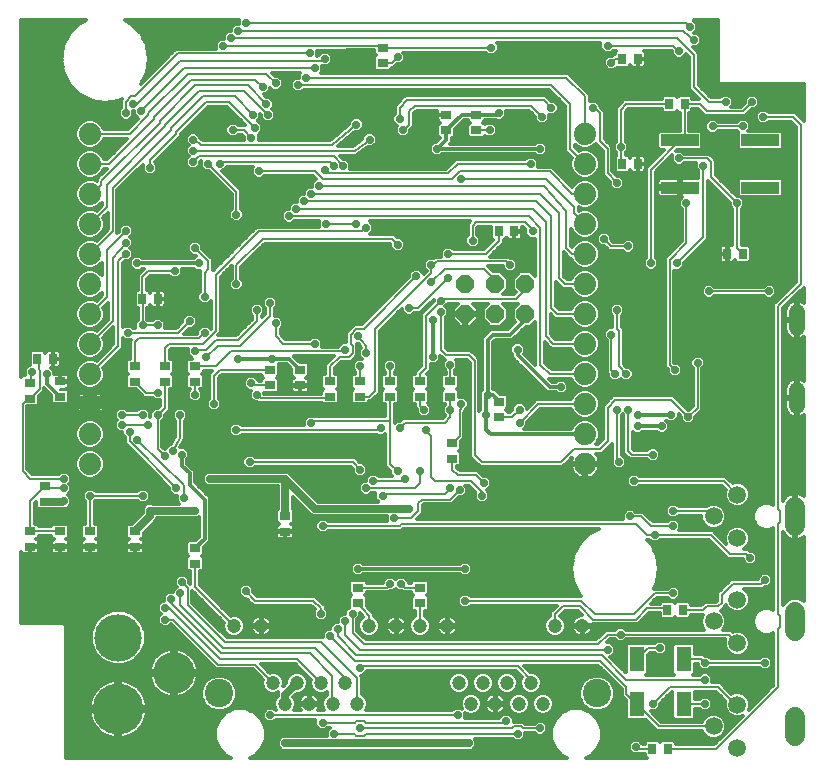
<source format=gbl>
G75*
%MOIN*%
%OFA0B0*%
%FSLAX24Y24*%
%IPPOS*%
%LPD*%
%AMOC8*
5,1,8,0,0,1.08239X$1,22.5*
%
%ADD10R,0.0354X0.0276*%
%ADD11OC8,0.0600*%
%ADD12C,0.0472*%
%ADD13C,0.0945*%
%ADD14C,0.1700*%
%ADD15C,0.1384*%
%ADD16C,0.1581*%
%ADD17C,0.0660*%
%ADD18C,0.0591*%
%ADD19R,0.0276X0.0354*%
%ADD20C,0.0531*%
%ADD21R,0.1260X0.0394*%
%ADD22C,0.0740*%
%ADD23R,0.0500X0.0827*%
%ADD24C,0.0120*%
%ADD25OC8,0.0240*%
%ADD26C,0.0080*%
%ADD27C,0.0250*%
D10*
X006160Y008007D03*
X006160Y008518D03*
X004160Y008569D03*
X004160Y009081D03*
X002660Y009081D03*
X002660Y008569D03*
X001660Y008569D03*
X001660Y009081D03*
X000660Y009081D03*
X000660Y008569D03*
X001160Y010069D03*
X001160Y010581D03*
X000660Y013507D03*
X000660Y014018D03*
X001660Y014081D03*
X001660Y013569D03*
X004160Y014069D03*
X004160Y014581D03*
X005160Y014581D03*
X005160Y014069D03*
X006160Y014069D03*
X006160Y014581D03*
X008660Y014456D03*
X008660Y013944D03*
X009660Y013944D03*
X009660Y014456D03*
X010660Y014081D03*
X010660Y013569D03*
X011660Y013569D03*
X011660Y014081D03*
X012660Y014081D03*
X012660Y013569D03*
X013660Y013569D03*
X013660Y014081D03*
X014660Y014081D03*
X014660Y013569D03*
X014723Y012018D03*
X014723Y011507D03*
X016285Y012882D03*
X016285Y013393D03*
X013660Y007206D03*
X013660Y006694D03*
X011598Y006694D03*
X011598Y007206D03*
X009160Y009069D03*
X009160Y009581D03*
X014535Y022444D03*
X014535Y022956D03*
X015535Y022962D03*
X015535Y022450D03*
X012410Y024694D03*
X012410Y025206D03*
D11*
X015160Y017325D03*
X016160Y017325D03*
X016160Y016325D03*
X015160Y016325D03*
X017160Y016325D03*
X017160Y017325D03*
D12*
X018160Y005923D03*
X019062Y005923D03*
X017357Y004026D03*
X016558Y004026D03*
X015758Y004026D03*
X014959Y004026D03*
X015361Y003325D03*
X016160Y003325D03*
X016959Y003325D03*
X017758Y003325D03*
X014562Y005923D03*
X013660Y005923D03*
X012861Y005923D03*
X011959Y005923D03*
X011156Y004026D03*
X010357Y004026D03*
X009558Y004026D03*
X008758Y004026D03*
X009160Y003325D03*
X009959Y003325D03*
X010758Y003325D03*
X011558Y003325D03*
X008361Y005923D03*
X007459Y005923D03*
D13*
X006961Y003675D03*
X019560Y003675D03*
D14*
X003598Y003157D03*
D15*
X005448Y004358D03*
D16*
X003598Y005539D03*
D17*
X026160Y005745D02*
X026160Y006405D01*
X026160Y009245D02*
X026160Y009905D01*
X026160Y002905D02*
X026160Y002245D01*
D18*
X024231Y001847D03*
X023443Y002575D03*
X024231Y003303D03*
X024231Y005347D03*
X023443Y006075D03*
X024231Y006803D03*
X024231Y008847D03*
X023443Y009575D03*
X024231Y010303D03*
D19*
X022416Y006450D03*
X021904Y006450D03*
X021916Y001825D03*
X021404Y001825D03*
X004916Y016825D03*
X004404Y016825D03*
X001416Y014825D03*
X000904Y014825D03*
X016279Y019075D03*
X016791Y019075D03*
X020404Y021325D03*
X020916Y021325D03*
X021967Y023325D03*
X022478Y023325D03*
X020916Y024825D03*
X020404Y024825D03*
X023904Y018325D03*
X024416Y018325D03*
D20*
X026213Y016390D02*
X026213Y015858D01*
X026213Y013792D02*
X026213Y013260D01*
D21*
X024999Y020538D03*
X024999Y022112D03*
X022321Y022112D03*
X022321Y020538D03*
D22*
X019160Y020325D03*
X019160Y019325D03*
X019160Y018325D03*
X019160Y017325D03*
X019160Y016325D03*
X019160Y015325D03*
X019160Y014325D03*
X019160Y013325D03*
X019160Y012325D03*
X019160Y011325D03*
X019160Y021325D03*
X019160Y022325D03*
X002660Y022325D03*
X002660Y021325D03*
X002660Y020325D03*
X002660Y019325D03*
X002660Y018325D03*
X002660Y017325D03*
X002660Y016325D03*
X002660Y015325D03*
X002660Y014325D03*
X002660Y013325D03*
X002660Y012325D03*
X002660Y011325D03*
D23*
X020879Y004825D03*
X020879Y003325D03*
X022441Y003325D03*
X022441Y004825D03*
D24*
X001870Y005912D02*
X001870Y001535D01*
X007346Y001535D01*
X007179Y001604D01*
X006939Y001844D01*
X006810Y002156D01*
X006810Y002494D01*
X006939Y002806D01*
X007179Y003046D01*
X007491Y003175D01*
X007829Y003175D01*
X008141Y003046D01*
X008381Y002806D01*
X008510Y002494D01*
X008510Y002156D01*
X008381Y001844D01*
X008141Y001604D01*
X007974Y001535D01*
X018547Y001535D01*
X018379Y001604D01*
X018140Y001844D01*
X018011Y002156D01*
X018011Y002494D01*
X018140Y002806D01*
X018379Y003046D01*
X018692Y003175D01*
X019030Y003175D01*
X019342Y003046D01*
X019581Y002806D01*
X019711Y002494D01*
X019711Y002156D01*
X019581Y001844D01*
X019342Y001604D01*
X019175Y001535D01*
X021209Y001535D01*
X021146Y001598D01*
X021146Y001662D01*
X020963Y001660D01*
X020955Y001654D01*
X020953Y001654D01*
X020947Y001648D01*
X020748Y001648D01*
X020608Y001788D01*
X020608Y001987D01*
X020748Y002127D01*
X020947Y002127D01*
X021087Y001987D01*
X021087Y001981D01*
X021146Y001982D01*
X021146Y002052D01*
X021217Y002122D01*
X021592Y002122D01*
X021660Y002054D01*
X021728Y002122D01*
X022103Y002122D01*
X022174Y002052D01*
X022174Y001985D01*
X023469Y001985D01*
X024413Y002929D01*
X024313Y002888D01*
X024148Y002888D01*
X023996Y002951D01*
X023879Y003068D01*
X023816Y003221D01*
X023395Y003221D01*
X023400Y003226D02*
X023400Y003424D01*
X023259Y003565D01*
X023061Y003565D01*
X022981Y003485D01*
X022811Y003485D01*
X022811Y003728D01*
X023531Y003728D01*
X023832Y003426D01*
X023816Y003386D01*
X023816Y003221D01*
X023816Y003340D02*
X023400Y003340D01*
X023400Y003226D02*
X023259Y003085D01*
X023061Y003085D01*
X022981Y003165D01*
X022811Y003165D01*
X022811Y002862D01*
X022741Y002792D01*
X022142Y002792D01*
X022071Y002862D01*
X022071Y003728D01*
X022039Y003728D01*
X021650Y003339D01*
X021650Y003226D01*
X021509Y003085D01*
X021345Y003085D01*
X021695Y002735D01*
X023060Y002735D01*
X023091Y002810D01*
X023208Y002927D01*
X023361Y002990D01*
X023526Y002990D01*
X023679Y002927D01*
X023796Y002810D01*
X023859Y002658D01*
X023859Y002492D01*
X023796Y002340D01*
X023679Y002223D01*
X023526Y002160D01*
X023361Y002160D01*
X023208Y002223D01*
X023091Y002340D01*
X023060Y002415D01*
X021562Y002415D01*
X021182Y002795D01*
X021178Y002792D01*
X020579Y002792D01*
X020509Y002862D01*
X020509Y003469D01*
X020469Y003509D01*
X020375Y003602D01*
X020375Y003821D01*
X019594Y004603D01*
X017109Y004603D01*
X017329Y004382D01*
X017428Y004382D01*
X017559Y004328D01*
X017659Y004228D01*
X017713Y004097D01*
X017713Y003955D01*
X017659Y003824D01*
X017559Y003724D01*
X017428Y003670D01*
X017286Y003670D01*
X017155Y003724D01*
X017055Y003824D01*
X017001Y003955D01*
X017001Y004097D01*
X017048Y004211D01*
X016844Y004415D01*
X011900Y004415D01*
X011900Y004413D01*
X011759Y004273D01*
X011689Y004273D01*
X011718Y004244D01*
X011718Y003644D01*
X011759Y003627D01*
X011860Y003527D01*
X011914Y003396D01*
X011914Y003254D01*
X011860Y003123D01*
X011846Y003110D01*
X014731Y003110D01*
X014811Y003190D01*
X015009Y003190D01*
X015046Y003153D01*
X015005Y003254D01*
X015005Y003396D01*
X015059Y003527D01*
X015159Y003627D01*
X015290Y003681D01*
X015432Y003681D01*
X015563Y003627D01*
X015663Y003527D01*
X015717Y003396D01*
X015717Y003254D01*
X015663Y003123D01*
X015563Y003023D01*
X015432Y002969D01*
X015290Y002969D01*
X015159Y003023D01*
X015150Y003032D01*
X015150Y002860D01*
X016295Y002860D01*
X016295Y002862D01*
X016436Y003002D01*
X016634Y003002D01*
X016775Y002862D01*
X016775Y002735D01*
X017101Y002735D01*
X017164Y002672D01*
X017481Y002672D01*
X017561Y002752D01*
X017759Y002752D01*
X017900Y002612D01*
X017900Y002413D01*
X017759Y002273D01*
X017561Y002273D01*
X017481Y002353D01*
X017150Y002353D01*
X017150Y002226D01*
X017009Y002085D01*
X016811Y002085D01*
X016731Y002165D01*
X015479Y002165D01*
X015493Y002151D01*
X015498Y002139D01*
X015525Y002112D01*
X015525Y002073D01*
X015530Y002061D01*
X015530Y001964D01*
X015525Y001952D01*
X015525Y001913D01*
X015498Y001886D01*
X015493Y001874D01*
X015424Y001805D01*
X015412Y001800D01*
X015384Y001773D01*
X015346Y001773D01*
X015334Y001768D01*
X009111Y001768D01*
X009099Y001773D01*
X009061Y001773D01*
X009033Y001800D01*
X009021Y001805D01*
X008952Y001874D01*
X008947Y001886D01*
X008920Y001913D01*
X008920Y001952D01*
X008915Y001964D01*
X008915Y002061D01*
X008920Y002073D01*
X008920Y002112D01*
X008947Y002139D01*
X008952Y002151D01*
X009021Y002220D01*
X009033Y002225D01*
X009061Y002252D01*
X009099Y002252D01*
X009111Y002257D01*
X010545Y002257D01*
X010545Y002424D01*
X010661Y002540D01*
X010589Y002540D01*
X010509Y002460D01*
X010311Y002460D01*
X010170Y002601D01*
X010170Y002790D01*
X008839Y002790D01*
X008759Y002710D01*
X008561Y002710D01*
X008420Y002851D01*
X008420Y003049D01*
X008561Y003190D01*
X008759Y003190D01*
X008839Y003110D01*
X008871Y003110D01*
X008858Y003123D01*
X008804Y003254D01*
X008804Y003396D01*
X008858Y003527D01*
X008915Y003584D01*
X008915Y003677D01*
X008929Y003711D01*
X008829Y003670D01*
X008688Y003670D01*
X008557Y003724D01*
X008456Y003824D01*
X008402Y003955D01*
X008402Y004097D01*
X008420Y004138D01*
X008080Y004478D01*
X006844Y004478D01*
X005344Y005978D01*
X005339Y005978D01*
X005259Y005898D01*
X005061Y005898D01*
X004920Y006038D01*
X004920Y006237D01*
X005008Y006325D01*
X004920Y006413D01*
X004920Y006612D01*
X005061Y006752D01*
X005108Y006752D01*
X005108Y006924D01*
X005248Y007065D01*
X005420Y007065D01*
X005420Y007112D01*
X005539Y007231D01*
X005483Y007288D01*
X005483Y007487D01*
X000370Y007487D01*
X000370Y007369D02*
X005483Y007369D01*
X005483Y007487D02*
X005623Y007627D01*
X005822Y007627D01*
X005962Y007487D01*
X006000Y007487D01*
X005962Y007487D02*
X005962Y007374D01*
X006000Y007336D01*
X006000Y007749D01*
X005933Y007749D01*
X005863Y007819D01*
X005863Y008194D01*
X005931Y008263D01*
X005863Y008331D01*
X005863Y008706D01*
X005933Y008776D01*
X006163Y008776D01*
X006293Y008905D01*
X006293Y009552D01*
X006287Y009550D01*
X006259Y009523D01*
X006221Y009523D01*
X006209Y009518D01*
X004899Y009518D01*
X004868Y009442D01*
X004799Y009373D01*
X004457Y009032D01*
X004457Y008893D01*
X004387Y008823D01*
X004367Y008823D01*
X004383Y008819D01*
X004411Y008803D01*
X004433Y008781D01*
X004449Y008753D01*
X004457Y008723D01*
X004457Y008578D01*
X004169Y008578D01*
X004169Y008560D01*
X004169Y008311D01*
X004353Y008311D01*
X004383Y008319D01*
X004411Y008335D01*
X004433Y008358D01*
X004449Y008385D01*
X004457Y008415D01*
X004457Y008560D01*
X004169Y008560D01*
X004151Y008560D01*
X004151Y008311D01*
X003967Y008311D01*
X003937Y008319D01*
X003909Y008335D01*
X003887Y008358D01*
X003871Y008385D01*
X003863Y008415D01*
X003863Y008560D01*
X004151Y008560D01*
X004151Y008578D01*
X003863Y008578D01*
X003863Y008723D01*
X003871Y008753D01*
X003887Y008781D01*
X003909Y008803D01*
X003937Y008819D01*
X003953Y008823D01*
X003933Y008823D01*
X003863Y008893D01*
X003863Y009268D01*
X003933Y009339D01*
X004071Y009339D01*
X004415Y009682D01*
X004415Y009819D01*
X004420Y009831D01*
X004420Y009869D01*
X004447Y009897D01*
X004452Y009909D01*
X004521Y009978D01*
X004533Y009983D01*
X004561Y010010D01*
X004599Y010010D01*
X004611Y010015D01*
X004709Y010015D01*
X004721Y010010D01*
X004759Y010010D01*
X004762Y010007D01*
X005638Y010007D01*
X005545Y010101D01*
X005545Y010273D01*
X005436Y010273D01*
X005295Y010413D01*
X005295Y010526D01*
X003906Y011915D01*
X003813Y012009D01*
X003813Y012208D01*
X003733Y012288D01*
X003733Y012398D01*
X003623Y012398D01*
X003483Y012538D01*
X003483Y012737D01*
X003539Y012794D01*
X003483Y012851D01*
X003483Y013049D01*
X003623Y013190D01*
X003822Y013190D01*
X003902Y013110D01*
X004231Y013110D01*
X004311Y013190D01*
X004509Y013190D01*
X004650Y013049D01*
X004650Y012877D01*
X004670Y012877D01*
X004670Y013049D01*
X004811Y013190D01*
X004927Y013190D01*
X005000Y013261D01*
X005000Y013460D01*
X004811Y013460D01*
X004731Y013540D01*
X004463Y013540D01*
X004192Y013811D01*
X003933Y013811D01*
X003863Y013882D01*
X003863Y014257D01*
X003931Y014325D01*
X003863Y014393D01*
X003863Y014768D01*
X003933Y014839D01*
X004000Y014839D01*
X004000Y015454D01*
X004006Y015460D01*
X003811Y015460D01*
X003757Y015513D01*
X003757Y015196D01*
X003664Y015103D01*
X003101Y014540D01*
X003150Y014422D01*
X003150Y014228D01*
X003075Y014047D01*
X002938Y013910D01*
X002757Y013835D01*
X002563Y013835D01*
X002382Y013910D01*
X002245Y014047D01*
X002170Y014228D01*
X002170Y014422D01*
X002245Y014603D01*
X002382Y014740D01*
X002563Y014815D01*
X002757Y014815D01*
X002875Y014766D01*
X003438Y015329D01*
X003438Y015876D01*
X003101Y015540D01*
X003150Y015422D01*
X003150Y015228D01*
X003075Y015047D01*
X002938Y014910D01*
X002757Y014835D01*
X002563Y014835D01*
X002382Y014910D01*
X002245Y015047D01*
X002170Y015228D01*
X002170Y015422D01*
X002245Y015603D01*
X002382Y015740D01*
X002563Y015815D01*
X002757Y015815D01*
X002875Y015766D01*
X003250Y016141D01*
X003250Y016689D01*
X003101Y016540D01*
X003150Y016422D01*
X003150Y016228D01*
X003075Y016047D01*
X002938Y015910D01*
X002757Y015835D01*
X002563Y015835D01*
X002382Y015910D01*
X002245Y016047D01*
X002170Y016228D01*
X002170Y016422D01*
X002245Y016603D01*
X002382Y016740D01*
X002563Y016815D01*
X002757Y016815D01*
X002875Y016766D01*
X003063Y016954D01*
X003063Y017035D01*
X002938Y016910D01*
X002757Y016835D01*
X002563Y016835D01*
X002382Y016910D01*
X002245Y017047D01*
X002170Y017228D01*
X002170Y017422D01*
X002245Y017603D01*
X002382Y017740D01*
X002563Y017815D01*
X002757Y017815D01*
X002938Y017740D01*
X003063Y017615D01*
X003063Y018035D01*
X002938Y017910D01*
X002757Y017835D01*
X002563Y017835D01*
X002382Y017910D01*
X002245Y018047D01*
X002170Y018228D01*
X002170Y018422D01*
X002245Y018603D01*
X002382Y018740D01*
X002563Y018815D01*
X002757Y018815D01*
X002875Y018766D01*
X003250Y019141D01*
X003250Y019689D01*
X003101Y019540D01*
X003150Y019422D01*
X003150Y019228D01*
X003075Y019047D01*
X002938Y018910D01*
X002757Y018835D01*
X002563Y018835D01*
X002382Y018910D01*
X002245Y019047D01*
X002170Y019228D01*
X002170Y019422D01*
X002245Y019603D01*
X002382Y019740D01*
X002563Y019815D01*
X002757Y019815D01*
X002875Y019766D01*
X003063Y019954D01*
X003063Y020035D01*
X002938Y019910D01*
X002757Y019835D01*
X002563Y019835D01*
X002382Y019910D01*
X002245Y020047D01*
X002170Y020228D01*
X002170Y020422D01*
X002245Y020603D01*
X002382Y020740D01*
X002563Y020815D01*
X002757Y020815D01*
X002875Y020766D01*
X002875Y020829D01*
X002969Y020922D01*
X002969Y020922D01*
X003211Y021165D01*
X003124Y021165D01*
X003075Y021047D01*
X002938Y020910D01*
X002757Y020835D01*
X002563Y020835D01*
X002382Y020910D01*
X002245Y021047D01*
X002170Y021228D01*
X002170Y021422D01*
X002245Y021603D01*
X002382Y021740D01*
X002563Y021815D01*
X002757Y021815D01*
X002938Y021740D01*
X003075Y021603D01*
X003124Y021485D01*
X003219Y021485D01*
X003899Y022165D01*
X003124Y022165D01*
X003075Y022047D01*
X002938Y021910D01*
X002757Y021835D01*
X002563Y021835D01*
X002382Y021910D01*
X002245Y022047D01*
X002170Y022228D01*
X002170Y022422D01*
X002245Y022603D01*
X002382Y022740D01*
X002563Y022815D01*
X002757Y022815D01*
X002938Y022740D01*
X003075Y022603D01*
X003124Y022485D01*
X003906Y022485D01*
X004256Y022835D01*
X004248Y022835D01*
X004108Y022976D01*
X004108Y023085D01*
X004087Y023085D01*
X004087Y022913D01*
X003947Y022773D01*
X003748Y022773D01*
X003608Y022913D01*
X003608Y023112D01*
X003688Y023192D01*
X003688Y023454D01*
X003732Y023498D01*
X003611Y023436D01*
X003611Y023436D01*
X003160Y023365D01*
X003160Y023365D01*
X002709Y023436D01*
X002709Y023436D01*
X002302Y023644D01*
X002302Y023644D01*
X001979Y023967D01*
X001979Y023967D01*
X001771Y024374D01*
X001771Y024374D01*
X001700Y024825D01*
X001700Y024825D01*
X001771Y025276D01*
X001771Y025276D01*
X001979Y025683D01*
X001979Y025683D01*
X002302Y026006D01*
X002302Y026006D01*
X002515Y026115D01*
X000370Y026115D01*
X000370Y014213D01*
X000433Y014276D01*
X000494Y014276D01*
X000483Y014288D01*
X000483Y014487D01*
X000623Y014627D01*
X000646Y014627D01*
X000646Y015052D01*
X000717Y015122D01*
X001092Y015122D01*
X001162Y015052D01*
X001162Y015032D01*
X001166Y015048D01*
X001182Y015076D01*
X001204Y015098D01*
X001232Y015114D01*
X001262Y015122D01*
X001407Y015122D01*
X001407Y014834D01*
X001425Y014834D01*
X001674Y014834D01*
X002943Y014834D01*
X002980Y014953D02*
X003061Y014953D01*
X003085Y015071D02*
X003180Y015071D01*
X003134Y015190D02*
X003298Y015190D01*
X003417Y015308D02*
X003150Y015308D01*
X003148Y015427D02*
X003438Y015427D01*
X003438Y015545D02*
X003106Y015545D01*
X003225Y015664D02*
X003438Y015664D01*
X003438Y015782D02*
X003343Y015782D01*
X003128Y016019D02*
X003047Y016019D01*
X003009Y015901D02*
X002916Y015901D01*
X002891Y015782D02*
X002837Y015782D01*
X003113Y016138D02*
X003246Y016138D01*
X003250Y016256D02*
X003150Y016256D01*
X003150Y016375D02*
X003250Y016375D01*
X003250Y016493D02*
X003121Y016493D01*
X003173Y016612D02*
X003250Y016612D01*
X002957Y016849D02*
X002790Y016849D01*
X002995Y016967D02*
X003063Y016967D01*
X002530Y016849D02*
X000370Y016849D01*
X000370Y016967D02*
X002325Y016967D01*
X002229Y017086D02*
X000370Y017086D01*
X000370Y017204D02*
X002180Y017204D01*
X002170Y017323D02*
X000370Y017323D01*
X000370Y017441D02*
X002178Y017441D01*
X002227Y017560D02*
X000370Y017560D01*
X000370Y017678D02*
X002320Y017678D01*
X002518Y017797D02*
X000370Y017797D01*
X000370Y017915D02*
X002377Y017915D01*
X002259Y018034D02*
X000370Y018034D01*
X000370Y018152D02*
X002201Y018152D01*
X002170Y018271D02*
X000370Y018271D01*
X000370Y018389D02*
X002170Y018389D01*
X002205Y018508D02*
X000370Y018508D01*
X000370Y018626D02*
X002268Y018626D01*
X002392Y018745D02*
X000370Y018745D01*
X000370Y018863D02*
X002495Y018863D01*
X002310Y018982D02*
X000370Y018982D01*
X000370Y019100D02*
X002223Y019100D01*
X002174Y019219D02*
X000370Y019219D01*
X000370Y019337D02*
X002170Y019337D01*
X002184Y019456D02*
X000370Y019456D01*
X000370Y019574D02*
X002233Y019574D01*
X002335Y019693D02*
X000370Y019693D01*
X000370Y019811D02*
X002553Y019811D01*
X002767Y019811D02*
X002920Y019811D01*
X002958Y019930D02*
X003038Y019930D01*
X003135Y019574D02*
X003250Y019574D01*
X003250Y019456D02*
X003136Y019456D01*
X003150Y019337D02*
X003250Y019337D01*
X003250Y019219D02*
X003146Y019219D01*
X003097Y019100D02*
X003209Y019100D01*
X003090Y018982D02*
X003010Y018982D01*
X002972Y018863D02*
X002825Y018863D01*
X003570Y019024D02*
X003570Y020446D01*
X004420Y021296D01*
X004420Y021101D01*
X004561Y020960D01*
X004759Y020960D01*
X004900Y021101D01*
X004900Y021299D01*
X004820Y021379D01*
X004820Y021384D01*
X005601Y022165D01*
X005695Y022259D01*
X005695Y022321D01*
X006601Y023228D01*
X007219Y023228D01*
X007836Y022610D01*
X007589Y022610D01*
X007509Y022690D01*
X007311Y022690D01*
X007170Y022549D01*
X007170Y022351D01*
X007311Y022210D01*
X007509Y022210D01*
X007589Y022290D01*
X007719Y022290D01*
X007795Y022214D01*
X007795Y022110D01*
X006414Y022110D01*
X006337Y022186D01*
X006337Y022237D01*
X006197Y022377D01*
X005998Y022377D01*
X005858Y022237D01*
X005858Y022038D01*
X005946Y021950D01*
X005858Y021862D01*
X005858Y021663D01*
X005946Y021575D01*
X005858Y021487D01*
X005858Y021288D01*
X005998Y021148D01*
X006197Y021148D01*
X006337Y021288D01*
X006337Y021401D01*
X006351Y021415D01*
X006358Y021415D01*
X006358Y021226D01*
X006498Y021085D01*
X006611Y021085D01*
X007375Y020321D01*
X007375Y019817D01*
X007295Y019737D01*
X007295Y019538D01*
X007436Y019398D01*
X007634Y019398D01*
X007775Y019538D01*
X007775Y019737D01*
X007695Y019817D01*
X007695Y020454D01*
X007601Y020547D01*
X007064Y021085D01*
X007072Y021085D01*
X007212Y021226D01*
X007212Y021228D01*
X008098Y021228D01*
X008045Y021174D01*
X008045Y020976D01*
X008186Y020835D01*
X008384Y020835D01*
X008464Y020915D01*
X010094Y020915D01*
X010194Y020815D01*
X010186Y020815D01*
X010045Y020674D01*
X010045Y020565D01*
X009936Y020565D01*
X009795Y020424D01*
X009795Y020315D01*
X009686Y020315D01*
X009545Y020174D01*
X009545Y020065D01*
X009436Y020065D01*
X009295Y019924D01*
X009295Y019815D01*
X009186Y019815D01*
X009045Y019674D01*
X009045Y019476D01*
X009186Y019335D01*
X009384Y019335D01*
X009464Y019415D01*
X010295Y019415D01*
X010295Y019235D01*
X008219Y019235D01*
X008125Y019141D01*
X006757Y017774D01*
X006757Y018141D01*
X006400Y018499D01*
X006400Y018612D01*
X006259Y018752D01*
X006061Y018752D01*
X005920Y018612D01*
X005920Y018413D01*
X006061Y018273D01*
X006174Y018273D01*
X006194Y018252D01*
X006186Y018252D01*
X006126Y018192D01*
X004382Y018192D01*
X004322Y018252D01*
X004123Y018252D01*
X003983Y018112D01*
X003983Y017913D01*
X004123Y017773D01*
X004322Y017773D01*
X004382Y017833D01*
X004441Y017833D01*
X004438Y017829D01*
X004244Y017635D01*
X004244Y017122D01*
X004217Y017122D01*
X004146Y017052D01*
X004146Y016598D01*
X004217Y016528D01*
X004250Y016528D01*
X004250Y016129D01*
X004170Y016049D01*
X004170Y015860D01*
X004089Y015860D01*
X004009Y015940D01*
X003811Y015940D01*
X003757Y015887D01*
X003757Y018009D01*
X003834Y018085D01*
X003947Y018085D01*
X004087Y018226D01*
X004087Y018424D01*
X003999Y018513D01*
X004087Y018601D01*
X004087Y018799D01*
X003999Y018887D01*
X004087Y018976D01*
X004087Y019174D01*
X003947Y019315D01*
X003748Y019315D01*
X003608Y019174D01*
X003608Y019061D01*
X003570Y019024D01*
X003570Y019100D02*
X003608Y019100D01*
X003570Y019219D02*
X003652Y019219D01*
X003570Y019337D02*
X009184Y019337D01*
X009065Y019456D02*
X007692Y019456D01*
X007775Y019574D02*
X009045Y019574D01*
X009063Y019693D02*
X007775Y019693D01*
X007701Y019811D02*
X009182Y019811D01*
X009300Y019930D02*
X007695Y019930D01*
X007695Y020048D02*
X009419Y020048D01*
X009545Y020167D02*
X007695Y020167D01*
X007695Y020285D02*
X009656Y020285D01*
X009795Y020404D02*
X007695Y020404D01*
X007627Y020522D02*
X009893Y020522D01*
X010045Y020641D02*
X007508Y020641D01*
X007390Y020759D02*
X010130Y020759D01*
X010131Y020878D02*
X008427Y020878D01*
X008143Y020878D02*
X007271Y020878D01*
X007153Y020996D02*
X008045Y020996D01*
X008045Y021115D02*
X007101Y021115D01*
X006819Y020878D02*
X004001Y020878D01*
X004120Y020996D02*
X004525Y020996D01*
X004420Y021115D02*
X004238Y021115D01*
X004357Y021233D02*
X004420Y021233D01*
X004795Y020996D02*
X006700Y020996D01*
X006469Y021115D02*
X004900Y021115D01*
X004900Y021233D02*
X005913Y021233D01*
X005858Y021352D02*
X004848Y021352D01*
X004906Y021470D02*
X005858Y021470D01*
X005932Y021589D02*
X005025Y021589D01*
X005143Y021707D02*
X005858Y021707D01*
X005858Y021826D02*
X005262Y021826D01*
X005380Y021944D02*
X005940Y021944D01*
X005858Y022063D02*
X005499Y022063D01*
X005617Y022181D02*
X005858Y022181D01*
X005920Y022300D02*
X005695Y022300D01*
X005792Y022418D02*
X007170Y022418D01*
X007170Y022537D02*
X005910Y022537D01*
X006029Y022655D02*
X007276Y022655D01*
X007544Y022655D02*
X007791Y022655D01*
X007673Y022774D02*
X006147Y022774D01*
X006266Y022892D02*
X007554Y022892D01*
X007436Y023011D02*
X006384Y023011D01*
X006503Y023129D02*
X007317Y023129D01*
X007221Y022300D02*
X006275Y022300D01*
X006343Y022181D02*
X007795Y022181D01*
X008275Y022181D02*
X010748Y022181D01*
X010664Y022110D02*
X008275Y022110D01*
X008275Y022288D01*
X008400Y022413D01*
X008400Y022612D01*
X008259Y022752D01*
X008239Y022752D01*
X008337Y022851D01*
X008337Y022984D01*
X008358Y022964D01*
X008358Y022851D01*
X008498Y022710D01*
X008697Y022710D01*
X008837Y022851D01*
X008837Y023049D01*
X008718Y023169D01*
X008775Y023226D01*
X008775Y023424D01*
X008634Y023565D01*
X008521Y023565D01*
X008439Y023648D01*
X008509Y023648D01*
X008650Y023788D01*
X008650Y023871D01*
X008748Y023773D01*
X008947Y023773D01*
X009087Y023913D01*
X009087Y024112D01*
X008947Y024252D01*
X008834Y024252D01*
X008734Y024353D01*
X009661Y024353D01*
X009608Y024299D01*
X009608Y024190D01*
X009498Y024190D01*
X009358Y024049D01*
X009358Y023851D01*
X009498Y023710D01*
X009697Y023710D01*
X009777Y023790D01*
X017969Y023790D01*
X018500Y023259D01*
X018500Y021759D01*
X018719Y021540D01*
X018670Y021422D01*
X018670Y021228D01*
X018745Y021047D01*
X018882Y020910D01*
X019063Y020835D01*
X019257Y020835D01*
X019438Y020910D01*
X019575Y021047D01*
X019650Y021228D01*
X019650Y021422D01*
X019575Y021603D01*
X019438Y021740D01*
X019257Y021815D01*
X019063Y021815D01*
X018945Y021766D01*
X018820Y021891D01*
X018820Y021972D01*
X018882Y021910D01*
X019063Y021835D01*
X019257Y021835D01*
X019438Y021910D01*
X019518Y021990D01*
X019750Y021759D01*
X019750Y020946D01*
X019983Y020714D01*
X019983Y020601D01*
X020123Y020460D01*
X020322Y020460D01*
X020462Y020601D01*
X020462Y020799D01*
X020322Y020940D01*
X020209Y020940D01*
X020070Y021079D01*
X020070Y021891D01*
X019976Y021985D01*
X019820Y022141D01*
X019820Y023079D01*
X019726Y023172D01*
X019650Y023249D01*
X019650Y023299D01*
X019509Y023440D01*
X019320Y023440D01*
X019320Y023641D01*
X019226Y023735D01*
X018601Y024360D01*
X010347Y024360D01*
X010400Y024413D01*
X010400Y024585D01*
X010572Y024585D01*
X010712Y024726D01*
X010712Y024924D01*
X010572Y025065D01*
X010373Y025065D01*
X010233Y024924D01*
X010233Y024922D01*
X010212Y024922D01*
X010212Y025106D01*
X012113Y025108D01*
X012113Y025018D01*
X012181Y024950D01*
X012113Y024882D01*
X012113Y024507D01*
X012183Y024436D01*
X012637Y024436D01*
X012707Y024507D01*
X012707Y024534D01*
X012783Y024534D01*
X012896Y024648D01*
X013009Y024648D01*
X013150Y024788D01*
X019795Y024788D01*
X019795Y024799D02*
X019795Y024601D01*
X019936Y024460D01*
X020134Y024460D01*
X020209Y024535D01*
X020217Y024528D01*
X020592Y024528D01*
X020662Y024598D01*
X020662Y024618D01*
X020666Y024602D01*
X020682Y024574D01*
X020704Y024552D01*
X020732Y024536D01*
X020762Y024528D01*
X020907Y024528D01*
X020907Y024816D01*
X020925Y024816D01*
X020925Y024834D01*
X021174Y024834D01*
X021174Y025018D01*
X021166Y025048D01*
X021150Y025076D01*
X021127Y025098D01*
X021120Y025103D01*
X022031Y025103D01*
X022045Y025089D01*
X022045Y024976D01*
X022186Y024835D01*
X022384Y024835D01*
X022525Y024976D01*
X022525Y024984D01*
X022625Y024884D01*
X022625Y023821D01*
X022961Y023485D01*
X022736Y023485D01*
X022736Y023552D01*
X022666Y023622D01*
X022291Y023622D01*
X022223Y023554D01*
X022154Y023622D01*
X021779Y023622D01*
X021709Y023552D01*
X021709Y023485D01*
X020469Y023485D01*
X020188Y023204D01*
X020188Y022067D01*
X020108Y021987D01*
X020108Y021788D01*
X020188Y021708D01*
X020188Y021593D01*
X020146Y021552D01*
X020146Y021098D01*
X020217Y021028D01*
X020592Y021028D01*
X020662Y021098D01*
X020662Y021118D01*
X020666Y021102D01*
X020682Y021074D01*
X020704Y021052D01*
X020732Y021036D01*
X020762Y021028D01*
X020907Y021028D01*
X020907Y021316D01*
X020925Y021316D01*
X020925Y021334D01*
X021174Y021334D01*
X021174Y021518D01*
X021166Y021548D01*
X021150Y021576D01*
X021127Y021598D01*
X021100Y021614D01*
X021069Y021622D01*
X020925Y021622D01*
X020925Y021334D01*
X020907Y021334D01*
X020907Y021622D01*
X020762Y021622D01*
X020732Y021614D01*
X020704Y021598D01*
X020682Y021576D01*
X020666Y021548D01*
X020662Y021532D01*
X020662Y021552D01*
X020592Y021622D01*
X020507Y021622D01*
X020507Y021708D01*
X020587Y021788D01*
X020587Y021987D01*
X020507Y022067D01*
X020507Y023071D01*
X020601Y023165D01*
X021709Y023165D01*
X021709Y023098D01*
X021779Y023028D01*
X022154Y023028D01*
X022223Y023096D01*
X022291Y023028D01*
X022318Y023028D01*
X022318Y022429D01*
X021642Y022429D01*
X021571Y022359D01*
X021571Y021866D01*
X021642Y021796D01*
X021778Y021796D01*
X021281Y021298D01*
X021188Y021205D01*
X021188Y018192D01*
X021108Y018112D01*
X021108Y017913D01*
X021248Y017773D01*
X021447Y017773D01*
X021587Y017913D01*
X021587Y018112D01*
X021507Y018192D01*
X021507Y021072D01*
X022045Y021610D01*
X022045Y021413D01*
X022186Y021273D01*
X022384Y021273D01*
X022464Y021353D01*
X022858Y021353D01*
X022858Y021163D01*
X022938Y021083D01*
X022938Y020854D01*
X022360Y020854D01*
X022360Y020576D01*
X022283Y020576D01*
X022283Y020499D01*
X022360Y020499D01*
X022360Y020221D01*
X022404Y020221D01*
X022295Y020112D01*
X022295Y019913D01*
X022375Y019833D01*
X022375Y018766D01*
X021906Y018297D01*
X021813Y018204D01*
X021813Y014571D01*
X021920Y014464D01*
X021920Y014351D01*
X022061Y014210D01*
X022259Y014210D01*
X022400Y014351D01*
X022400Y014549D01*
X022259Y014690D01*
X022146Y014690D01*
X022132Y014704D01*
X022132Y017773D01*
X022322Y017773D01*
X022462Y017913D01*
X022462Y018026D01*
X023257Y018821D01*
X023257Y020751D01*
X023281Y020728D01*
X023983Y020026D01*
X023983Y019913D01*
X024063Y019833D01*
X024063Y018621D01*
X024058Y018622D01*
X023913Y018622D01*
X023913Y018334D01*
X023895Y018334D01*
X023895Y018316D01*
X023646Y018316D01*
X023646Y018132D01*
X023654Y018102D01*
X023670Y018074D01*
X023693Y018052D01*
X023720Y018036D01*
X023750Y018028D01*
X023895Y018028D01*
X023895Y018316D01*
X023913Y018316D01*
X023913Y018028D01*
X024058Y018028D01*
X024088Y018036D01*
X024116Y018052D01*
X024138Y018074D01*
X024154Y018102D01*
X024158Y018118D01*
X024158Y018098D01*
X024228Y018028D01*
X024603Y018028D01*
X024674Y018098D01*
X024674Y018552D01*
X024603Y018622D01*
X024382Y018622D01*
X024382Y019833D01*
X024462Y019913D01*
X024462Y020112D01*
X024354Y020221D01*
X025678Y020221D01*
X025749Y020291D01*
X025749Y020784D01*
X025678Y020854D01*
X024319Y020854D01*
X024249Y020784D01*
X024249Y020291D01*
X024287Y020252D01*
X024209Y020252D01*
X023507Y020954D01*
X023507Y021454D01*
X023382Y021579D01*
X023289Y021672D01*
X022464Y021672D01*
X022384Y021752D01*
X022188Y021752D01*
X022231Y021796D01*
X023001Y021796D01*
X023071Y021866D01*
X023071Y022359D01*
X023001Y022429D01*
X022638Y022429D01*
X022638Y023028D01*
X022666Y023028D01*
X022736Y023098D01*
X022736Y023165D01*
X022906Y023165D01*
X023063Y023009D01*
X023156Y022915D01*
X024476Y022915D01*
X024709Y023148D01*
X024822Y023148D01*
X024962Y023288D01*
X024962Y023487D01*
X024822Y023627D01*
X024623Y023627D01*
X024483Y023487D01*
X024483Y023374D01*
X024344Y023235D01*
X024034Y023235D01*
X024087Y023288D01*
X024087Y023487D01*
X023947Y023627D01*
X023748Y023627D01*
X023668Y023547D01*
X023351Y023547D01*
X022945Y023954D01*
X022945Y025016D01*
X022851Y025110D01*
X022751Y025210D01*
X022884Y025210D01*
X023025Y025351D01*
X023025Y025549D01*
X022884Y025690D01*
X022802Y025690D01*
X022900Y025788D01*
X022900Y025987D01*
X022772Y026115D01*
X023603Y026115D01*
X023603Y024020D01*
X023638Y023985D01*
X026450Y023985D01*
X026450Y022761D01*
X026257Y022954D01*
X026164Y023047D01*
X025277Y023047D01*
X025197Y023127D01*
X024998Y023127D01*
X024858Y022987D01*
X024858Y022788D01*
X024998Y022648D01*
X025197Y022648D01*
X025277Y022728D01*
X026031Y022728D01*
X026188Y022571D01*
X026188Y017391D01*
X025438Y016641D01*
X025438Y009966D01*
X025304Y010021D01*
X025126Y010021D01*
X024962Y009953D01*
X024837Y009828D01*
X024769Y009664D01*
X024769Y009486D01*
X024837Y009322D01*
X024962Y009197D01*
X025126Y009129D01*
X025304Y009129D01*
X025438Y009184D01*
X025438Y006466D01*
X025304Y006521D01*
X025126Y006521D01*
X024962Y006453D01*
X024837Y006328D01*
X024769Y006164D01*
X024769Y005986D01*
X024837Y005822D01*
X024962Y005697D01*
X025126Y005629D01*
X025304Y005629D01*
X025438Y005684D01*
X025438Y003954D01*
X024605Y003121D01*
X024646Y003221D01*
X024705Y003221D01*
X024646Y003221D02*
X024646Y003386D01*
X024583Y003539D01*
X024466Y003655D01*
X024313Y003719D01*
X024148Y003719D01*
X024038Y003673D01*
X023757Y003954D01*
X023664Y004047D01*
X023400Y004047D01*
X023400Y004237D01*
X023259Y004377D01*
X023061Y004377D01*
X022981Y004297D01*
X022747Y004297D01*
X022811Y004362D01*
X022811Y004665D01*
X022920Y004665D01*
X022920Y004601D01*
X023061Y004460D01*
X023259Y004460D01*
X023339Y004540D01*
X024981Y004540D01*
X025061Y004460D01*
X025259Y004460D01*
X025400Y004601D01*
X025400Y004799D01*
X025259Y004940D01*
X025061Y004940D01*
X024981Y004860D01*
X023339Y004860D01*
X023259Y004940D01*
X023146Y004940D01*
X023101Y004985D01*
X022811Y004985D01*
X022811Y005288D01*
X022741Y005358D01*
X022142Y005358D01*
X022071Y005288D01*
X022071Y004362D01*
X022136Y004297D01*
X021184Y004297D01*
X021249Y004362D01*
X021249Y004969D01*
X021320Y005040D01*
X021481Y005040D01*
X021561Y004960D01*
X021759Y004960D01*
X021900Y005101D01*
X021900Y005299D01*
X021759Y005440D01*
X021561Y005440D01*
X021481Y005360D01*
X021187Y005360D01*
X021182Y005355D01*
X021178Y005358D01*
X020579Y005358D01*
X020509Y005288D01*
X020509Y004390D01*
X020001Y004898D01*
X020009Y004898D01*
X020150Y005038D01*
X020150Y005237D01*
X020009Y005377D01*
X019876Y005377D01*
X019976Y005478D01*
X020168Y005478D01*
X020248Y005398D01*
X020447Y005398D01*
X020527Y005478D01*
X023836Y005478D01*
X023816Y005429D01*
X023816Y005264D01*
X023879Y005111D01*
X023996Y004995D01*
X024148Y004931D01*
X024313Y004931D01*
X024466Y004995D01*
X024583Y005111D01*
X024646Y005264D01*
X024646Y005429D01*
X024583Y005582D01*
X024466Y005699D01*
X024313Y005762D01*
X024148Y005762D01*
X024073Y005731D01*
X024006Y005797D01*
X023753Y005797D01*
X023796Y005840D01*
X023859Y005992D01*
X023859Y006158D01*
X023796Y006310D01*
X023679Y006427D01*
X023677Y006428D01*
X023789Y006540D01*
X023861Y006612D01*
X023879Y006568D01*
X023996Y006451D01*
X024148Y006388D01*
X024313Y006388D01*
X024466Y006451D01*
X024583Y006568D01*
X024646Y006721D01*
X024646Y006886D01*
X024583Y007039D01*
X024466Y007155D01*
X024443Y007165D01*
X025101Y007165D01*
X025146Y007210D01*
X025259Y007210D01*
X025400Y007351D01*
X025400Y007549D01*
X025259Y007690D01*
X025061Y007690D01*
X024920Y007549D01*
X024920Y007485D01*
X024031Y007485D01*
X023938Y007391D01*
X023563Y007016D01*
X023563Y006766D01*
X023531Y006735D01*
X023156Y006735D01*
X023063Y006641D01*
X023031Y006610D01*
X022674Y006610D01*
X022674Y006677D01*
X022603Y006747D01*
X022228Y006747D01*
X022160Y006679D01*
X022092Y006747D01*
X021717Y006747D01*
X021646Y006677D01*
X021646Y006672D01*
X021359Y006672D01*
X021539Y006853D01*
X021918Y006853D01*
X021998Y006773D01*
X022197Y006773D01*
X022337Y006913D01*
X022337Y007112D01*
X022197Y007252D01*
X021998Y007252D01*
X021918Y007172D01*
X021446Y007172D01*
X021549Y007374D01*
X021620Y007825D01*
X021549Y008276D01*
X021549Y008276D01*
X021341Y008683D01*
X021341Y008683D01*
X021234Y008790D01*
X021293Y008790D01*
X021373Y008710D01*
X021572Y008710D01*
X021652Y008790D01*
X023281Y008790D01*
X023813Y008259D01*
X023906Y008165D01*
X024420Y008165D01*
X024420Y008101D01*
X024561Y007960D01*
X024759Y007960D01*
X024900Y008101D01*
X024900Y008299D01*
X024759Y008440D01*
X024646Y008440D01*
X024601Y008485D01*
X024443Y008485D01*
X024466Y008495D01*
X024583Y008611D01*
X024646Y008764D01*
X024646Y008929D01*
X024583Y009082D01*
X024466Y009199D01*
X024313Y009262D01*
X024148Y009262D01*
X023996Y009199D01*
X023879Y009082D01*
X023816Y008929D01*
X023816Y008764D01*
X023855Y008669D01*
X023414Y009110D01*
X022284Y009110D01*
X022337Y009163D01*
X022337Y009362D01*
X022197Y009502D01*
X021998Y009502D01*
X021918Y009422D01*
X021414Y009422D01*
X021101Y009735D01*
X020839Y009735D01*
X020759Y009815D01*
X020561Y009815D01*
X020420Y009674D01*
X020420Y009485D01*
X013546Y009485D01*
X013664Y009603D01*
X013757Y009696D01*
X013757Y009946D01*
X013789Y009978D01*
X014726Y009978D01*
X014959Y010210D01*
X015072Y010210D01*
X015212Y010351D01*
X015212Y010549D01*
X015159Y010603D01*
X015281Y010603D01*
X015502Y010382D01*
X015483Y010362D01*
X015483Y010163D01*
X015623Y010023D01*
X015822Y010023D01*
X015962Y010163D01*
X015962Y010362D01*
X015882Y010442D01*
X015882Y010454D01*
X015876Y010460D01*
X015884Y010460D01*
X016025Y010601D01*
X016025Y010799D01*
X015884Y010940D01*
X015771Y010940D01*
X015601Y011110D01*
X014976Y011110D01*
X014882Y011204D01*
X014882Y011249D01*
X014949Y011249D01*
X015020Y011319D01*
X015020Y011694D01*
X014951Y011763D01*
X015020Y011831D01*
X015020Y012089D01*
X015132Y012202D01*
X015132Y013037D01*
X015166Y013105D01*
X015195Y013134D01*
X015195Y013146D01*
X015275Y013226D01*
X015275Y013424D01*
X015134Y013565D01*
X014957Y013565D01*
X014957Y013757D01*
X014889Y013825D01*
X014957Y013893D01*
X014957Y014268D01*
X014887Y014339D01*
X014827Y014339D01*
X014826Y014394D01*
X014827Y014457D01*
X014824Y014460D01*
X014824Y014462D01*
X014900Y014538D01*
X014900Y014737D01*
X014847Y014790D01*
X015219Y014790D01*
X015313Y014696D01*
X015313Y011571D01*
X015563Y011321D01*
X015656Y011228D01*
X018414Y011228D01*
X018713Y011526D01*
X018706Y011513D01*
X018682Y011440D01*
X018670Y011365D01*
X019120Y011365D01*
X019120Y011285D01*
X019200Y011285D01*
X019200Y011365D01*
X019650Y011365D01*
X019638Y011440D01*
X019614Y011513D01*
X019579Y011582D01*
X019534Y011644D01*
X019513Y011665D01*
X019726Y011665D01*
X019976Y011915D01*
X020063Y012001D01*
X020063Y011504D01*
X020045Y011487D01*
X020045Y011288D01*
X020186Y011148D01*
X020384Y011148D01*
X020525Y011288D01*
X020525Y011487D01*
X020384Y011627D01*
X020382Y011627D01*
X020382Y012958D01*
X020410Y012986D01*
X020438Y012958D01*
X020438Y011696D01*
X020563Y011571D01*
X020656Y011478D01*
X021231Y011478D01*
X021311Y011398D01*
X020525Y011398D01*
X020516Y011279D02*
X025438Y011279D01*
X025438Y011161D02*
X020397Y011161D01*
X020173Y011161D02*
X019622Y011161D01*
X019614Y011137D02*
X019638Y011210D01*
X019650Y011285D01*
X019200Y011285D01*
X019200Y010835D01*
X019275Y010847D01*
X019348Y010871D01*
X019417Y010906D01*
X019479Y010951D01*
X019534Y011006D01*
X019579Y011068D01*
X019614Y011137D01*
X019560Y011042D02*
X025438Y011042D01*
X025438Y010924D02*
X020963Y010924D01*
X020964Y010922D02*
X020884Y011002D01*
X020686Y011002D01*
X020545Y010862D01*
X020545Y010663D01*
X020686Y010523D01*
X020884Y010523D01*
X020964Y010603D01*
X023705Y010603D01*
X023847Y010461D01*
X023816Y010386D01*
X023816Y010221D01*
X023879Y010068D01*
X023996Y009951D01*
X024148Y009888D01*
X024313Y009888D01*
X024466Y009951D01*
X024583Y010068D01*
X024646Y010221D01*
X024646Y010386D01*
X024583Y010539D01*
X024466Y010655D01*
X024313Y010719D01*
X024148Y010719D01*
X024073Y010687D01*
X023838Y010922D01*
X020964Y010922D01*
X021311Y011398D02*
X021509Y011398D01*
X025438Y011398D01*
X025438Y011516D02*
X021628Y011516D01*
X021650Y011538D02*
X021650Y011737D01*
X021509Y011877D01*
X021311Y011877D01*
X021231Y011797D01*
X020789Y011797D01*
X020757Y011829D01*
X020757Y012388D01*
X020811Y012335D01*
X021009Y012335D01*
X021069Y012395D01*
X021563Y012395D01*
X021623Y012335D01*
X021822Y012335D01*
X021962Y012476D01*
X021962Y012674D01*
X021867Y012770D01*
X021876Y012770D01*
X021936Y012710D01*
X022134Y012710D01*
X022275Y012851D01*
X022275Y012984D01*
X022358Y012901D01*
X022358Y012788D01*
X022498Y012648D01*
X022697Y012648D01*
X022837Y012788D01*
X022837Y012901D01*
X023070Y013134D01*
X023070Y014521D01*
X023150Y014601D01*
X023150Y014799D01*
X023009Y014940D01*
X022811Y014940D01*
X022670Y014799D01*
X022670Y014601D01*
X022750Y014521D01*
X022750Y013266D01*
X022611Y013127D01*
X022584Y013127D01*
X022101Y013610D01*
X020094Y013610D01*
X020000Y013516D01*
X019750Y013266D01*
X019750Y012141D01*
X019594Y011985D01*
X019513Y011985D01*
X019575Y012047D01*
X019650Y012228D01*
X019650Y012422D01*
X019575Y012603D01*
X019438Y012740D01*
X019257Y012815D01*
X019063Y012815D01*
X018882Y012740D01*
X018745Y012603D01*
X018704Y012505D01*
X017117Y012505D01*
X017212Y012601D01*
X017212Y012714D01*
X017664Y013165D01*
X018696Y013165D01*
X018745Y013047D01*
X018882Y012910D01*
X019063Y012835D01*
X019257Y012835D01*
X019438Y012910D01*
X019575Y013047D01*
X019650Y013228D01*
X019650Y013422D01*
X019575Y013603D01*
X019438Y013740D01*
X019257Y013815D01*
X019063Y013815D01*
X018882Y013740D01*
X018745Y013603D01*
X018696Y013485D01*
X017531Y013485D01*
X017212Y013166D01*
X017212Y013237D01*
X017072Y013377D01*
X016873Y013377D01*
X016733Y013237D01*
X016733Y013124D01*
X016650Y013042D01*
X016582Y013042D01*
X016582Y013069D01*
X016514Y013138D01*
X016582Y013206D01*
X016582Y013581D01*
X016512Y013651D01*
X016318Y013651D01*
X016283Y013697D01*
X016283Y013712D01*
X016240Y013755D01*
X016203Y013805D01*
X016189Y013807D01*
X016178Y013817D01*
X016117Y013817D01*
X016090Y013821D01*
X016090Y015375D01*
X016172Y015458D01*
X016735Y015458D01*
X016840Y015563D01*
X017182Y015905D01*
X017334Y015905D01*
X017500Y016071D01*
X017500Y014615D01*
X017113Y015001D01*
X017150Y015038D01*
X017150Y015237D01*
X017009Y015377D01*
X016811Y015377D01*
X016670Y015237D01*
X016670Y015038D01*
X016730Y014978D01*
X016730Y014875D01*
X016835Y014770D01*
X016835Y014770D01*
X017898Y013708D01*
X018188Y013708D01*
X018248Y013648D01*
X018447Y013648D01*
X018587Y013788D01*
X018587Y013987D01*
X018447Y014127D01*
X018248Y014127D01*
X018188Y014067D01*
X018047Y014067D01*
X017950Y014165D01*
X018696Y014165D01*
X018745Y014047D01*
X018882Y013910D01*
X019063Y013835D01*
X019257Y013835D01*
X019438Y013910D01*
X019575Y014047D01*
X019650Y014228D01*
X019650Y014422D01*
X019575Y014603D01*
X019438Y014740D01*
X019257Y014815D01*
X019063Y014815D01*
X018882Y014740D01*
X018745Y014603D01*
X018696Y014485D01*
X018039Y014485D01*
X017820Y014704D01*
X017820Y015376D01*
X017938Y015259D01*
X018031Y015165D01*
X018696Y015165D01*
X018745Y015047D01*
X018882Y014910D01*
X019063Y014835D01*
X019257Y014835D01*
X019438Y014910D01*
X019575Y015047D01*
X019650Y015228D01*
X019650Y015422D01*
X019575Y015603D01*
X019438Y015740D01*
X019257Y015815D01*
X019063Y015815D01*
X018882Y015740D01*
X018745Y015603D01*
X018696Y015485D01*
X018164Y015485D01*
X018007Y015641D01*
X018007Y016314D01*
X018063Y016259D01*
X018156Y016165D01*
X018696Y016165D01*
X018745Y016047D01*
X018882Y015910D01*
X019063Y015835D01*
X019257Y015835D01*
X019438Y015910D01*
X019575Y016047D01*
X019650Y016228D01*
X019650Y016422D01*
X019575Y016603D01*
X019438Y016740D01*
X019257Y016815D01*
X019063Y016815D01*
X018882Y016740D01*
X018745Y016603D01*
X018696Y016485D01*
X018289Y016485D01*
X018195Y016579D01*
X018195Y017376D01*
X018313Y017259D01*
X018406Y017165D01*
X018696Y017165D01*
X018745Y017047D01*
X018882Y016910D01*
X019063Y016835D01*
X019257Y016835D01*
X019438Y016910D01*
X019575Y017047D01*
X019650Y017228D01*
X019650Y017422D01*
X019575Y017603D01*
X019438Y017740D01*
X019257Y017815D01*
X019063Y017815D01*
X018882Y017740D01*
X018745Y017603D01*
X018696Y017485D01*
X018539Y017485D01*
X018445Y017579D01*
X018445Y018376D01*
X018563Y018259D01*
X018563Y018259D01*
X018656Y018165D01*
X018696Y018165D01*
X018745Y018047D01*
X018882Y017910D01*
X019063Y017835D01*
X019257Y017835D01*
X019438Y017910D01*
X019575Y018047D01*
X019650Y018228D01*
X019650Y018422D01*
X019575Y018603D01*
X019438Y018740D01*
X019257Y018815D01*
X019063Y018815D01*
X018882Y018740D01*
X018745Y018603D01*
X018723Y018551D01*
X018695Y018579D01*
X018695Y019167D01*
X018745Y019047D01*
X018882Y018910D01*
X019063Y018835D01*
X019257Y018835D01*
X019438Y018910D01*
X019575Y019047D01*
X019650Y019228D01*
X019650Y019422D01*
X019575Y019603D01*
X019438Y019740D01*
X019257Y019815D01*
X019063Y019815D01*
X018945Y019766D01*
X018945Y019884D01*
X019063Y019835D01*
X019257Y019835D01*
X019438Y019910D01*
X019575Y020047D01*
X019650Y020228D01*
X019650Y020422D01*
X019575Y020603D01*
X019438Y020740D01*
X019257Y020815D01*
X019063Y020815D01*
X018882Y020740D01*
X018745Y020603D01*
X018723Y020551D01*
X018039Y021235D01*
X017587Y021235D01*
X017587Y021424D01*
X017447Y021565D01*
X017248Y021565D01*
X017168Y021485D01*
X014844Y021485D01*
X014531Y021172D01*
X011337Y021172D01*
X011337Y021362D01*
X011197Y021502D01*
X011084Y021502D01*
X010984Y021603D01*
X011461Y021603D01*
X011515Y021595D01*
X011526Y021603D01*
X011539Y021603D01*
X011578Y021641D01*
X011919Y021898D01*
X012072Y021898D01*
X012212Y022038D01*
X012212Y022237D01*
X012072Y022377D01*
X011873Y022377D01*
X011733Y022237D01*
X011733Y022157D01*
X011419Y021922D01*
X010938Y021922D01*
X011499Y022398D01*
X011634Y022398D01*
X011775Y022538D01*
X011775Y022737D01*
X011634Y022877D01*
X011436Y022877D01*
X011295Y022737D01*
X011295Y022644D01*
X010664Y022110D01*
X010888Y022300D02*
X008286Y022300D01*
X008400Y022418D02*
X011028Y022418D01*
X011168Y022537D02*
X008400Y022537D01*
X008357Y022655D02*
X011295Y022655D01*
X011332Y022774D02*
X008760Y022774D01*
X008837Y022892D02*
X012733Y022892D01*
X012733Y022924D02*
X012733Y022726D01*
X012873Y022585D01*
X012893Y022585D01*
X012858Y022549D01*
X012858Y022351D01*
X012998Y022210D01*
X013197Y022210D01*
X013337Y022351D01*
X013337Y022464D01*
X013351Y022478D01*
X013445Y022571D01*
X013445Y023009D01*
X013539Y023103D01*
X014238Y023103D01*
X014238Y022965D01*
X014526Y022965D01*
X014526Y022947D01*
X014238Y022947D01*
X014238Y022802D01*
X014246Y022772D01*
X014262Y022744D01*
X014284Y022722D01*
X014312Y022706D01*
X014328Y022702D01*
X014308Y022702D01*
X014238Y022632D01*
X014238Y022257D01*
X014308Y022186D01*
X014326Y022186D01*
X014204Y022065D01*
X014120Y022065D01*
X013979Y021924D01*
X013979Y021726D01*
X014120Y021585D01*
X014318Y021585D01*
X014378Y021645D01*
X017501Y021645D01*
X017561Y021585D01*
X017759Y021585D01*
X017900Y021726D01*
X017900Y021924D01*
X017759Y022065D01*
X017561Y022065D01*
X017501Y022005D01*
X014657Y022005D01*
X014715Y022063D01*
X014715Y022186D01*
X014762Y022186D01*
X014832Y022257D01*
X014832Y022487D01*
X015127Y022782D01*
X015238Y022782D01*
X015238Y022774D01*
X015306Y022706D01*
X015238Y022638D01*
X015238Y022262D01*
X015308Y022192D01*
X015762Y022192D01*
X015826Y022257D01*
X015873Y022210D01*
X016072Y022210D01*
X016212Y022351D01*
X016212Y022549D01*
X016072Y022690D01*
X015873Y022690D01*
X015826Y022643D01*
X015764Y022706D01*
X015832Y022774D01*
X015832Y022782D01*
X016176Y022782D01*
X016186Y022773D01*
X016384Y022773D01*
X016525Y022913D01*
X016525Y023103D01*
X017281Y023103D01*
X017483Y022901D01*
X017483Y022788D01*
X017623Y022648D01*
X017822Y022648D01*
X017962Y022788D01*
X017962Y022960D01*
X018134Y022960D01*
X018275Y023101D01*
X018275Y023299D01*
X018134Y023440D01*
X018021Y023440D01*
X017851Y023610D01*
X013156Y023610D01*
X013063Y023516D01*
X012813Y023266D01*
X012813Y023004D01*
X012733Y022924D01*
X012813Y023011D02*
X008837Y023011D01*
X008758Y023129D02*
X012813Y023129D01*
X012813Y023248D02*
X008775Y023248D01*
X008775Y023366D02*
X012912Y023366D01*
X013031Y023485D02*
X008715Y023485D01*
X008483Y023603D02*
X013149Y023603D01*
X013447Y023011D02*
X014238Y023011D01*
X014238Y022892D02*
X013445Y022892D01*
X013445Y022774D02*
X014246Y022774D01*
X014261Y022655D02*
X013445Y022655D01*
X013410Y022537D02*
X014238Y022537D01*
X014238Y022418D02*
X013337Y022418D01*
X013286Y022300D02*
X014238Y022300D01*
X014320Y022181D02*
X012212Y022181D01*
X012212Y022063D02*
X014117Y022063D01*
X013999Y021944D02*
X012118Y021944D01*
X011823Y021826D02*
X013979Y021826D01*
X013998Y021707D02*
X011665Y021707D01*
X011448Y021944D02*
X010963Y021944D01*
X011103Y022063D02*
X011606Y022063D01*
X011733Y022181D02*
X011243Y022181D01*
X011383Y022300D02*
X011795Y022300D01*
X011655Y022418D02*
X012858Y022418D01*
X012858Y022537D02*
X011773Y022537D01*
X011775Y022655D02*
X012803Y022655D01*
X012733Y022774D02*
X011738Y022774D01*
X012150Y022300D02*
X012909Y022300D01*
X014219Y021825D02*
X014531Y022138D01*
X014535Y022138D01*
X014535Y022444D01*
X015053Y022962D01*
X015535Y022962D01*
X016234Y022962D01*
X016285Y023013D01*
X016525Y023011D02*
X017373Y023011D01*
X017483Y022892D02*
X016504Y022892D01*
X016385Y022774D02*
X017497Y022774D01*
X017616Y022655D02*
X016107Y022655D01*
X016185Y022774D02*
X015831Y022774D01*
X015838Y022655D02*
X015815Y022655D01*
X016161Y022300D02*
X018500Y022300D01*
X018500Y022418D02*
X016212Y022418D01*
X016212Y022537D02*
X018500Y022537D01*
X018500Y022655D02*
X017829Y022655D01*
X017948Y022774D02*
X018500Y022774D01*
X018500Y022892D02*
X017962Y022892D01*
X018185Y023011D02*
X018500Y023011D01*
X018500Y023129D02*
X018275Y023129D01*
X018275Y023248D02*
X018500Y023248D01*
X018393Y023366D02*
X018208Y023366D01*
X018274Y023485D02*
X017977Y023485D01*
X017858Y023603D02*
X018156Y023603D01*
X018037Y023722D02*
X009708Y023722D01*
X009487Y023722D02*
X008583Y023722D01*
X008650Y023840D02*
X008681Y023840D01*
X009014Y023840D02*
X009368Y023840D01*
X009358Y023959D02*
X009087Y023959D01*
X009087Y024077D02*
X009385Y024077D01*
X009608Y024196D02*
X009004Y024196D01*
X008772Y024314D02*
X009622Y024314D01*
X010400Y024433D02*
X022625Y024433D01*
X022625Y024551D02*
X021126Y024551D01*
X021127Y024552D02*
X021150Y024574D01*
X021166Y024602D01*
X021174Y024632D01*
X021174Y024816D01*
X020925Y024816D01*
X020925Y024528D01*
X021069Y024528D01*
X021100Y024536D01*
X021127Y024552D01*
X021174Y024670D02*
X022625Y024670D01*
X022625Y024788D02*
X021174Y024788D01*
X021174Y024907D02*
X022114Y024907D01*
X022045Y025025D02*
X021172Y025025D01*
X020925Y024788D02*
X020907Y024788D01*
X020907Y024670D02*
X020925Y024670D01*
X020925Y024551D02*
X020907Y024551D01*
X020706Y024551D02*
X020615Y024551D01*
X020146Y024985D02*
X020094Y024985D01*
X020049Y024940D01*
X019936Y024940D01*
X019795Y024799D01*
X019795Y024670D02*
X013031Y024670D01*
X013150Y024788D02*
X013150Y024987D01*
X013097Y025040D01*
X015856Y025040D01*
X015936Y024960D01*
X016134Y024960D01*
X016275Y025101D01*
X016275Y025299D01*
X016222Y025353D01*
X019670Y025353D01*
X019670Y025163D01*
X019811Y025023D01*
X020009Y025023D01*
X020089Y025103D01*
X020197Y025103D01*
X020146Y025052D01*
X020146Y024985D01*
X020146Y025025D02*
X020012Y025025D01*
X019902Y024907D02*
X013150Y024907D01*
X013112Y025025D02*
X015871Y025025D01*
X016199Y025025D02*
X019808Y025025D01*
X019690Y025144D02*
X016275Y025144D01*
X016275Y025262D02*
X019670Y025262D01*
X019845Y024551D02*
X012800Y024551D01*
X012113Y024551D02*
X010400Y024551D01*
X010656Y024670D02*
X012113Y024670D01*
X012113Y024788D02*
X010712Y024788D01*
X010712Y024907D02*
X012138Y024907D01*
X012113Y025025D02*
X010612Y025025D01*
X010333Y025025D02*
X010212Y025025D01*
X008358Y022892D02*
X008337Y022892D01*
X008260Y022774D02*
X008435Y022774D01*
X006937Y020759D02*
X003883Y020759D01*
X003764Y020641D02*
X007056Y020641D01*
X007174Y020522D02*
X003646Y020522D01*
X003570Y020404D02*
X007293Y020404D01*
X007375Y020285D02*
X003570Y020285D01*
X003570Y020167D02*
X007375Y020167D01*
X007375Y020048D02*
X003570Y020048D01*
X003570Y019930D02*
X007375Y019930D01*
X007369Y019811D02*
X003570Y019811D01*
X003570Y019693D02*
X007295Y019693D01*
X007295Y019574D02*
X003570Y019574D01*
X003570Y019456D02*
X007378Y019456D01*
X007965Y018982D02*
X004087Y018982D01*
X004087Y019100D02*
X008084Y019100D01*
X008202Y019219D02*
X004043Y019219D01*
X004024Y018863D02*
X007847Y018863D01*
X007728Y018745D02*
X006267Y018745D01*
X006386Y018626D02*
X007610Y018626D01*
X007491Y018508D02*
X006400Y018508D01*
X006510Y018389D02*
X007373Y018389D01*
X007254Y018271D02*
X006628Y018271D01*
X006747Y018152D02*
X007136Y018152D01*
X007017Y018034D02*
X006757Y018034D01*
X006757Y017915D02*
X006899Y017915D01*
X006780Y017797D02*
X006757Y017797D01*
X007007Y017571D02*
X007375Y017939D01*
X007375Y017504D01*
X007295Y017424D01*
X007295Y017226D01*
X007436Y017085D01*
X007634Y017085D01*
X007775Y017226D01*
X007775Y017424D01*
X007695Y017504D01*
X007695Y017884D01*
X008476Y018665D01*
X012656Y018665D01*
X012670Y018651D01*
X012670Y018538D01*
X012811Y018398D01*
X013009Y018398D01*
X013150Y018538D01*
X013150Y018737D01*
X013009Y018877D01*
X012896Y018877D01*
X012789Y018985D01*
X011972Y018985D01*
X012087Y019101D01*
X012087Y019299D01*
X011972Y019415D01*
X015336Y019415D01*
X015250Y019329D01*
X015250Y018942D01*
X015170Y018862D01*
X015170Y018663D01*
X015311Y018523D01*
X015509Y018523D01*
X015650Y018663D01*
X015650Y018862D01*
X015570Y018942D01*
X015570Y019196D01*
X015601Y019228D01*
X016021Y019228D01*
X016021Y018848D01*
X016083Y018787D01*
X015781Y018485D01*
X014777Y018485D01*
X014697Y018565D01*
X014498Y018565D01*
X014358Y018424D01*
X014358Y018235D01*
X014156Y018235D01*
X014111Y018190D01*
X013936Y018190D01*
X013795Y018049D01*
X013795Y017851D01*
X013875Y017771D01*
X013875Y017766D01*
X013775Y017666D01*
X013775Y017674D01*
X013634Y017815D01*
X013436Y017815D01*
X013295Y017674D01*
X013295Y017561D01*
X011719Y015985D01*
X011469Y015985D01*
X011375Y015891D01*
X011188Y015704D01*
X011188Y015377D01*
X011061Y015377D01*
X010920Y015237D01*
X010920Y015235D01*
X010400Y015235D01*
X010400Y015424D01*
X010259Y015565D01*
X010061Y015565D01*
X009981Y015485D01*
X009164Y015485D01*
X009007Y015641D01*
X009007Y015833D01*
X009087Y015913D01*
X009087Y016112D01*
X008947Y016252D01*
X008820Y016252D01*
X008820Y016521D01*
X008900Y016601D01*
X008900Y016799D01*
X008759Y016940D01*
X008561Y016940D01*
X008420Y016799D01*
X008420Y016601D01*
X008500Y016521D01*
X008500Y016329D01*
X008382Y016211D01*
X008382Y016271D01*
X008462Y016351D01*
X008462Y016549D01*
X008322Y016690D01*
X008123Y016690D01*
X007983Y016549D01*
X007983Y016351D01*
X008063Y016271D01*
X008063Y016141D01*
X007531Y015610D01*
X006921Y015610D01*
X007007Y015696D01*
X007007Y017571D01*
X007007Y017560D02*
X007375Y017560D01*
X007375Y017678D02*
X007114Y017678D01*
X007233Y017797D02*
X007375Y017797D01*
X007375Y017915D02*
X007351Y017915D01*
X007695Y017797D02*
X013417Y017797D01*
X013299Y017678D02*
X007695Y017678D01*
X007695Y017560D02*
X013293Y017560D01*
X013175Y017441D02*
X007758Y017441D01*
X007775Y017323D02*
X013056Y017323D01*
X012938Y017204D02*
X007753Y017204D01*
X007635Y017086D02*
X012819Y017086D01*
X012701Y016967D02*
X007007Y016967D01*
X007007Y016849D02*
X008469Y016849D01*
X008420Y016730D02*
X007007Y016730D01*
X007007Y016612D02*
X008045Y016612D01*
X007983Y016493D02*
X007007Y016493D01*
X007007Y016375D02*
X007983Y016375D01*
X008063Y016256D02*
X007007Y016256D01*
X007007Y016138D02*
X008059Y016138D01*
X007940Y016019D02*
X007007Y016019D01*
X007007Y015901D02*
X007822Y015901D01*
X007703Y015782D02*
X007007Y015782D01*
X006975Y015664D02*
X007585Y015664D01*
X008382Y016256D02*
X008427Y016256D01*
X008462Y016375D02*
X008500Y016375D01*
X008500Y016493D02*
X008462Y016493D01*
X008420Y016612D02*
X008400Y016612D01*
X008820Y016493D02*
X012227Y016493D01*
X012345Y016612D02*
X008900Y016612D01*
X008900Y016730D02*
X012464Y016730D01*
X012582Y016849D02*
X008851Y016849D01*
X008820Y016375D02*
X012108Y016375D01*
X011990Y016256D02*
X008820Y016256D01*
X009062Y016138D02*
X011871Y016138D01*
X011753Y016019D02*
X009087Y016019D01*
X009075Y015901D02*
X011384Y015901D01*
X011266Y015782D02*
X009007Y015782D01*
X009007Y015664D02*
X011188Y015664D01*
X011188Y015545D02*
X010279Y015545D01*
X010398Y015427D02*
X011188Y015427D01*
X010991Y015308D02*
X010400Y015308D01*
X010774Y014915D02*
X010594Y014735D01*
X010500Y014641D01*
X010500Y014339D01*
X010433Y014339D01*
X010363Y014268D01*
X010363Y013893D01*
X010431Y013825D01*
X010363Y013757D01*
X010363Y013672D01*
X008462Y013672D01*
X008462Y013686D01*
X008887Y013686D01*
X008957Y013757D01*
X008957Y014132D01*
X008889Y014200D01*
X008957Y014268D01*
X008957Y014643D01*
X008956Y014645D01*
X009216Y014645D01*
X009363Y014499D01*
X009363Y014268D01*
X009433Y014198D01*
X009453Y014198D01*
X009437Y014194D01*
X009409Y014178D01*
X009387Y014156D01*
X009371Y014128D01*
X009363Y014098D01*
X009363Y013953D01*
X009651Y013953D01*
X009651Y013935D01*
X009669Y013935D01*
X009669Y013686D01*
X009853Y013686D01*
X009883Y013694D01*
X009911Y013710D01*
X009933Y013733D01*
X009949Y013760D01*
X009957Y013790D01*
X009957Y013935D01*
X009669Y013935D01*
X009669Y013953D01*
X009957Y013953D01*
X009957Y014098D01*
X009949Y014128D01*
X009933Y014156D01*
X009911Y014178D01*
X009883Y014194D01*
X009867Y014198D01*
X009887Y014198D01*
X009957Y014268D01*
X009957Y014643D01*
X009887Y014714D01*
X009657Y014714D01*
X009471Y014900D01*
X009455Y014915D01*
X010774Y014915D01*
X010693Y014834D02*
X009536Y014834D01*
X009655Y014716D02*
X010574Y014716D01*
X010500Y014597D02*
X009957Y014597D01*
X009957Y014479D02*
X010500Y014479D01*
X010500Y014360D02*
X009957Y014360D01*
X009930Y014242D02*
X010363Y014242D01*
X010363Y014123D02*
X009950Y014123D01*
X009957Y014005D02*
X010363Y014005D01*
X010370Y013886D02*
X009957Y013886D01*
X009951Y013768D02*
X010374Y013768D01*
X010392Y013353D02*
X010433Y013311D01*
X010887Y013311D01*
X010957Y013382D01*
X010957Y013757D01*
X010889Y013825D01*
X010957Y013893D01*
X010957Y014268D01*
X010887Y014339D01*
X010820Y014339D01*
X010820Y014509D01*
X011039Y014728D01*
X011351Y014728D01*
X011445Y014821D01*
X011445Y014821D01*
X011476Y014853D01*
X011570Y014946D01*
X011570Y015329D01*
X011564Y015335D01*
X011585Y015335D01*
X011688Y015206D01*
X011688Y015192D01*
X011608Y015112D01*
X011608Y014913D01*
X011706Y014815D01*
X011561Y014815D01*
X011420Y014674D01*
X011420Y014476D01*
X011500Y014396D01*
X011500Y014339D01*
X011433Y014339D01*
X011363Y014268D01*
X011363Y013893D01*
X011431Y013825D01*
X011363Y013757D01*
X011363Y013382D01*
X011433Y013311D01*
X011887Y013311D01*
X011957Y013382D01*
X011957Y013409D01*
X012033Y013409D01*
X012226Y013603D01*
X012320Y013696D01*
X012320Y015759D01*
X013045Y016484D01*
X013045Y016413D01*
X013186Y016273D01*
X013384Y016273D01*
X013464Y016353D01*
X013664Y016353D01*
X014108Y016796D01*
X014108Y016749D01*
X013688Y016329D01*
X013688Y014579D01*
X013500Y014391D01*
X013500Y014339D01*
X013433Y014339D01*
X013363Y014268D01*
X013363Y013893D01*
X013431Y013825D01*
X013363Y013757D01*
X013363Y013382D01*
X013433Y013311D01*
X013500Y013311D01*
X013500Y013196D01*
X013545Y013151D01*
X013545Y013038D01*
X013686Y012898D01*
X013884Y012898D01*
X014025Y013038D01*
X014025Y013237D01*
X013919Y013343D01*
X013957Y013382D01*
X013957Y013757D01*
X013889Y013825D01*
X013957Y013893D01*
X013957Y014268D01*
X013893Y014332D01*
X013914Y014353D01*
X014007Y014446D01*
X014007Y014648D01*
X014197Y014648D01*
X014337Y014788D01*
X014337Y014921D01*
X014375Y014884D01*
X014469Y014790D01*
X014473Y014790D01*
X014420Y014737D01*
X014420Y014538D01*
X014504Y014454D01*
X014506Y014393D01*
X014505Y014339D01*
X014433Y014339D01*
X014363Y014268D01*
X014363Y013893D01*
X014431Y013825D01*
X014363Y013757D01*
X014363Y013382D01*
X014433Y013311D01*
X014494Y013311D01*
X014420Y013237D01*
X014420Y013038D01*
X014500Y012958D01*
X014500Y012954D01*
X014406Y012860D01*
X013094Y012860D01*
X012986Y012752D01*
X012873Y012752D01*
X012820Y012699D01*
X012820Y013311D01*
X012887Y013311D01*
X012957Y013382D01*
X012957Y013757D01*
X012889Y013825D01*
X012957Y013893D01*
X012957Y014268D01*
X012887Y014339D01*
X012820Y014339D01*
X012820Y014396D01*
X012900Y014476D01*
X012900Y014674D01*
X012759Y014815D01*
X012561Y014815D01*
X012420Y014674D01*
X012420Y014476D01*
X012500Y014396D01*
X012500Y014339D01*
X012433Y014339D01*
X012363Y014268D01*
X012363Y013893D01*
X012431Y013825D01*
X012363Y013757D01*
X012363Y013382D01*
X012433Y013311D01*
X012500Y013311D01*
X012500Y012922D01*
X010152Y012922D01*
X010134Y012940D01*
X009936Y012940D01*
X009795Y012799D01*
X009795Y012610D01*
X007714Y012610D01*
X007634Y012690D01*
X007436Y012690D01*
X007295Y012549D01*
X007295Y012351D01*
X007436Y012210D01*
X007634Y012210D01*
X007714Y012290D01*
X012231Y012290D01*
X012248Y012273D01*
X012447Y012273D01*
X012500Y012326D01*
X012500Y011259D01*
X012594Y011165D01*
X012670Y011089D01*
X012670Y010976D01*
X012723Y010922D01*
X012277Y010922D01*
X012197Y011002D01*
X011998Y011002D01*
X011858Y010862D01*
X011858Y010752D01*
X011748Y010752D01*
X011608Y010612D01*
X011608Y010413D01*
X011748Y010273D01*
X011947Y010273D01*
X012027Y010353D01*
X012170Y010353D01*
X012170Y010163D01*
X012263Y010070D01*
X010261Y010070D01*
X009299Y011033D01*
X009287Y011038D01*
X009259Y011065D01*
X009221Y011065D01*
X009209Y011070D01*
X006611Y011070D01*
X006599Y011065D01*
X006561Y011065D01*
X006533Y011038D01*
X006521Y011033D01*
X006452Y010964D01*
X006447Y010952D01*
X006420Y010924D01*
X006420Y010886D01*
X006415Y010874D01*
X006415Y010776D01*
X006420Y010764D01*
X006420Y010726D01*
X006447Y010698D01*
X006452Y010686D01*
X006521Y010617D01*
X006533Y010612D01*
X006561Y010585D01*
X006599Y010585D01*
X006611Y010580D01*
X008915Y010580D01*
X008915Y009821D01*
X008863Y009768D01*
X008863Y009393D01*
X008933Y009323D01*
X008953Y009323D01*
X008937Y009319D01*
X008909Y009303D01*
X008887Y009281D01*
X008871Y009253D01*
X008863Y009223D01*
X008863Y009078D01*
X009151Y009078D01*
X009151Y009060D01*
X009169Y009060D01*
X009169Y008811D01*
X009353Y008811D01*
X009383Y008819D01*
X009411Y008835D01*
X009433Y008858D01*
X009449Y008885D01*
X009457Y008915D01*
X009457Y009060D01*
X009169Y009060D01*
X009169Y009078D01*
X009457Y009078D01*
X009457Y009223D01*
X009449Y009253D01*
X009433Y009281D01*
X009411Y009303D01*
X009383Y009319D01*
X009367Y009323D01*
X009387Y009323D01*
X009457Y009393D01*
X009457Y009768D01*
X009405Y009821D01*
X009405Y010234D01*
X010021Y009617D01*
X010111Y009580D01*
X012545Y009580D01*
X012545Y009422D01*
X010589Y009422D01*
X010509Y009502D01*
X010311Y009502D01*
X010170Y009362D01*
X010170Y009163D01*
X010311Y009023D01*
X010509Y009023D01*
X010589Y009103D01*
X013039Y009103D01*
X013101Y009165D01*
X019614Y009165D01*
X019302Y009006D01*
X018979Y008683D01*
X018771Y008276D01*
X018700Y007825D01*
X018771Y007374D01*
X018979Y006967D01*
X019023Y006922D01*
X015339Y006922D01*
X015259Y007002D01*
X015061Y007002D01*
X014920Y006862D01*
X014920Y006663D01*
X015061Y006523D01*
X015259Y006523D01*
X015339Y006603D01*
X018211Y006603D01*
X018000Y006391D01*
X018000Y006243D01*
X017958Y006225D01*
X017858Y006125D01*
X017804Y005994D01*
X017804Y005853D01*
X017858Y005722D01*
X017958Y005621D01*
X018089Y005567D01*
X018231Y005567D01*
X018362Y005621D01*
X018462Y005722D01*
X018516Y005853D01*
X018516Y005994D01*
X018462Y006125D01*
X018362Y006225D01*
X018320Y006243D01*
X018320Y006259D01*
X018476Y006415D01*
X018906Y006415D01*
X019042Y006280D01*
X019026Y006280D01*
X018958Y006266D01*
X018893Y006239D01*
X018834Y006200D01*
X018785Y006151D01*
X018746Y006092D01*
X018719Y006027D01*
X018705Y005959D01*
X018705Y005942D01*
X019043Y005942D01*
X019043Y005905D01*
X018705Y005905D01*
X018705Y005888D01*
X018719Y005820D01*
X018746Y005755D01*
X018785Y005696D01*
X018834Y005647D01*
X018893Y005608D01*
X018958Y005581D01*
X019026Y005567D01*
X019043Y005567D01*
X019043Y005905D01*
X019080Y005905D01*
X019080Y005942D01*
X019418Y005942D01*
X019418Y005959D01*
X019414Y005978D01*
X020914Y005978D01*
X021289Y006353D01*
X021646Y006353D01*
X021646Y006223D01*
X021717Y006153D01*
X022092Y006153D01*
X022160Y006221D01*
X022228Y006153D01*
X022603Y006153D01*
X022674Y006223D01*
X022674Y006290D01*
X023083Y006290D01*
X023028Y006158D01*
X023028Y005992D01*
X023091Y005840D01*
X023134Y005797D01*
X020527Y005797D01*
X020447Y005877D01*
X020248Y005877D01*
X020168Y005797D01*
X019844Y005797D01*
X019531Y005485D01*
X011851Y005485D01*
X011570Y005766D01*
X011570Y006146D01*
X011650Y006226D01*
X011650Y006373D01*
X011766Y006229D01*
X011757Y006225D01*
X011657Y006125D01*
X011603Y005994D01*
X011603Y005853D01*
X011657Y005722D01*
X011757Y005621D01*
X011888Y005567D01*
X012030Y005567D01*
X012161Y005621D01*
X012261Y005722D01*
X012315Y005853D01*
X012315Y005994D01*
X012261Y006125D01*
X012161Y006225D01*
X012120Y006242D01*
X012125Y006292D01*
X012119Y006300D01*
X012119Y006310D01*
X012079Y006350D01*
X011895Y006579D01*
X011895Y006882D01*
X011826Y006950D01*
X011895Y007018D01*
X011895Y007046D01*
X012607Y007046D01*
X012646Y007085D01*
X012759Y007085D01*
X012848Y007173D01*
X012936Y007085D01*
X013049Y007085D01*
X013088Y007046D01*
X013363Y007046D01*
X013363Y007018D01*
X013431Y006950D01*
X013363Y006882D01*
X013363Y006507D01*
X013433Y006436D01*
X013500Y006436D01*
X013500Y006243D01*
X013458Y006225D01*
X013358Y006125D01*
X013304Y005994D01*
X013304Y005853D01*
X013358Y005722D01*
X013458Y005621D01*
X013589Y005567D01*
X013731Y005567D01*
X013862Y005621D01*
X013962Y005722D01*
X014016Y005853D01*
X014016Y005994D01*
X013962Y006125D01*
X013862Y006225D01*
X013820Y006243D01*
X013820Y006436D01*
X013887Y006436D01*
X013957Y006507D01*
X013957Y006882D01*
X013889Y006950D01*
X013957Y007018D01*
X013957Y007393D01*
X013887Y007464D01*
X013433Y007464D01*
X013363Y007393D01*
X013363Y007366D01*
X013275Y007366D01*
X013275Y007424D01*
X013134Y007565D01*
X012936Y007565D01*
X012848Y007477D01*
X012759Y007565D01*
X012561Y007565D01*
X012420Y007424D01*
X012420Y007366D01*
X011895Y007366D01*
X011895Y007393D01*
X011824Y007464D01*
X011371Y007464D01*
X011300Y007393D01*
X011300Y007018D01*
X011369Y006950D01*
X011300Y006882D01*
X011300Y006555D01*
X011170Y006424D01*
X011170Y006315D01*
X011061Y006315D01*
X010920Y006174D01*
X010920Y006065D01*
X010811Y006065D01*
X010670Y005924D01*
X010670Y005815D01*
X010561Y005815D01*
X010420Y005674D01*
X010420Y005541D01*
X010414Y005547D01*
X007226Y005547D01*
X006070Y006704D01*
X006070Y007086D01*
X006094Y007063D01*
X007120Y006036D01*
X007103Y005994D01*
X007103Y005853D01*
X007157Y005722D01*
X007257Y005621D01*
X007388Y005567D01*
X007530Y005567D01*
X007661Y005621D01*
X007761Y005722D01*
X007815Y005853D01*
X007815Y005994D01*
X007761Y006125D01*
X007661Y006225D01*
X007530Y006280D01*
X007388Y006280D01*
X007347Y006262D01*
X006320Y007289D01*
X006320Y007749D01*
X006387Y007749D01*
X006457Y007819D01*
X006457Y008194D01*
X006389Y008263D01*
X006457Y008331D01*
X006457Y008561D01*
X006547Y008651D01*
X006652Y008756D01*
X006652Y010212D01*
X006152Y010712D01*
X006152Y011087D01*
X005902Y011337D01*
X005902Y011478D01*
X005962Y011538D01*
X005962Y011737D01*
X005822Y011877D01*
X005660Y011877D01*
X005788Y012102D01*
X005820Y012134D01*
X005820Y012158D01*
X005832Y012178D01*
X005820Y012221D01*
X005820Y012771D01*
X005900Y012851D01*
X005900Y013049D01*
X005759Y013190D01*
X005561Y013190D01*
X005420Y013049D01*
X005420Y012851D01*
X005500Y012771D01*
X005500Y012242D01*
X005363Y012002D01*
X005311Y012002D01*
X005170Y011862D01*
X005170Y011815D01*
X005146Y011815D01*
X005070Y011891D01*
X005070Y012771D01*
X005150Y012851D01*
X005150Y012961D01*
X005225Y013034D01*
X005226Y013034D01*
X005272Y013080D01*
X005319Y013126D01*
X005319Y013127D01*
X005320Y013128D01*
X005320Y013193D01*
X005321Y013258D01*
X005320Y013259D01*
X005320Y013811D01*
X005387Y013811D01*
X005457Y013882D01*
X005457Y014257D01*
X005389Y014325D01*
X005457Y014393D01*
X005457Y014768D01*
X005387Y014839D01*
X005320Y014839D01*
X005320Y015134D01*
X005351Y015165D01*
X005920Y015165D01*
X005920Y014976D01*
X006057Y014839D01*
X005933Y014839D01*
X005863Y014768D01*
X005863Y014393D01*
X005931Y014325D01*
X005863Y014257D01*
X005863Y013882D01*
X005933Y013811D01*
X005994Y013811D01*
X005920Y013737D01*
X005920Y013538D01*
X006061Y013398D01*
X006259Y013398D01*
X006400Y013538D01*
X006400Y013737D01*
X006326Y013811D01*
X006387Y013811D01*
X006457Y013882D01*
X006457Y014257D01*
X006389Y014325D01*
X006457Y014393D01*
X006457Y014418D01*
X006712Y014416D01*
X006625Y014329D01*
X006625Y013504D01*
X006545Y013424D01*
X006545Y013226D01*
X006686Y013085D01*
X006884Y013085D01*
X007025Y013226D01*
X007025Y013424D01*
X006945Y013504D01*
X006945Y014196D01*
X007039Y014290D01*
X008363Y014290D01*
X008363Y014268D01*
X008431Y014200D01*
X008363Y014132D01*
X008363Y014104D01*
X008275Y014104D01*
X008275Y014112D01*
X008134Y014252D01*
X007936Y014252D01*
X007795Y014112D01*
X007795Y013913D01*
X007936Y013773D01*
X008018Y013773D01*
X007983Y013737D01*
X007983Y013538D01*
X008123Y013398D01*
X008236Y013398D01*
X008281Y013353D01*
X010392Y013353D01*
X010136Y012938D02*
X012500Y012938D01*
X012500Y013057D02*
X005893Y013057D01*
X005900Y012938D02*
X009934Y012938D01*
X009815Y012820D02*
X005869Y012820D01*
X005820Y012701D02*
X009795Y012701D01*
X009651Y013686D02*
X009467Y013686D01*
X009437Y013694D01*
X009409Y013710D01*
X009387Y013733D01*
X009371Y013760D01*
X009363Y013790D01*
X009363Y013935D01*
X009651Y013935D01*
X009651Y013686D01*
X009651Y013768D02*
X009669Y013768D01*
X009669Y013886D02*
X009651Y013886D01*
X009363Y013886D02*
X008957Y013886D01*
X008957Y013768D02*
X009369Y013768D01*
X009363Y014005D02*
X008957Y014005D01*
X008957Y014123D02*
X009370Y014123D01*
X009390Y014242D02*
X008930Y014242D01*
X008957Y014360D02*
X009363Y014360D01*
X009363Y014479D02*
X008957Y014479D01*
X008957Y014597D02*
X009264Y014597D01*
X009291Y014825D02*
X008723Y014825D01*
X007598Y014825D01*
X007925Y014242D02*
X006990Y014242D01*
X006945Y014123D02*
X007806Y014123D01*
X007795Y014005D02*
X006945Y014005D01*
X006945Y013886D02*
X007822Y013886D01*
X008013Y013768D02*
X006945Y013768D01*
X006945Y013649D02*
X007983Y013649D01*
X007990Y013531D02*
X006945Y013531D01*
X007025Y013412D02*
X008109Y013412D01*
X008264Y014123D02*
X008363Y014123D01*
X008390Y014242D02*
X008145Y014242D01*
X009291Y014825D02*
X009660Y014456D01*
X010041Y015545D02*
X009104Y015545D01*
X010820Y014479D02*
X011420Y014479D01*
X011420Y014597D02*
X010908Y014597D01*
X011027Y014716D02*
X011461Y014716D01*
X011458Y014834D02*
X011687Y014834D01*
X011608Y014953D02*
X011570Y014953D01*
X011570Y015071D02*
X011608Y015071D01*
X011570Y015190D02*
X011685Y015190D01*
X011606Y015308D02*
X011570Y015308D01*
X011476Y014853D02*
X011476Y014853D01*
X011500Y014360D02*
X010820Y014360D01*
X010957Y014242D02*
X011363Y014242D01*
X011363Y014123D02*
X010957Y014123D01*
X010957Y014005D02*
X011363Y014005D01*
X011370Y013886D02*
X010950Y013886D01*
X010946Y013768D02*
X011374Y013768D01*
X011363Y013649D02*
X010957Y013649D01*
X010957Y013531D02*
X011363Y013531D01*
X011363Y013412D02*
X010957Y013412D01*
X012036Y013412D02*
X012363Y013412D01*
X012363Y013531D02*
X012154Y013531D01*
X012273Y013649D02*
X012363Y013649D01*
X012374Y013768D02*
X012320Y013768D01*
X012320Y013886D02*
X012370Y013886D01*
X012363Y014005D02*
X012320Y014005D01*
X012320Y014123D02*
X012363Y014123D01*
X012363Y014242D02*
X012320Y014242D01*
X012320Y014360D02*
X012500Y014360D01*
X012420Y014479D02*
X012320Y014479D01*
X012320Y014597D02*
X012420Y014597D01*
X012461Y014716D02*
X012320Y014716D01*
X012320Y014834D02*
X013688Y014834D01*
X013688Y014716D02*
X012859Y014716D01*
X012900Y014597D02*
X013688Y014597D01*
X013587Y014479D02*
X012900Y014479D01*
X012820Y014360D02*
X013500Y014360D01*
X013363Y014242D02*
X012957Y014242D01*
X012957Y014123D02*
X013363Y014123D01*
X013363Y014005D02*
X012957Y014005D01*
X012950Y013886D02*
X013370Y013886D01*
X013374Y013768D02*
X012946Y013768D01*
X012957Y013649D02*
X013363Y013649D01*
X013363Y013531D02*
X012957Y013531D01*
X012957Y013412D02*
X013363Y013412D01*
X013500Y013294D02*
X012820Y013294D01*
X012820Y013175D02*
X013521Y013175D01*
X013545Y013057D02*
X012820Y013057D01*
X012820Y012938D02*
X013645Y012938D01*
X013925Y012938D02*
X014484Y012938D01*
X014420Y013057D02*
X014025Y013057D01*
X014025Y013175D02*
X014420Y013175D01*
X014477Y013294D02*
X013968Y013294D01*
X013957Y013412D02*
X014363Y013412D01*
X014363Y013531D02*
X013957Y013531D01*
X013957Y013649D02*
X014363Y013649D01*
X014374Y013768D02*
X013946Y013768D01*
X013950Y013886D02*
X014370Y013886D01*
X014363Y014005D02*
X013957Y014005D01*
X013957Y014123D02*
X014363Y014123D01*
X014363Y014242D02*
X013957Y014242D01*
X013921Y014360D02*
X014505Y014360D01*
X014480Y014479D02*
X014007Y014479D01*
X014007Y014597D02*
X014420Y014597D01*
X014420Y014716D02*
X014265Y014716D01*
X014337Y014834D02*
X014425Y014834D01*
X014601Y015110D02*
X014507Y015204D01*
X014507Y016208D01*
X014587Y016288D01*
X014587Y016487D01*
X014499Y016575D01*
X014587Y016663D01*
X014587Y016665D01*
X014906Y016665D01*
X014740Y016499D01*
X014740Y016365D01*
X015120Y016365D01*
X015120Y016285D01*
X015200Y016285D01*
X015200Y016365D01*
X015580Y016365D01*
X015580Y016499D01*
X015414Y016665D01*
X015906Y016665D01*
X015740Y016499D01*
X015740Y016151D01*
X015986Y015905D01*
X016334Y015905D01*
X016580Y016151D01*
X016580Y016499D01*
X016414Y016665D01*
X016906Y016665D01*
X016740Y016499D01*
X016740Y016151D01*
X016829Y016062D01*
X016585Y015817D01*
X016023Y015817D01*
X015835Y015630D01*
X015730Y015525D01*
X015730Y013797D01*
X015670Y013737D01*
X015670Y013652D01*
X015668Y013650D01*
X015668Y013109D01*
X015632Y013074D01*
X015632Y014829D01*
X015539Y014922D01*
X015351Y015110D01*
X014601Y015110D01*
X014522Y015190D02*
X015730Y015190D01*
X015730Y015308D02*
X014507Y015308D01*
X014507Y015427D02*
X015730Y015427D01*
X015750Y015545D02*
X014507Y015545D01*
X014507Y015664D02*
X015869Y015664D01*
X015987Y015782D02*
X014507Y015782D01*
X014507Y015901D02*
X016668Y015901D01*
X016787Y016019D02*
X016448Y016019D01*
X016566Y016138D02*
X016753Y016138D01*
X016740Y016256D02*
X016580Y016256D01*
X016580Y016375D02*
X016740Y016375D01*
X016740Y016493D02*
X016580Y016493D01*
X016467Y016612D02*
X016853Y016612D01*
X017160Y016325D02*
X017160Y016138D01*
X016660Y015638D01*
X016098Y015638D01*
X015910Y015450D01*
X015910Y013638D01*
X016103Y013638D01*
X016285Y013393D01*
X016582Y013412D02*
X017458Y013412D01*
X017340Y013294D02*
X017156Y013294D01*
X017212Y013175D02*
X017221Y013175D01*
X017437Y012938D02*
X018854Y012938D01*
X018741Y013057D02*
X017555Y013057D01*
X017318Y012820D02*
X019750Y012820D01*
X019750Y012938D02*
X019466Y012938D01*
X019579Y013057D02*
X019750Y013057D01*
X019750Y013175D02*
X019628Y013175D01*
X019650Y013294D02*
X019777Y013294D01*
X019896Y013412D02*
X019650Y013412D01*
X019605Y013531D02*
X020014Y013531D01*
X019532Y014005D02*
X022750Y014005D01*
X022750Y014123D02*
X020672Y014123D01*
X020634Y014085D02*
X020775Y014226D01*
X020775Y014424D01*
X020634Y014565D01*
X020521Y014565D01*
X020445Y014641D01*
X020445Y015829D01*
X020382Y015891D01*
X020382Y016271D01*
X020462Y016351D01*
X020462Y016549D01*
X020322Y016690D01*
X020123Y016690D01*
X019983Y016549D01*
X019983Y016351D01*
X020063Y016271D01*
X020063Y015877D01*
X019936Y015877D01*
X019795Y015737D01*
X019795Y015538D01*
X019875Y015458D01*
X019875Y014384D01*
X019920Y014339D01*
X019920Y014226D01*
X020061Y014085D01*
X020259Y014085D01*
X020347Y014173D01*
X020436Y014085D01*
X020634Y014085D01*
X020775Y014242D02*
X022029Y014242D01*
X021920Y014360D02*
X020775Y014360D01*
X020721Y014479D02*
X021905Y014479D01*
X021813Y014597D02*
X020489Y014597D01*
X020445Y014716D02*
X021813Y014716D01*
X021813Y014834D02*
X020445Y014834D01*
X020445Y014953D02*
X021813Y014953D01*
X021813Y015071D02*
X020445Y015071D01*
X020445Y015190D02*
X021813Y015190D01*
X021813Y015308D02*
X020445Y015308D01*
X020445Y015427D02*
X021813Y015427D01*
X021813Y015545D02*
X020445Y015545D01*
X020445Y015664D02*
X021813Y015664D01*
X021813Y015782D02*
X020445Y015782D01*
X020382Y015901D02*
X021813Y015901D01*
X021813Y016019D02*
X020382Y016019D01*
X020382Y016138D02*
X021813Y016138D01*
X021813Y016256D02*
X020382Y016256D01*
X020462Y016375D02*
X021813Y016375D01*
X021813Y016493D02*
X020462Y016493D01*
X020400Y016612D02*
X021813Y016612D01*
X021813Y016730D02*
X019448Y016730D01*
X019566Y016612D02*
X020045Y016612D01*
X019983Y016493D02*
X019621Y016493D01*
X019650Y016375D02*
X019983Y016375D01*
X020063Y016256D02*
X019650Y016256D01*
X019613Y016138D02*
X020063Y016138D01*
X020063Y016019D02*
X019547Y016019D01*
X019416Y015901D02*
X020063Y015901D01*
X019840Y015782D02*
X019337Y015782D01*
X019514Y015664D02*
X019795Y015664D01*
X019795Y015545D02*
X019599Y015545D01*
X019648Y015427D02*
X019875Y015427D01*
X019875Y015308D02*
X019650Y015308D01*
X019634Y015190D02*
X019875Y015190D01*
X019875Y015071D02*
X019585Y015071D01*
X019480Y014953D02*
X019875Y014953D01*
X019875Y014834D02*
X017820Y014834D01*
X017820Y014716D02*
X018858Y014716D01*
X018742Y014597D02*
X017927Y014597D01*
X017820Y014953D02*
X018840Y014953D01*
X018735Y015071D02*
X017820Y015071D01*
X017820Y015190D02*
X018007Y015190D01*
X017888Y015308D02*
X017820Y015308D01*
X017500Y015308D02*
X017079Y015308D01*
X017150Y015190D02*
X017500Y015190D01*
X017500Y015071D02*
X017150Y015071D01*
X017162Y014953D02*
X017500Y014953D01*
X017500Y014834D02*
X017281Y014834D01*
X017399Y014716D02*
X017500Y014716D01*
X017245Y014360D02*
X016090Y014360D01*
X016090Y014242D02*
X017364Y014242D01*
X017482Y014123D02*
X016090Y014123D01*
X016090Y014005D02*
X017601Y014005D01*
X017719Y013886D02*
X016090Y013886D01*
X016231Y013768D02*
X017838Y013768D01*
X017973Y013888D02*
X016910Y014950D01*
X016910Y015138D01*
X016741Y015308D02*
X016090Y015308D01*
X016090Y015190D02*
X016670Y015190D01*
X016670Y015071D02*
X016090Y015071D01*
X016090Y014953D02*
X016730Y014953D01*
X016771Y014834D02*
X016090Y014834D01*
X016090Y014716D02*
X016890Y014716D01*
X017008Y014597D02*
X016090Y014597D01*
X016090Y014479D02*
X017127Y014479D01*
X017992Y014123D02*
X018244Y014123D01*
X018451Y014123D02*
X018713Y014123D01*
X018788Y014005D02*
X018570Y014005D01*
X018587Y013886D02*
X018939Y013886D01*
X018948Y013768D02*
X018567Y013768D01*
X018448Y013649D02*
X018791Y013649D01*
X018715Y013531D02*
X016582Y013531D01*
X016514Y013649D02*
X018247Y013649D01*
X018348Y013888D02*
X017973Y013888D01*
X016789Y013294D02*
X016582Y013294D01*
X016551Y013175D02*
X016733Y013175D01*
X016665Y013057D02*
X016582Y013057D01*
X017212Y012701D02*
X018843Y012701D01*
X018736Y012583D02*
X017194Y012583D01*
X016035Y012325D02*
X015848Y012450D01*
X015848Y012950D01*
X015848Y013575D01*
X015910Y013638D01*
X015668Y013649D02*
X015632Y013649D01*
X015632Y013531D02*
X015668Y013531D01*
X015668Y013412D02*
X015632Y013412D01*
X015632Y013294D02*
X015668Y013294D01*
X015668Y013175D02*
X015632Y013175D01*
X015313Y013175D02*
X015224Y013175D01*
X015275Y013294D02*
X015313Y013294D01*
X015313Y013412D02*
X015275Y013412D01*
X015313Y013531D02*
X015169Y013531D01*
X015313Y013649D02*
X014957Y013649D01*
X014946Y013768D02*
X015313Y013768D01*
X015313Y013886D02*
X014950Y013886D01*
X014957Y014005D02*
X015313Y014005D01*
X015313Y014123D02*
X014957Y014123D01*
X014957Y014242D02*
X015313Y014242D01*
X015313Y014360D02*
X014827Y014360D01*
X014840Y014479D02*
X015313Y014479D01*
X015313Y014597D02*
X014900Y014597D01*
X014900Y014716D02*
X015293Y014716D01*
X015509Y014953D02*
X015730Y014953D01*
X015730Y015071D02*
X015390Y015071D01*
X015627Y014834D02*
X015730Y014834D01*
X015730Y014716D02*
X015632Y014716D01*
X015632Y014597D02*
X015730Y014597D01*
X015730Y014479D02*
X015632Y014479D01*
X015632Y014360D02*
X015730Y014360D01*
X015730Y014242D02*
X015632Y014242D01*
X015632Y014123D02*
X015730Y014123D01*
X015730Y014005D02*
X015632Y014005D01*
X015632Y013886D02*
X015730Y013886D01*
X015701Y013768D02*
X015632Y013768D01*
X015313Y013057D02*
X015142Y013057D01*
X015132Y012938D02*
X015313Y012938D01*
X015313Y012820D02*
X015132Y012820D01*
X015132Y012701D02*
X015313Y012701D01*
X015313Y012583D02*
X015132Y012583D01*
X015132Y012464D02*
X015313Y012464D01*
X015313Y012346D02*
X015132Y012346D01*
X015132Y012227D02*
X015313Y012227D01*
X015313Y012109D02*
X015039Y012109D01*
X015020Y011990D02*
X015313Y011990D01*
X015313Y011872D02*
X015020Y011872D01*
X014961Y011753D02*
X015313Y011753D01*
X015313Y011635D02*
X015020Y011635D01*
X015020Y011516D02*
X015368Y011516D01*
X015486Y011398D02*
X015020Y011398D01*
X014980Y011279D02*
X015605Y011279D01*
X015669Y011042D02*
X018760Y011042D01*
X018741Y011068D02*
X018786Y011006D01*
X018841Y010951D01*
X018903Y010906D01*
X018972Y010871D01*
X019045Y010847D01*
X019120Y010835D01*
X019120Y011285D01*
X018670Y011285D01*
X018682Y011210D01*
X018706Y011137D01*
X018741Y011068D01*
X018698Y011161D02*
X014926Y011161D01*
X015194Y010568D02*
X015316Y010568D01*
X015212Y010450D02*
X015434Y010450D01*
X015483Y010331D02*
X015193Y010331D01*
X015074Y010213D02*
X015483Y010213D01*
X015552Y010094D02*
X014843Y010094D01*
X015893Y010094D02*
X023868Y010094D01*
X023819Y010213D02*
X015962Y010213D01*
X015962Y010331D02*
X023816Y010331D01*
X023842Y010450D02*
X015882Y010450D01*
X015992Y010568D02*
X020640Y010568D01*
X020545Y010687D02*
X016025Y010687D01*
X016019Y010805D02*
X020545Y010805D01*
X020607Y010924D02*
X019441Y010924D01*
X019200Y010924D02*
X019120Y010924D01*
X019120Y011042D02*
X019200Y011042D01*
X019200Y011161D02*
X019120Y011161D01*
X019120Y011279D02*
X019200Y011279D01*
X018879Y010924D02*
X015901Y010924D01*
X016035Y012325D02*
X019160Y012325D01*
X019518Y011990D02*
X019599Y011990D01*
X019601Y012109D02*
X019717Y012109D01*
X019750Y012227D02*
X019650Y012227D01*
X019650Y012346D02*
X019750Y012346D01*
X019750Y012464D02*
X019633Y012464D01*
X019584Y012583D02*
X019750Y012583D01*
X019750Y012701D02*
X019477Y012701D01*
X020051Y011990D02*
X020063Y011990D01*
X020063Y011872D02*
X019933Y011872D01*
X019814Y011753D02*
X020063Y011753D01*
X020063Y011635D02*
X019541Y011635D01*
X019613Y011516D02*
X020063Y011516D01*
X020045Y011398D02*
X019645Y011398D01*
X019649Y011279D02*
X020054Y011279D01*
X020382Y011635D02*
X020499Y011635D01*
X020563Y011571D02*
X020563Y011571D01*
X020618Y011516D02*
X020496Y011516D01*
X020438Y011753D02*
X020382Y011753D01*
X020382Y011872D02*
X020438Y011872D01*
X020438Y011990D02*
X020382Y011990D01*
X020382Y012109D02*
X020438Y012109D01*
X020438Y012227D02*
X020382Y012227D01*
X020382Y012346D02*
X020438Y012346D01*
X020438Y012464D02*
X020382Y012464D01*
X020382Y012583D02*
X020438Y012583D01*
X020438Y012701D02*
X020382Y012701D01*
X020382Y012820D02*
X020438Y012820D01*
X020438Y012938D02*
X020382Y012938D01*
X020910Y012950D02*
X022035Y012950D01*
X022275Y012938D02*
X022321Y012938D01*
X022358Y012820D02*
X022244Y012820D01*
X022445Y012701D02*
X021936Y012701D01*
X021962Y012583D02*
X025438Y012583D01*
X025438Y012701D02*
X022750Y012701D01*
X022837Y012820D02*
X025438Y012820D01*
X025438Y012938D02*
X022874Y012938D01*
X022993Y013057D02*
X025438Y013057D01*
X025438Y013175D02*
X023070Y013175D01*
X023070Y013294D02*
X025438Y013294D01*
X025438Y013412D02*
X023070Y013412D01*
X023070Y013531D02*
X025438Y013531D01*
X025438Y013649D02*
X023070Y013649D01*
X023070Y013768D02*
X025438Y013768D01*
X025438Y013886D02*
X023070Y013886D01*
X023070Y014005D02*
X025438Y014005D01*
X025438Y014123D02*
X023070Y014123D01*
X023070Y014242D02*
X025438Y014242D01*
X025438Y014360D02*
X023070Y014360D01*
X023070Y014479D02*
X025438Y014479D01*
X025438Y014597D02*
X023146Y014597D01*
X023150Y014716D02*
X025438Y014716D01*
X025438Y014834D02*
X023115Y014834D01*
X022705Y014834D02*
X022132Y014834D01*
X022132Y014716D02*
X022670Y014716D01*
X022674Y014597D02*
X022352Y014597D01*
X022400Y014479D02*
X022750Y014479D01*
X022750Y014360D02*
X022400Y014360D01*
X022291Y014242D02*
X022750Y014242D01*
X022750Y013886D02*
X019381Y013886D01*
X019372Y013768D02*
X022750Y013768D01*
X022750Y013649D02*
X019529Y013649D01*
X019607Y014123D02*
X020023Y014123D01*
X019920Y014242D02*
X019650Y014242D01*
X019650Y014360D02*
X019899Y014360D01*
X019875Y014479D02*
X019627Y014479D01*
X019578Y014597D02*
X019875Y014597D01*
X019875Y014716D02*
X019462Y014716D01*
X020297Y014123D02*
X020398Y014123D01*
X020910Y012575D02*
X021723Y012575D01*
X021951Y012464D02*
X025438Y012464D01*
X025438Y012346D02*
X021832Y012346D01*
X021613Y012346D02*
X021020Y012346D01*
X020800Y012346D02*
X020757Y012346D01*
X020757Y012227D02*
X025438Y012227D01*
X025438Y012109D02*
X020757Y012109D01*
X020757Y011990D02*
X025438Y011990D01*
X025438Y011872D02*
X021515Y011872D01*
X021634Y011753D02*
X025438Y011753D01*
X025438Y011635D02*
X021650Y011635D01*
X021650Y011538D02*
X021509Y011398D01*
X021305Y011872D02*
X020757Y011872D01*
X020930Y010568D02*
X023740Y010568D01*
X023955Y010805D02*
X025438Y010805D01*
X025438Y010687D02*
X024391Y010687D01*
X024553Y010568D02*
X025438Y010568D01*
X025438Y010450D02*
X024620Y010450D01*
X024646Y010331D02*
X025438Y010331D01*
X025438Y010213D02*
X024643Y010213D01*
X024594Y010094D02*
X025438Y010094D01*
X025438Y009976D02*
X025414Y009976D01*
X025757Y010106D02*
X025757Y016509D01*
X026414Y017165D01*
X026450Y017201D01*
X026450Y016696D01*
X026396Y016732D01*
X026326Y016761D01*
X026251Y016776D01*
X026242Y016776D01*
X026242Y016153D01*
X026185Y016153D01*
X026185Y016776D01*
X026175Y016776D01*
X026101Y016761D01*
X026030Y016732D01*
X025967Y016690D01*
X025914Y016636D01*
X025871Y016573D01*
X025842Y016502D01*
X025827Y016428D01*
X025827Y016153D01*
X026185Y016153D01*
X026185Y016096D01*
X026242Y016096D01*
X026242Y015473D01*
X026251Y015473D01*
X026326Y015488D01*
X026396Y015517D01*
X026450Y015553D01*
X026450Y014097D01*
X026396Y014133D01*
X026326Y014162D01*
X026251Y014177D01*
X026242Y014177D01*
X026242Y013554D01*
X026185Y013554D01*
X026185Y013497D01*
X026242Y013497D01*
X026242Y012874D01*
X026251Y012874D01*
X026326Y012889D01*
X026396Y012918D01*
X026450Y012954D01*
X026450Y010251D01*
X026396Y010290D01*
X026333Y010322D01*
X026265Y010344D01*
X026198Y010355D01*
X026198Y009613D01*
X026122Y009613D01*
X026122Y010355D01*
X026055Y010344D01*
X025987Y010322D01*
X025924Y010290D01*
X025867Y010248D01*
X025817Y010198D01*
X025775Y010141D01*
X025757Y010106D01*
X025757Y010213D02*
X025831Y010213D01*
X025757Y010331D02*
X026015Y010331D01*
X026122Y010331D02*
X026198Y010331D01*
X026305Y010331D02*
X026450Y010331D01*
X026450Y010450D02*
X025757Y010450D01*
X025757Y010568D02*
X026450Y010568D01*
X026450Y010687D02*
X025757Y010687D01*
X025757Y010805D02*
X026450Y010805D01*
X026450Y010924D02*
X025757Y010924D01*
X025757Y011042D02*
X026450Y011042D01*
X026450Y011161D02*
X025757Y011161D01*
X025757Y011279D02*
X026450Y011279D01*
X026450Y011398D02*
X025757Y011398D01*
X025757Y011516D02*
X026450Y011516D01*
X026450Y011635D02*
X025757Y011635D01*
X025757Y011753D02*
X026450Y011753D01*
X026450Y011872D02*
X025757Y011872D01*
X025757Y011990D02*
X026450Y011990D01*
X026450Y012109D02*
X025757Y012109D01*
X025757Y012227D02*
X026450Y012227D01*
X026450Y012346D02*
X025757Y012346D01*
X025757Y012464D02*
X026450Y012464D01*
X026450Y012583D02*
X025757Y012583D01*
X025757Y012701D02*
X026450Y012701D01*
X026450Y012820D02*
X025757Y012820D01*
X025757Y012938D02*
X026001Y012938D01*
X026030Y012918D02*
X026101Y012889D01*
X026175Y012874D01*
X026185Y012874D01*
X026185Y013497D01*
X025827Y013497D01*
X025827Y013222D01*
X025842Y013148D01*
X025871Y013077D01*
X025914Y013014D01*
X025967Y012960D01*
X026030Y012918D01*
X026185Y012938D02*
X026242Y012938D01*
X026242Y013057D02*
X026185Y013057D01*
X026185Y013175D02*
X026242Y013175D01*
X026242Y013294D02*
X026185Y013294D01*
X026185Y013412D02*
X026242Y013412D01*
X026185Y013531D02*
X025757Y013531D01*
X025827Y013554D02*
X026185Y013554D01*
X026185Y014177D01*
X026175Y014177D01*
X026101Y014162D01*
X026030Y014133D01*
X025967Y014091D01*
X025914Y014037D01*
X025871Y013974D01*
X025842Y013904D01*
X025827Y013830D01*
X025827Y013554D01*
X025827Y013649D02*
X025757Y013649D01*
X025757Y013768D02*
X025827Y013768D01*
X025839Y013886D02*
X025757Y013886D01*
X025757Y014005D02*
X025892Y014005D01*
X026015Y014123D02*
X025757Y014123D01*
X025757Y014242D02*
X026450Y014242D01*
X026450Y014360D02*
X025757Y014360D01*
X025757Y014479D02*
X026450Y014479D01*
X026450Y014597D02*
X025757Y014597D01*
X025757Y014716D02*
X026450Y014716D01*
X026450Y014834D02*
X025757Y014834D01*
X025757Y014953D02*
X026450Y014953D01*
X026450Y015071D02*
X025757Y015071D01*
X025757Y015190D02*
X026450Y015190D01*
X026450Y015308D02*
X025757Y015308D01*
X025757Y015427D02*
X026450Y015427D01*
X026438Y015545D02*
X026450Y015545D01*
X026242Y015545D02*
X026185Y015545D01*
X026185Y015473D02*
X026185Y016096D01*
X025827Y016096D01*
X025827Y015820D01*
X025842Y015746D01*
X025871Y015676D01*
X025914Y015613D01*
X025967Y015559D01*
X026030Y015517D01*
X026101Y015488D01*
X026175Y015473D01*
X026185Y015473D01*
X026185Y015664D02*
X026242Y015664D01*
X026242Y015782D02*
X026185Y015782D01*
X026185Y015901D02*
X026242Y015901D01*
X026242Y016019D02*
X026185Y016019D01*
X026185Y016138D02*
X025757Y016138D01*
X025757Y016256D02*
X025827Y016256D01*
X025827Y016375D02*
X025757Y016375D01*
X025757Y016493D02*
X025840Y016493D01*
X025860Y016612D02*
X025897Y016612D01*
X025979Y016730D02*
X026028Y016730D01*
X026097Y016849D02*
X026450Y016849D01*
X026450Y016967D02*
X026216Y016967D01*
X026334Y017086D02*
X026450Y017086D01*
X026450Y016730D02*
X026399Y016730D01*
X026242Y016730D02*
X026185Y016730D01*
X026185Y016612D02*
X026242Y016612D01*
X026242Y016493D02*
X026185Y016493D01*
X026185Y016375D02*
X026242Y016375D01*
X026242Y016256D02*
X026185Y016256D01*
X025827Y016019D02*
X025757Y016019D01*
X025757Y015901D02*
X025827Y015901D01*
X025835Y015782D02*
X025757Y015782D01*
X025757Y015664D02*
X025879Y015664D01*
X025988Y015545D02*
X025757Y015545D01*
X025438Y015545D02*
X022132Y015545D01*
X022132Y015427D02*
X025438Y015427D01*
X025438Y015308D02*
X022132Y015308D01*
X022132Y015190D02*
X025438Y015190D01*
X025438Y015071D02*
X022132Y015071D01*
X022132Y014953D02*
X025438Y014953D01*
X025438Y015664D02*
X022132Y015664D01*
X022132Y015782D02*
X025438Y015782D01*
X025438Y015901D02*
X022132Y015901D01*
X022132Y016019D02*
X025438Y016019D01*
X025438Y016138D02*
X022132Y016138D01*
X022132Y016256D02*
X025438Y016256D01*
X025438Y016375D02*
X022132Y016375D01*
X022132Y016493D02*
X025438Y016493D01*
X025438Y016612D02*
X022132Y016612D01*
X022132Y016730D02*
X025526Y016730D01*
X025645Y016849D02*
X025398Y016849D01*
X025384Y016835D02*
X025525Y016976D01*
X025525Y017174D01*
X025384Y017315D01*
X025186Y017315D01*
X025106Y017235D01*
X023464Y017235D01*
X023384Y017315D01*
X023186Y017315D01*
X023045Y017174D01*
X023045Y016976D01*
X023186Y016835D01*
X023384Y016835D01*
X023464Y016915D01*
X025106Y016915D01*
X025186Y016835D01*
X025384Y016835D01*
X025516Y016967D02*
X025763Y016967D01*
X025882Y017086D02*
X025525Y017086D01*
X025495Y017204D02*
X026000Y017204D01*
X026119Y017323D02*
X022132Y017323D01*
X022132Y017441D02*
X026188Y017441D01*
X026188Y017560D02*
X022132Y017560D01*
X022132Y017678D02*
X026188Y017678D01*
X026188Y017797D02*
X022346Y017797D01*
X022462Y017915D02*
X026188Y017915D01*
X026188Y018034D02*
X024609Y018034D01*
X024674Y018152D02*
X026188Y018152D01*
X026188Y018271D02*
X024674Y018271D01*
X024674Y018389D02*
X026188Y018389D01*
X026188Y018508D02*
X024674Y018508D01*
X024382Y018626D02*
X026188Y018626D01*
X026188Y018745D02*
X024382Y018745D01*
X024382Y018863D02*
X026188Y018863D01*
X026188Y018982D02*
X024382Y018982D01*
X024382Y019100D02*
X026188Y019100D01*
X026188Y019219D02*
X024382Y019219D01*
X024382Y019337D02*
X026188Y019337D01*
X026188Y019456D02*
X024382Y019456D01*
X024382Y019574D02*
X026188Y019574D01*
X026188Y019693D02*
X024382Y019693D01*
X024382Y019811D02*
X026188Y019811D01*
X026188Y019930D02*
X024462Y019930D01*
X024462Y020048D02*
X026188Y020048D01*
X026188Y020167D02*
X024408Y020167D01*
X024255Y020285D02*
X024176Y020285D01*
X024249Y020404D02*
X024058Y020404D01*
X023939Y020522D02*
X024249Y020522D01*
X024249Y020641D02*
X023821Y020641D01*
X023702Y020759D02*
X024249Y020759D01*
X023584Y020878D02*
X026188Y020878D01*
X026188Y020996D02*
X023507Y020996D01*
X023507Y021115D02*
X026188Y021115D01*
X026188Y021233D02*
X023507Y021233D01*
X023507Y021352D02*
X026188Y021352D01*
X026188Y021470D02*
X023491Y021470D01*
X023373Y021589D02*
X026188Y021589D01*
X026188Y021707D02*
X022430Y021707D01*
X022463Y021352D02*
X022858Y021352D01*
X022858Y021233D02*
X021668Y021233D01*
X021550Y021115D02*
X022906Y021115D01*
X022938Y020996D02*
X021507Y020996D01*
X021507Y020878D02*
X022938Y020878D01*
X023257Y020641D02*
X023368Y020641D01*
X023257Y020522D02*
X023487Y020522D01*
X023605Y020404D02*
X023257Y020404D01*
X023257Y020285D02*
X023724Y020285D01*
X023842Y020167D02*
X023257Y020167D01*
X023257Y020048D02*
X023961Y020048D01*
X023983Y019930D02*
X023257Y019930D01*
X023257Y019811D02*
X024063Y019811D01*
X024063Y019693D02*
X023257Y019693D01*
X023257Y019574D02*
X024063Y019574D01*
X024063Y019456D02*
X023257Y019456D01*
X023257Y019337D02*
X024063Y019337D01*
X024063Y019219D02*
X023257Y019219D01*
X023257Y019100D02*
X024063Y019100D01*
X024063Y018982D02*
X023257Y018982D01*
X023257Y018863D02*
X024063Y018863D01*
X024063Y018745D02*
X023181Y018745D01*
X023062Y018626D02*
X024063Y018626D01*
X023895Y018622D02*
X023895Y018334D01*
X023646Y018334D01*
X023646Y018518D01*
X023654Y018548D01*
X023670Y018576D01*
X023693Y018598D01*
X023720Y018614D01*
X023750Y018622D01*
X023895Y018622D01*
X023895Y018508D02*
X023913Y018508D01*
X023913Y018389D02*
X023895Y018389D01*
X023895Y018271D02*
X023913Y018271D01*
X023913Y018152D02*
X023895Y018152D01*
X023895Y018034D02*
X023913Y018034D01*
X024079Y018034D02*
X024223Y018034D01*
X023729Y018034D02*
X022470Y018034D01*
X022588Y018152D02*
X023646Y018152D01*
X023646Y018271D02*
X022707Y018271D01*
X022825Y018389D02*
X023646Y018389D01*
X023646Y018508D02*
X022944Y018508D01*
X022353Y018745D02*
X021507Y018745D01*
X021507Y018863D02*
X022375Y018863D01*
X022375Y018982D02*
X021507Y018982D01*
X021507Y019100D02*
X022375Y019100D01*
X022375Y019219D02*
X021507Y019219D01*
X021507Y019337D02*
X022375Y019337D01*
X022375Y019456D02*
X021507Y019456D01*
X021507Y019574D02*
X022375Y019574D01*
X022375Y019693D02*
X021507Y019693D01*
X021507Y019811D02*
X022375Y019811D01*
X022295Y019930D02*
X021507Y019930D01*
X021507Y020048D02*
X022295Y020048D01*
X022350Y020167D02*
X021507Y020167D01*
X021507Y020285D02*
X021585Y020285D01*
X021580Y020294D02*
X021595Y020267D01*
X021618Y020245D01*
X021645Y020229D01*
X021676Y020221D01*
X022283Y020221D01*
X022283Y020499D01*
X021571Y020499D01*
X021571Y020325D01*
X021580Y020294D01*
X021571Y020404D02*
X021507Y020404D01*
X021507Y020522D02*
X022283Y020522D01*
X022283Y020576D02*
X021571Y020576D01*
X021571Y020750D01*
X021580Y020781D01*
X021595Y020808D01*
X021618Y020830D01*
X021645Y020846D01*
X021676Y020854D01*
X022283Y020854D01*
X022283Y020576D01*
X022283Y020641D02*
X022360Y020641D01*
X022360Y020759D02*
X022283Y020759D01*
X022283Y020404D02*
X022360Y020404D01*
X022360Y020285D02*
X022283Y020285D01*
X021571Y020641D02*
X021507Y020641D01*
X021507Y020759D02*
X021574Y020759D01*
X021188Y020759D02*
X020462Y020759D01*
X020462Y020641D02*
X021188Y020641D01*
X021188Y020522D02*
X020384Y020522D01*
X020384Y020878D02*
X021188Y020878D01*
X021188Y020996D02*
X020153Y020996D01*
X020146Y021115D02*
X020070Y021115D01*
X020070Y021233D02*
X020146Y021233D01*
X020146Y021352D02*
X020070Y021352D01*
X020070Y021470D02*
X020146Y021470D01*
X020183Y021589D02*
X020070Y021589D01*
X020070Y021707D02*
X020188Y021707D01*
X020108Y021826D02*
X020070Y021826D01*
X020108Y021944D02*
X020017Y021944D01*
X019899Y022063D02*
X020183Y022063D01*
X020188Y022181D02*
X019820Y022181D01*
X019820Y022300D02*
X020188Y022300D01*
X020188Y022418D02*
X019820Y022418D01*
X019820Y022537D02*
X020188Y022537D01*
X020188Y022655D02*
X019820Y022655D01*
X019820Y022774D02*
X020188Y022774D01*
X020188Y022892D02*
X019820Y022892D01*
X019820Y023011D02*
X020188Y023011D01*
X020188Y023129D02*
X019770Y023129D01*
X019651Y023248D02*
X020231Y023248D01*
X020350Y023366D02*
X019583Y023366D01*
X019320Y023485D02*
X020468Y023485D01*
X020565Y023129D02*
X021709Y023129D01*
X021760Y023603D02*
X019320Y023603D01*
X019240Y023722D02*
X022725Y023722D01*
X022685Y023603D02*
X022843Y023603D01*
X023059Y023840D02*
X026450Y023840D01*
X026450Y023722D02*
X023177Y023722D01*
X023296Y023603D02*
X023724Y023603D01*
X023971Y023603D02*
X024599Y023603D01*
X024483Y023485D02*
X024087Y023485D01*
X024087Y023366D02*
X024475Y023366D01*
X024356Y023248D02*
X024047Y023248D01*
X024311Y022815D02*
X024231Y022735D01*
X023589Y022735D01*
X023509Y022815D01*
X023311Y022815D01*
X023170Y022674D01*
X023170Y022476D01*
X023311Y022335D01*
X023509Y022335D01*
X023589Y022415D01*
X024231Y022415D01*
X024268Y022378D01*
X024249Y022359D01*
X024249Y021866D01*
X024319Y021796D01*
X025678Y021796D01*
X025749Y021866D01*
X025749Y022359D01*
X025678Y022429D01*
X024604Y022429D01*
X024650Y022476D01*
X024650Y022674D01*
X024509Y022815D01*
X024311Y022815D01*
X024269Y022774D02*
X023551Y022774D01*
X023269Y022774D02*
X022638Y022774D01*
X022638Y022892D02*
X024858Y022892D01*
X024872Y022774D02*
X024551Y022774D01*
X024650Y022655D02*
X024991Y022655D01*
X025204Y022655D02*
X026104Y022655D01*
X026188Y022537D02*
X024650Y022537D01*
X024249Y022300D02*
X023071Y022300D01*
X023071Y022181D02*
X024249Y022181D01*
X024249Y022063D02*
X023071Y022063D01*
X023071Y021944D02*
X024249Y021944D01*
X024289Y021826D02*
X023031Y021826D01*
X023012Y022418D02*
X023228Y022418D01*
X023170Y022537D02*
X022638Y022537D01*
X022638Y022655D02*
X023170Y022655D01*
X023061Y023011D02*
X022638Y023011D01*
X022736Y023129D02*
X022942Y023129D01*
X022625Y023840D02*
X019121Y023840D01*
X019003Y023959D02*
X022625Y023959D01*
X022625Y024077D02*
X018884Y024077D01*
X018766Y024196D02*
X022625Y024196D01*
X022625Y024314D02*
X018647Y024314D01*
X020507Y023011D02*
X022318Y023011D01*
X022318Y022892D02*
X020507Y022892D01*
X020507Y022774D02*
X022318Y022774D01*
X022318Y022655D02*
X020507Y022655D01*
X020507Y022537D02*
X022318Y022537D01*
X021631Y022418D02*
X020507Y022418D01*
X020507Y022300D02*
X021571Y022300D01*
X021571Y022181D02*
X020507Y022181D01*
X020512Y022063D02*
X021571Y022063D01*
X021571Y021944D02*
X020587Y021944D01*
X020587Y021826D02*
X021612Y021826D01*
X021690Y021707D02*
X020507Y021707D01*
X020625Y021589D02*
X020695Y021589D01*
X020907Y021589D02*
X020925Y021589D01*
X020925Y021470D02*
X020907Y021470D01*
X020907Y021352D02*
X020925Y021352D01*
X020925Y021316D02*
X021174Y021316D01*
X021174Y021132D01*
X021166Y021102D01*
X021150Y021074D01*
X021127Y021052D01*
X021100Y021036D01*
X021069Y021028D01*
X020925Y021028D01*
X020925Y021316D01*
X020925Y021233D02*
X020907Y021233D01*
X020907Y021115D02*
X020925Y021115D01*
X021169Y021115D02*
X021188Y021115D01*
X021174Y021233D02*
X021216Y021233D01*
X021174Y021352D02*
X021334Y021352D01*
X021453Y021470D02*
X021174Y021470D01*
X021137Y021589D02*
X021571Y021589D01*
X021787Y021352D02*
X022107Y021352D01*
X022045Y021470D02*
X021905Y021470D01*
X022024Y021589D02*
X022045Y021589D01*
X020662Y021115D02*
X020663Y021115D01*
X019937Y020759D02*
X019393Y020759D01*
X019360Y020878D02*
X019819Y020878D01*
X019750Y020996D02*
X019524Y020996D01*
X019603Y021115D02*
X019750Y021115D01*
X019750Y021233D02*
X019650Y021233D01*
X019650Y021352D02*
X019750Y021352D01*
X019750Y021470D02*
X019630Y021470D01*
X019581Y021589D02*
X019750Y021589D01*
X019750Y021707D02*
X019471Y021707D01*
X019472Y021944D02*
X019565Y021944D01*
X019683Y021826D02*
X018886Y021826D01*
X018848Y021944D02*
X018820Y021944D01*
X018500Y021944D02*
X017880Y021944D01*
X017900Y021826D02*
X018500Y021826D01*
X018552Y021707D02*
X017881Y021707D01*
X017763Y021589D02*
X018670Y021589D01*
X018690Y021470D02*
X017542Y021470D01*
X017557Y021589D02*
X014322Y021589D01*
X014116Y021589D02*
X010998Y021589D01*
X011229Y021470D02*
X014829Y021470D01*
X014710Y021352D02*
X011337Y021352D01*
X011337Y021233D02*
X014592Y021233D01*
X014219Y021825D02*
X017660Y021825D01*
X017558Y022063D02*
X014715Y022063D01*
X014715Y022181D02*
X018500Y022181D01*
X018500Y022063D02*
X017762Y022063D01*
X017587Y021352D02*
X018670Y021352D01*
X018670Y021233D02*
X018041Y021233D01*
X018159Y021115D02*
X018717Y021115D01*
X018796Y020996D02*
X018278Y020996D01*
X018396Y020878D02*
X018960Y020878D01*
X018927Y020759D02*
X018515Y020759D01*
X018633Y020641D02*
X018783Y020641D01*
X019458Y019930D02*
X021188Y019930D01*
X021188Y020048D02*
X019576Y020048D01*
X019625Y020167D02*
X021188Y020167D01*
X021188Y020285D02*
X019650Y020285D01*
X019650Y020404D02*
X021188Y020404D01*
X021188Y019811D02*
X019267Y019811D01*
X019053Y019811D02*
X018945Y019811D01*
X019485Y019693D02*
X021188Y019693D01*
X021188Y019574D02*
X019587Y019574D01*
X019636Y019456D02*
X021188Y019456D01*
X021188Y019337D02*
X019650Y019337D01*
X019646Y019219D02*
X021188Y019219D01*
X021188Y019100D02*
X019597Y019100D01*
X019686Y019065D02*
X019545Y018924D01*
X019545Y018726D01*
X019686Y018585D01*
X019799Y018585D01*
X019969Y018415D01*
X020418Y018415D01*
X020498Y018335D01*
X020697Y018335D01*
X020837Y018476D01*
X020837Y018674D01*
X020697Y018815D01*
X020498Y018815D01*
X020418Y018735D01*
X020101Y018735D01*
X020025Y018811D01*
X020025Y018924D01*
X019884Y019065D01*
X019686Y019065D01*
X019602Y018982D02*
X019510Y018982D01*
X019545Y018863D02*
X019325Y018863D01*
X019428Y018745D02*
X019545Y018745D01*
X019552Y018626D02*
X019645Y018626D01*
X019615Y018508D02*
X019876Y018508D01*
X019650Y018389D02*
X020444Y018389D01*
X020751Y018389D02*
X021188Y018389D01*
X021188Y018271D02*
X019650Y018271D01*
X019619Y018152D02*
X021148Y018152D01*
X021108Y018034D02*
X019561Y018034D01*
X019443Y017915D02*
X021108Y017915D01*
X021224Y017797D02*
X019302Y017797D01*
X019500Y017678D02*
X021813Y017678D01*
X021813Y017560D02*
X019593Y017560D01*
X019642Y017441D02*
X021813Y017441D01*
X021813Y017323D02*
X019650Y017323D01*
X019640Y017204D02*
X021813Y017204D01*
X021813Y017086D02*
X019591Y017086D01*
X019495Y016967D02*
X021813Y016967D01*
X021813Y016849D02*
X019290Y016849D01*
X019030Y016849D02*
X018195Y016849D01*
X018195Y016967D02*
X018825Y016967D01*
X018729Y017086D02*
X018195Y017086D01*
X018195Y017204D02*
X018367Y017204D01*
X018249Y017323D02*
X018195Y017323D01*
X018464Y017560D02*
X018727Y017560D01*
X018820Y017678D02*
X018445Y017678D01*
X018445Y017797D02*
X019018Y017797D01*
X018877Y017915D02*
X018445Y017915D01*
X018445Y018034D02*
X018759Y018034D01*
X018701Y018152D02*
X018445Y018152D01*
X018445Y018271D02*
X018551Y018271D01*
X018695Y018626D02*
X018768Y018626D01*
X018695Y018745D02*
X018892Y018745D01*
X018995Y018863D02*
X018695Y018863D01*
X018695Y018982D02*
X018810Y018982D01*
X018723Y019100D02*
X018695Y019100D01*
X019968Y018982D02*
X021188Y018982D01*
X021188Y018863D02*
X020025Y018863D01*
X020092Y018745D02*
X020428Y018745D01*
X020767Y018745D02*
X021188Y018745D01*
X021188Y018626D02*
X020837Y018626D01*
X020837Y018508D02*
X021188Y018508D01*
X021507Y018508D02*
X022116Y018508D01*
X022235Y018626D02*
X021507Y018626D01*
X021507Y018389D02*
X021998Y018389D01*
X021879Y018271D02*
X021507Y018271D01*
X021547Y018152D02*
X021813Y018152D01*
X021813Y018034D02*
X021587Y018034D01*
X021587Y017915D02*
X021813Y017915D01*
X021813Y017797D02*
X021471Y017797D01*
X022132Y017204D02*
X023075Y017204D01*
X023045Y017086D02*
X022132Y017086D01*
X022132Y016967D02*
X023054Y016967D01*
X023172Y016849D02*
X022132Y016849D01*
X023398Y016849D02*
X025172Y016849D01*
X026185Y014123D02*
X026242Y014123D01*
X026242Y014005D02*
X026185Y014005D01*
X026185Y013886D02*
X026242Y013886D01*
X026242Y013768D02*
X026185Y013768D01*
X026185Y013649D02*
X026242Y013649D01*
X025827Y013412D02*
X025757Y013412D01*
X025757Y013294D02*
X025827Y013294D01*
X025837Y013175D02*
X025757Y013175D01*
X025757Y013057D02*
X025885Y013057D01*
X026426Y012938D02*
X026450Y012938D01*
X026411Y014123D02*
X026450Y014123D01*
X022750Y013531D02*
X022181Y013531D01*
X022299Y013412D02*
X022750Y013412D01*
X022750Y013294D02*
X022418Y013294D01*
X022536Y013175D02*
X022659Y013175D01*
X022197Y010002D02*
X021998Y010002D01*
X021858Y009862D01*
X021858Y009663D01*
X021998Y009523D01*
X022197Y009523D01*
X022277Y009603D01*
X023028Y009603D01*
X023028Y009492D01*
X023091Y009340D01*
X023208Y009223D01*
X023361Y009160D01*
X023526Y009160D01*
X023679Y009223D01*
X023796Y009340D01*
X023859Y009492D01*
X023859Y009658D01*
X023796Y009810D01*
X023679Y009927D01*
X023526Y009990D01*
X023361Y009990D01*
X023208Y009927D01*
X023204Y009922D01*
X022277Y009922D01*
X022197Y010002D01*
X022224Y009976D02*
X023325Y009976D01*
X023562Y009976D02*
X023971Y009976D01*
X023749Y009857D02*
X024866Y009857D01*
X024800Y009739D02*
X023825Y009739D01*
X023859Y009620D02*
X024769Y009620D01*
X024769Y009502D02*
X023859Y009502D01*
X023813Y009383D02*
X024812Y009383D01*
X024895Y009265D02*
X023720Y009265D01*
X023943Y009146D02*
X022320Y009146D01*
X022337Y009265D02*
X023167Y009265D01*
X023073Y009383D02*
X022316Y009383D01*
X022198Y009502D02*
X023028Y009502D01*
X023496Y009028D02*
X023856Y009028D01*
X023816Y008909D02*
X023615Y008909D01*
X023733Y008791D02*
X023816Y008791D01*
X023852Y008672D02*
X023854Y008672D01*
X023636Y008435D02*
X021468Y008435D01*
X021528Y008317D02*
X023755Y008317D01*
X023873Y008198D02*
X021561Y008198D01*
X021580Y008080D02*
X024441Y008080D01*
X024560Y007961D02*
X021598Y007961D01*
X021617Y007843D02*
X025438Y007843D01*
X025438Y007961D02*
X024760Y007961D01*
X024879Y008080D02*
X025438Y008080D01*
X025438Y008198D02*
X024900Y008198D01*
X024883Y008317D02*
X025438Y008317D01*
X025438Y008435D02*
X024764Y008435D01*
X024525Y008554D02*
X025438Y008554D01*
X025438Y008672D02*
X024608Y008672D01*
X024646Y008791D02*
X025438Y008791D01*
X025438Y008909D02*
X024646Y008909D01*
X024605Y009028D02*
X025438Y009028D01*
X025438Y009146D02*
X025345Y009146D01*
X025085Y009146D02*
X024519Y009146D01*
X024490Y009976D02*
X025016Y009976D01*
X025757Y009044D02*
X025775Y009009D01*
X025817Y008952D01*
X025867Y008902D01*
X025924Y008860D01*
X025987Y008828D01*
X026055Y008806D01*
X026122Y008795D01*
X026122Y009537D01*
X026198Y009537D01*
X026198Y008795D01*
X026265Y008806D01*
X026333Y008828D01*
X026396Y008860D01*
X026450Y008899D01*
X026450Y006751D01*
X026415Y006786D01*
X026250Y006855D01*
X026070Y006855D01*
X025905Y006786D01*
X025779Y006660D01*
X025757Y006609D01*
X025757Y009044D01*
X025757Y009028D02*
X025766Y009028D01*
X025757Y008909D02*
X025860Y008909D01*
X025757Y008791D02*
X026450Y008791D01*
X026450Y008672D02*
X025757Y008672D01*
X025757Y008554D02*
X026450Y008554D01*
X026450Y008435D02*
X025757Y008435D01*
X025757Y008317D02*
X026450Y008317D01*
X026450Y008198D02*
X025757Y008198D01*
X025757Y008080D02*
X026450Y008080D01*
X026450Y007961D02*
X025757Y007961D01*
X025757Y007843D02*
X026450Y007843D01*
X026450Y007724D02*
X025757Y007724D01*
X025757Y007606D02*
X026450Y007606D01*
X026450Y007487D02*
X025757Y007487D01*
X025757Y007369D02*
X026450Y007369D01*
X026450Y007250D02*
X025757Y007250D01*
X025757Y007132D02*
X026450Y007132D01*
X026450Y007013D02*
X025757Y007013D01*
X025757Y006895D02*
X026450Y006895D01*
X026450Y006776D02*
X026425Y006776D01*
X025895Y006776D02*
X025757Y006776D01*
X025757Y006658D02*
X025778Y006658D01*
X025438Y006658D02*
X024620Y006658D01*
X024646Y006776D02*
X025438Y006776D01*
X025438Y006895D02*
X024643Y006895D01*
X024594Y007013D02*
X025438Y007013D01*
X025438Y007132D02*
X024490Y007132D01*
X024920Y007487D02*
X021566Y007487D01*
X021549Y007374D02*
X021549Y007374D01*
X021546Y007369D02*
X023915Y007369D01*
X023796Y007250D02*
X022199Y007250D01*
X022318Y007132D02*
X023678Y007132D01*
X023563Y007013D02*
X022337Y007013D01*
X022319Y006895D02*
X023563Y006895D01*
X023563Y006776D02*
X022200Y006776D01*
X021995Y006776D02*
X021462Y006776D01*
X021485Y007250D02*
X021996Y007250D01*
X021585Y007606D02*
X024976Y007606D01*
X025344Y007606D02*
X025438Y007606D01*
X025438Y007724D02*
X021604Y007724D01*
X021407Y008554D02*
X023518Y008554D01*
X023399Y008672D02*
X021347Y008672D01*
X021335Y009502D02*
X021997Y009502D01*
X021901Y009620D02*
X021216Y009620D01*
X020836Y009739D02*
X021858Y009739D01*
X021858Y009857D02*
X013757Y009857D01*
X013757Y009739D02*
X020484Y009739D01*
X020420Y009620D02*
X013681Y009620D01*
X013563Y009502D02*
X020420Y009502D01*
X019576Y009146D02*
X013082Y009146D01*
X012545Y009502D02*
X010510Y009502D01*
X010310Y009502D02*
X009457Y009502D01*
X009457Y009620D02*
X010018Y009620D01*
X009900Y009739D02*
X009457Y009739D01*
X009405Y009857D02*
X009781Y009857D01*
X009663Y009976D02*
X009405Y009976D01*
X009405Y010094D02*
X009544Y010094D01*
X009426Y010213D02*
X009405Y010213D01*
X009763Y010568D02*
X011608Y010568D01*
X011608Y010450D02*
X009882Y010450D01*
X010000Y010331D02*
X011690Y010331D01*
X012005Y010331D02*
X012170Y010331D01*
X012170Y010213D02*
X010119Y010213D01*
X010237Y010094D02*
X012239Y010094D01*
X011858Y010805D02*
X009526Y010805D01*
X009408Y010924D02*
X011535Y010924D01*
X011561Y010898D02*
X011759Y010898D01*
X011900Y011038D01*
X011900Y011237D01*
X011759Y011377D01*
X011646Y011377D01*
X011476Y011547D01*
X008152Y011547D01*
X008072Y011627D01*
X007873Y011627D01*
X007733Y011487D01*
X007733Y011288D01*
X007873Y011148D01*
X008072Y011148D01*
X008152Y011228D01*
X011344Y011228D01*
X011420Y011151D01*
X011420Y011038D01*
X011561Y010898D01*
X011420Y011042D02*
X009282Y011042D01*
X009645Y010687D02*
X011682Y010687D01*
X011785Y010924D02*
X011919Y010924D01*
X011900Y011042D02*
X012670Y011042D01*
X012722Y010924D02*
X012276Y010924D01*
X012598Y011161D02*
X011900Y011161D01*
X011858Y011279D02*
X012500Y011279D01*
X012500Y011398D02*
X011626Y011398D01*
X011508Y011516D02*
X012500Y011516D01*
X012500Y011635D02*
X005962Y011635D01*
X005946Y011753D02*
X012500Y011753D01*
X012500Y011872D02*
X005828Y011872D01*
X005724Y011990D02*
X012500Y011990D01*
X012500Y012109D02*
X005795Y012109D01*
X005820Y012227D02*
X007419Y012227D01*
X007300Y012346D02*
X005820Y012346D01*
X005820Y012464D02*
X007295Y012464D01*
X007328Y012583D02*
X005820Y012583D01*
X005500Y012583D02*
X005070Y012583D01*
X005070Y012701D02*
X005500Y012701D01*
X005451Y012820D02*
X005119Y012820D01*
X005150Y012938D02*
X005420Y012938D01*
X005427Y013057D02*
X005249Y013057D01*
X005320Y013175D02*
X005546Y013175D01*
X005774Y013175D02*
X006596Y013175D01*
X006545Y013294D02*
X005320Y013294D01*
X005320Y013412D02*
X006046Y013412D01*
X005928Y013531D02*
X005320Y013531D01*
X005320Y013649D02*
X005920Y013649D01*
X005951Y013768D02*
X005320Y013768D01*
X005457Y013886D02*
X005863Y013886D01*
X005863Y014005D02*
X005457Y014005D01*
X005457Y014123D02*
X005863Y014123D01*
X005863Y014242D02*
X005457Y014242D01*
X005424Y014360D02*
X005896Y014360D01*
X005863Y014479D02*
X005457Y014479D01*
X005457Y014597D02*
X005863Y014597D01*
X005863Y014716D02*
X005457Y014716D01*
X005392Y014834D02*
X005928Y014834D01*
X005943Y014953D02*
X005320Y014953D01*
X005320Y015071D02*
X005920Y015071D01*
X006424Y014360D02*
X006656Y014360D01*
X006625Y014242D02*
X006457Y014242D01*
X006457Y014123D02*
X006625Y014123D01*
X006625Y014005D02*
X006457Y014005D01*
X006457Y013886D02*
X006625Y013886D01*
X006625Y013768D02*
X006369Y013768D01*
X006400Y013649D02*
X006625Y013649D01*
X006625Y013531D02*
X006392Y013531D01*
X006274Y013412D02*
X006545Y013412D01*
X006974Y013175D02*
X012500Y013175D01*
X012500Y013294D02*
X007025Y013294D01*
X007651Y012227D02*
X012500Y012227D01*
X012820Y012701D02*
X012822Y012701D01*
X012820Y012820D02*
X013053Y012820D01*
X011411Y011161D02*
X008085Y011161D01*
X007860Y011161D02*
X006079Y011161D01*
X006152Y011042D02*
X006538Y011042D01*
X006420Y010924D02*
X006152Y010924D01*
X006152Y010805D02*
X006415Y010805D01*
X006452Y010687D02*
X006178Y010687D01*
X006297Y010568D02*
X008915Y010568D01*
X008915Y010450D02*
X006415Y010450D01*
X006534Y010331D02*
X008915Y010331D01*
X008915Y010213D02*
X006652Y010213D01*
X006652Y010094D02*
X008915Y010094D01*
X008915Y009976D02*
X006652Y009976D01*
X006652Y009857D02*
X008915Y009857D01*
X008863Y009739D02*
X006652Y009739D01*
X006652Y009620D02*
X008863Y009620D01*
X008863Y009502D02*
X006652Y009502D01*
X006652Y009383D02*
X008873Y009383D01*
X008878Y009265D02*
X006652Y009265D01*
X006652Y009146D02*
X008863Y009146D01*
X008863Y009060D02*
X008863Y008915D01*
X008871Y008885D01*
X008887Y008858D01*
X008909Y008835D01*
X008937Y008819D01*
X008967Y008811D01*
X009151Y008811D01*
X009151Y009060D01*
X008863Y009060D01*
X008863Y009028D02*
X006652Y009028D01*
X006652Y008909D02*
X008865Y008909D01*
X009151Y008909D02*
X009169Y008909D01*
X009169Y009028D02*
X009151Y009028D01*
X009457Y009028D02*
X010306Y009028D01*
X010187Y009146D02*
X009457Y009146D01*
X009442Y009265D02*
X010170Y009265D01*
X010191Y009383D02*
X009447Y009383D01*
X009455Y008909D02*
X019205Y008909D01*
X019302Y009006D02*
X019302Y009006D01*
X019344Y009028D02*
X010514Y009028D01*
X011498Y008065D02*
X011358Y007924D01*
X011358Y007726D01*
X011498Y007585D01*
X011697Y007585D01*
X011757Y007645D01*
X015001Y007645D01*
X015061Y007585D01*
X015259Y007585D01*
X015400Y007726D01*
X015400Y007924D01*
X015259Y008065D01*
X015061Y008065D01*
X015001Y008005D01*
X011757Y008005D01*
X011697Y008065D01*
X011498Y008065D01*
X011394Y007961D02*
X006457Y007961D01*
X006457Y007843D02*
X011358Y007843D01*
X011359Y007724D02*
X006320Y007724D01*
X006320Y007606D02*
X011478Y007606D01*
X011717Y007606D02*
X015040Y007606D01*
X015280Y007606D02*
X018735Y007606D01*
X018716Y007724D02*
X015398Y007724D01*
X015400Y007843D02*
X018703Y007843D01*
X018700Y007825D02*
X018700Y007825D01*
X018722Y007961D02*
X015363Y007961D01*
X015160Y007825D02*
X011598Y007825D01*
X011895Y007369D02*
X012420Y007369D01*
X012483Y007487D02*
X006320Y007487D01*
X006320Y007369D02*
X011300Y007369D01*
X011300Y007250D02*
X008012Y007250D01*
X007947Y007315D02*
X007748Y007315D01*
X007608Y007174D01*
X007608Y006976D01*
X007748Y006835D01*
X007861Y006835D01*
X008094Y006603D01*
X010031Y006603D01*
X010158Y006475D01*
X010108Y006424D01*
X010108Y006226D01*
X010248Y006085D01*
X010447Y006085D01*
X010587Y006226D01*
X010587Y006424D01*
X010507Y006504D01*
X010507Y006579D01*
X010257Y006829D01*
X010164Y006922D01*
X008226Y006922D01*
X008087Y007061D01*
X008087Y007174D01*
X007947Y007315D01*
X008087Y007132D02*
X011300Y007132D01*
X011306Y007013D02*
X008136Y007013D01*
X007920Y006776D02*
X006833Y006776D01*
X006951Y006658D02*
X008039Y006658D01*
X007689Y006895D02*
X006714Y006895D01*
X006596Y007013D02*
X007608Y007013D01*
X007608Y007132D02*
X006477Y007132D01*
X006359Y007250D02*
X007683Y007250D01*
X007070Y006539D02*
X010095Y006539D01*
X010108Y006421D02*
X007188Y006421D01*
X007307Y006302D02*
X010108Y006302D01*
X010150Y006184D02*
X008604Y006184D01*
X008588Y006200D02*
X008530Y006239D01*
X008465Y006266D01*
X008396Y006280D01*
X008380Y006280D01*
X008380Y005942D01*
X008717Y005942D01*
X008717Y005959D01*
X008703Y006027D01*
X008676Y006092D01*
X008637Y006151D01*
X008588Y006200D01*
X008688Y006065D02*
X010920Y006065D01*
X010929Y006184D02*
X010545Y006184D01*
X010587Y006302D02*
X011048Y006302D01*
X011170Y006421D02*
X010587Y006421D01*
X010507Y006539D02*
X011285Y006539D01*
X011300Y006658D02*
X010429Y006658D01*
X010310Y006776D02*
X011300Y006776D01*
X011313Y006895D02*
X010192Y006895D01*
X010692Y005947D02*
X008717Y005947D01*
X008717Y005905D02*
X008380Y005905D01*
X008380Y005942D01*
X008342Y005942D01*
X008342Y005905D01*
X008005Y005905D01*
X008005Y005888D01*
X008018Y005820D01*
X008045Y005755D01*
X008084Y005696D01*
X008134Y005647D01*
X008192Y005608D01*
X008257Y005581D01*
X008326Y005567D01*
X008342Y005567D01*
X008342Y005905D01*
X008380Y005905D01*
X008380Y005567D01*
X008396Y005567D01*
X008465Y005581D01*
X008530Y005608D01*
X008588Y005647D01*
X008637Y005696D01*
X008676Y005755D01*
X008703Y005820D01*
X008717Y005888D01*
X008717Y005905D01*
X008705Y005828D02*
X010670Y005828D01*
X010455Y005710D02*
X008646Y005710D01*
X008489Y005591D02*
X010420Y005591D01*
X011570Y005828D02*
X011613Y005828D01*
X011603Y005947D02*
X011570Y005947D01*
X011570Y006065D02*
X011632Y006065D01*
X011608Y006184D02*
X011716Y006184D01*
X011707Y006302D02*
X011650Y006302D01*
X011927Y006539D02*
X013363Y006539D01*
X013363Y006658D02*
X011895Y006658D01*
X011895Y006776D02*
X013363Y006776D01*
X013376Y006895D02*
X011882Y006895D01*
X011889Y007013D02*
X013368Y007013D01*
X013363Y007369D02*
X013275Y007369D01*
X013212Y007487D02*
X018754Y007487D01*
X018771Y007374D02*
X018771Y007374D01*
X018774Y007369D02*
X013957Y007369D01*
X013957Y007250D02*
X018835Y007250D01*
X018895Y007132D02*
X013957Y007132D01*
X013952Y007013D02*
X018955Y007013D01*
X018979Y006967D02*
X018979Y006967D01*
X019019Y006302D02*
X018363Y006302D01*
X018404Y006184D02*
X018818Y006184D01*
X018735Y006065D02*
X018487Y006065D01*
X018516Y005947D02*
X018705Y005947D01*
X018717Y005828D02*
X018506Y005828D01*
X018450Y005710D02*
X018776Y005710D01*
X018933Y005591D02*
X018288Y005591D01*
X018032Y005591D02*
X014690Y005591D01*
X014665Y005581D02*
X014730Y005608D01*
X014789Y005647D01*
X014838Y005696D01*
X014877Y005755D01*
X014904Y005820D01*
X014918Y005888D01*
X014918Y005905D01*
X014580Y005905D01*
X014580Y005942D01*
X014543Y005942D01*
X014543Y005905D01*
X014205Y005905D01*
X014205Y005888D01*
X014219Y005820D01*
X014246Y005755D01*
X014285Y005696D01*
X014334Y005647D01*
X014393Y005608D01*
X014458Y005581D01*
X014526Y005567D01*
X014543Y005567D01*
X014543Y005905D01*
X014580Y005905D01*
X014580Y005567D01*
X014597Y005567D01*
X014665Y005581D01*
X014580Y005591D02*
X014543Y005591D01*
X014433Y005591D02*
X013788Y005591D01*
X013950Y005710D02*
X014276Y005710D01*
X014217Y005828D02*
X014006Y005828D01*
X014016Y005947D02*
X014205Y005947D01*
X014205Y005942D02*
X014543Y005942D01*
X014543Y006280D01*
X014526Y006280D01*
X014458Y006266D01*
X014393Y006239D01*
X014334Y006200D01*
X014285Y006151D01*
X014246Y006092D01*
X014219Y006027D01*
X014205Y005959D01*
X014205Y005942D01*
X014235Y006065D02*
X013987Y006065D01*
X013904Y006184D02*
X014318Y006184D01*
X014543Y006184D02*
X014580Y006184D01*
X014580Y006280D02*
X014597Y006280D01*
X014665Y006266D01*
X014730Y006239D01*
X014789Y006200D01*
X014838Y006151D01*
X014877Y006092D01*
X014904Y006027D01*
X014918Y005959D01*
X014918Y005942D01*
X014580Y005942D01*
X014580Y006280D01*
X014580Y006065D02*
X014543Y006065D01*
X014543Y005947D02*
X014580Y005947D01*
X014580Y005828D02*
X014543Y005828D01*
X014543Y005710D02*
X014580Y005710D01*
X014847Y005710D02*
X017870Y005710D01*
X017814Y005828D02*
X014906Y005828D01*
X014918Y005947D02*
X017804Y005947D01*
X017833Y006065D02*
X014888Y006065D01*
X014805Y006184D02*
X017916Y006184D01*
X018000Y006302D02*
X013820Y006302D01*
X013820Y006421D02*
X018029Y006421D01*
X018148Y006539D02*
X015276Y006539D01*
X015044Y006539D02*
X013957Y006539D01*
X013957Y006658D02*
X014926Y006658D01*
X014920Y006776D02*
X013957Y006776D01*
X013944Y006895D02*
X014953Y006895D01*
X013500Y006421D02*
X012022Y006421D01*
X012119Y006302D02*
X013500Y006302D01*
X013416Y006184D02*
X013104Y006184D01*
X013088Y006200D02*
X013030Y006239D01*
X012965Y006266D01*
X012896Y006280D01*
X012880Y006280D01*
X012880Y005942D01*
X013217Y005942D01*
X013217Y005959D01*
X013203Y006027D01*
X013176Y006092D01*
X013137Y006151D01*
X013088Y006200D01*
X013188Y006065D02*
X013333Y006065D01*
X013304Y005947D02*
X013217Y005947D01*
X013217Y005905D02*
X012880Y005905D01*
X012880Y005942D01*
X012842Y005942D01*
X012842Y005905D01*
X012505Y005905D01*
X012505Y005888D01*
X012518Y005820D01*
X012545Y005755D01*
X012584Y005696D01*
X012634Y005647D01*
X012692Y005608D01*
X012757Y005581D01*
X012826Y005567D01*
X012842Y005567D01*
X012842Y005905D01*
X012880Y005905D01*
X012880Y005567D01*
X012896Y005567D01*
X012965Y005581D01*
X013030Y005608D01*
X013088Y005647D01*
X013137Y005696D01*
X013176Y005755D01*
X013203Y005820D01*
X013217Y005888D01*
X013217Y005905D01*
X013205Y005828D02*
X013314Y005828D01*
X013370Y005710D02*
X013146Y005710D01*
X012989Y005591D02*
X013532Y005591D01*
X012880Y005591D02*
X012842Y005591D01*
X012732Y005591D02*
X012088Y005591D01*
X012249Y005710D02*
X012575Y005710D01*
X012517Y005828D02*
X012305Y005828D01*
X012315Y005947D02*
X012505Y005947D01*
X012505Y005942D02*
X012842Y005942D01*
X012842Y006280D01*
X012826Y006280D01*
X012757Y006266D01*
X012692Y006239D01*
X012634Y006200D01*
X012584Y006151D01*
X012545Y006092D01*
X012518Y006027D01*
X012505Y005959D01*
X012505Y005942D01*
X012534Y006065D02*
X012286Y006065D01*
X012203Y006184D02*
X012617Y006184D01*
X012842Y006184D02*
X012880Y006184D01*
X012880Y006065D02*
X012842Y006065D01*
X012842Y005947D02*
X012880Y005947D01*
X012880Y005828D02*
X012842Y005828D01*
X012842Y005710D02*
X012880Y005710D01*
X011831Y005591D02*
X011745Y005591D01*
X011669Y005710D02*
X011627Y005710D01*
X011893Y004406D02*
X016853Y004406D01*
X016759Y004328D02*
X016628Y004382D01*
X016487Y004382D01*
X016356Y004328D01*
X016256Y004228D01*
X016201Y004097D01*
X016201Y003955D01*
X016256Y003824D01*
X016356Y003724D01*
X016487Y003670D01*
X016628Y003670D01*
X016759Y003724D01*
X016860Y003824D01*
X016914Y003955D01*
X016914Y004097D01*
X016860Y004228D01*
X016759Y004328D01*
X016800Y004288D02*
X016971Y004288D01*
X017031Y004169D02*
X016884Y004169D01*
X016914Y004051D02*
X017001Y004051D01*
X017010Y003932D02*
X016904Y003932D01*
X016849Y003814D02*
X017065Y003814D01*
X017030Y003681D02*
X016888Y003681D01*
X016757Y003627D01*
X016657Y003527D01*
X016603Y003396D01*
X016603Y003254D01*
X016657Y003123D01*
X016757Y003023D01*
X016888Y002969D01*
X017030Y002969D01*
X017161Y003023D01*
X017261Y003123D01*
X017315Y003254D01*
X017315Y003396D01*
X017261Y003527D01*
X017161Y003627D01*
X017030Y003681D01*
X017225Y003695D02*
X016690Y003695D01*
X016707Y003577D02*
X016412Y003577D01*
X016387Y003602D02*
X016329Y003641D01*
X016264Y003668D01*
X016195Y003681D01*
X016179Y003681D01*
X016179Y003344D01*
X016516Y003344D01*
X016516Y003360D01*
X016503Y003429D01*
X016476Y003494D01*
X016437Y003552D01*
X016387Y003602D01*
X016425Y003695D02*
X015891Y003695D01*
X015829Y003670D02*
X015960Y003724D01*
X016060Y003824D01*
X016115Y003955D01*
X016115Y004097D01*
X016060Y004228D01*
X015960Y004328D01*
X015829Y004382D01*
X015688Y004382D01*
X015557Y004328D01*
X015456Y004228D01*
X015402Y004097D01*
X015402Y003955D01*
X015456Y003824D01*
X015557Y003724D01*
X015688Y003670D01*
X015829Y003670D01*
X015908Y003577D02*
X015613Y003577D01*
X015626Y003695D02*
X015091Y003695D01*
X015030Y003670D02*
X015161Y003724D01*
X015261Y003824D01*
X015315Y003955D01*
X015315Y004097D01*
X015261Y004228D01*
X015161Y004328D01*
X015030Y004382D01*
X014888Y004382D01*
X014757Y004328D01*
X014657Y004228D01*
X014603Y004097D01*
X014603Y003955D01*
X014657Y003824D01*
X014757Y003724D01*
X014888Y003670D01*
X015030Y003670D01*
X015109Y003577D02*
X011810Y003577D01*
X011888Y003458D02*
X015030Y003458D01*
X015005Y003340D02*
X011914Y003340D01*
X011900Y003221D02*
X015018Y003221D01*
X015150Y002984D02*
X015253Y002984D01*
X015150Y002866D02*
X016299Y002866D01*
X016264Y002982D02*
X016329Y003009D01*
X016387Y003048D01*
X016437Y003098D01*
X016476Y003156D01*
X016503Y003221D01*
X016516Y003290D01*
X016516Y003306D01*
X016179Y003306D01*
X016179Y003344D01*
X016141Y003344D01*
X016141Y003681D01*
X016125Y003681D01*
X016056Y003668D01*
X015991Y003641D01*
X015933Y003602D01*
X015883Y003552D01*
X015844Y003494D01*
X015817Y003429D01*
X015804Y003360D01*
X015804Y003344D01*
X016141Y003344D01*
X016141Y003306D01*
X016179Y003306D01*
X016179Y002969D01*
X016195Y002969D01*
X016264Y002982D01*
X016268Y002984D02*
X016417Y002984D01*
X016440Y003103D02*
X016678Y003103D01*
X016653Y002984D02*
X016852Y002984D01*
X016771Y002866D02*
X018199Y002866D01*
X018116Y002747D02*
X017765Y002747D01*
X017883Y002629D02*
X018066Y002629D01*
X018017Y002510D02*
X017900Y002510D01*
X017878Y002392D02*
X018011Y002392D01*
X018011Y002273D02*
X017760Y002273D01*
X017560Y002273D02*
X017150Y002273D01*
X017079Y002155D02*
X018011Y002155D01*
X018060Y002036D02*
X015530Y002036D01*
X015525Y001918D02*
X018110Y001918D01*
X018185Y001799D02*
X015411Y001799D01*
X015489Y002155D02*
X016741Y002155D01*
X016775Y002747D02*
X017555Y002747D01*
X017651Y002984D02*
X017067Y002984D01*
X017240Y003103D02*
X017477Y003103D01*
X017456Y003123D02*
X017557Y003023D01*
X017688Y002969D01*
X017829Y002969D01*
X017960Y003023D01*
X018060Y003123D01*
X018115Y003254D01*
X018115Y003396D01*
X018060Y003527D01*
X017960Y003627D01*
X017829Y003681D01*
X017688Y003681D01*
X017557Y003627D01*
X017456Y003527D01*
X017402Y003396D01*
X017402Y003254D01*
X017456Y003123D01*
X017416Y003221D02*
X017302Y003221D01*
X017315Y003340D02*
X017402Y003340D01*
X017428Y003458D02*
X017290Y003458D01*
X017211Y003577D02*
X017506Y003577D01*
X017489Y003695D02*
X018967Y003695D01*
X018967Y003793D02*
X018967Y003558D01*
X019057Y003340D01*
X019224Y003173D01*
X019442Y003083D01*
X019677Y003083D01*
X019895Y003173D01*
X020062Y003340D01*
X020152Y003558D01*
X020152Y003793D01*
X020062Y004011D01*
X019895Y004178D01*
X019677Y004268D01*
X019442Y004268D01*
X019224Y004178D01*
X019057Y004011D01*
X018967Y003793D01*
X018976Y003814D02*
X017648Y003814D01*
X017704Y003932D02*
X019025Y003932D01*
X019097Y004051D02*
X017713Y004051D01*
X017683Y004169D02*
X019215Y004169D01*
X019672Y004525D02*
X017187Y004525D01*
X017305Y004406D02*
X019790Y004406D01*
X019909Y004288D02*
X017599Y004288D01*
X018011Y003577D02*
X018967Y003577D01*
X019008Y003458D02*
X018089Y003458D01*
X018115Y003340D02*
X019058Y003340D01*
X019176Y003221D02*
X018101Y003221D01*
X018040Y003103D02*
X018517Y003103D01*
X018318Y002984D02*
X017866Y002984D01*
X019205Y003103D02*
X019395Y003103D01*
X019404Y002984D02*
X020509Y002984D01*
X020509Y002866D02*
X019522Y002866D01*
X019606Y002747D02*
X021230Y002747D01*
X021349Y002629D02*
X019655Y002629D01*
X019704Y002510D02*
X021467Y002510D01*
X021683Y002747D02*
X023065Y002747D01*
X023147Y002866D02*
X022811Y002866D01*
X022811Y002984D02*
X023346Y002984D01*
X023277Y003103D02*
X023865Y003103D01*
X023963Y002984D02*
X023541Y002984D01*
X023740Y002866D02*
X024349Y002866D01*
X024231Y002747D02*
X023822Y002747D01*
X023859Y002629D02*
X024112Y002629D01*
X023994Y002510D02*
X023859Y002510D01*
X023875Y002392D02*
X023817Y002392D01*
X023757Y002273D02*
X023729Y002273D01*
X023638Y002155D02*
X019710Y002155D01*
X019711Y002273D02*
X023158Y002273D01*
X023070Y002392D02*
X019711Y002392D01*
X019661Y002036D02*
X020657Y002036D01*
X020608Y001918D02*
X019612Y001918D01*
X019537Y001799D02*
X020608Y001799D01*
X020715Y001681D02*
X019418Y001681D01*
X019240Y001562D02*
X021182Y001562D01*
X021146Y002036D02*
X021038Y002036D01*
X021564Y002866D02*
X022071Y002866D01*
X022071Y002984D02*
X021446Y002984D01*
X021527Y003103D02*
X022071Y003103D01*
X022071Y003221D02*
X021645Y003221D01*
X021651Y003340D02*
X022071Y003340D01*
X022071Y003458D02*
X021769Y003458D01*
X021888Y003577D02*
X022071Y003577D01*
X022071Y003695D02*
X022006Y003695D01*
X022071Y004406D02*
X021249Y004406D01*
X021249Y004525D02*
X022071Y004525D01*
X022071Y004643D02*
X021249Y004643D01*
X021249Y004762D02*
X022071Y004762D01*
X022071Y004880D02*
X021249Y004880D01*
X021278Y004999D02*
X021522Y004999D01*
X021798Y004999D02*
X022071Y004999D01*
X022071Y005117D02*
X021900Y005117D01*
X021900Y005236D02*
X022071Y005236D01*
X022137Y005354D02*
X021845Y005354D01*
X021686Y006184D02*
X021120Y006184D01*
X021238Y006302D02*
X021646Y006302D01*
X022122Y006184D02*
X022198Y006184D01*
X022634Y006184D02*
X023039Y006184D01*
X023028Y006065D02*
X021001Y006065D01*
X020496Y005828D02*
X023103Y005828D01*
X023047Y005947D02*
X019418Y005947D01*
X019418Y005905D02*
X019080Y005905D01*
X019080Y005567D01*
X019097Y005567D01*
X019165Y005581D01*
X019230Y005608D01*
X019289Y005647D01*
X019338Y005696D01*
X019377Y005755D01*
X019404Y005820D01*
X019418Y005888D01*
X019418Y005905D01*
X019406Y005828D02*
X020199Y005828D01*
X020173Y005473D02*
X019971Y005473D01*
X020033Y005354D02*
X020574Y005354D01*
X020522Y005473D02*
X023834Y005473D01*
X023816Y005354D02*
X022746Y005354D01*
X022811Y005236D02*
X023827Y005236D01*
X023876Y005117D02*
X022811Y005117D01*
X022811Y004999D02*
X023992Y004999D01*
X024470Y004999D02*
X025438Y004999D01*
X025438Y005117D02*
X024585Y005117D01*
X024634Y005236D02*
X025438Y005236D01*
X025438Y005354D02*
X024646Y005354D01*
X024628Y005473D02*
X025438Y005473D01*
X025438Y005591D02*
X024574Y005591D01*
X024440Y005710D02*
X024950Y005710D01*
X024834Y005828D02*
X023784Y005828D01*
X023840Y005947D02*
X024785Y005947D01*
X024769Y006065D02*
X023859Y006065D01*
X023848Y006184D02*
X024777Y006184D01*
X024826Y006302D02*
X023799Y006302D01*
X023685Y006421D02*
X024070Y006421D01*
X023908Y006539D02*
X023788Y006539D01*
X024392Y006421D02*
X024930Y006421D01*
X024554Y006539D02*
X025438Y006539D01*
X025438Y007250D02*
X025299Y007250D01*
X025400Y007369D02*
X025438Y007369D01*
X025438Y007487D02*
X025400Y007487D01*
X026122Y008909D02*
X026198Y008909D01*
X026198Y009028D02*
X026122Y009028D01*
X026122Y009146D02*
X026198Y009146D01*
X026198Y009265D02*
X026122Y009265D01*
X026122Y009383D02*
X026198Y009383D01*
X026198Y009502D02*
X026122Y009502D01*
X026122Y009620D02*
X026198Y009620D01*
X026198Y009739D02*
X026122Y009739D01*
X026122Y009857D02*
X026198Y009857D01*
X026198Y009976D02*
X026122Y009976D01*
X026122Y010094D02*
X026198Y010094D01*
X026198Y010213D02*
X026122Y010213D01*
X023079Y006658D02*
X022674Y006658D01*
X023319Y004880D02*
X025001Y004880D01*
X025319Y004880D02*
X025438Y004880D01*
X025438Y004762D02*
X025400Y004762D01*
X025400Y004643D02*
X025438Y004643D01*
X025438Y004525D02*
X025324Y004525D01*
X025438Y004406D02*
X022811Y004406D01*
X022811Y004525D02*
X022996Y004525D01*
X022920Y004643D02*
X022811Y004643D01*
X023324Y004525D02*
X024996Y004525D01*
X025438Y004288D02*
X023349Y004288D01*
X023400Y004169D02*
X025438Y004169D01*
X025438Y004051D02*
X023400Y004051D01*
X023564Y003695D02*
X022811Y003695D01*
X022811Y003577D02*
X023682Y003577D01*
X023801Y003458D02*
X023366Y003458D01*
X023043Y003103D02*
X022811Y003103D01*
X022174Y002036D02*
X023520Y002036D01*
X024646Y003340D02*
X024823Y003340D01*
X024942Y003458D02*
X024616Y003458D01*
X024545Y003577D02*
X025060Y003577D01*
X025179Y003695D02*
X024370Y003695D01*
X024091Y003695D02*
X024016Y003695D01*
X023898Y003814D02*
X025297Y003814D01*
X025416Y003932D02*
X023779Y003932D01*
X020509Y003458D02*
X020111Y003458D01*
X020152Y003577D02*
X020401Y003577D01*
X020375Y003695D02*
X020152Y003695D01*
X020144Y003814D02*
X020375Y003814D01*
X020264Y003932D02*
X020095Y003932D01*
X020146Y004051D02*
X020022Y004051D01*
X020027Y004169D02*
X019904Y004169D01*
X020374Y004525D02*
X020509Y004525D01*
X020509Y004643D02*
X020256Y004643D01*
X020137Y004762D02*
X020509Y004762D01*
X020509Y004880D02*
X020019Y004880D01*
X020110Y004999D02*
X020509Y004999D01*
X020509Y005117D02*
X020150Y005117D01*
X020150Y005236D02*
X020509Y005236D01*
X020493Y004406D02*
X020509Y004406D01*
X020509Y003340D02*
X020062Y003340D01*
X019943Y003221D02*
X020509Y003221D01*
X020509Y003103D02*
X019725Y003103D01*
X018303Y001681D02*
X008218Y001681D01*
X008336Y001799D02*
X009034Y001799D01*
X008920Y001918D02*
X008411Y001918D01*
X008460Y002036D02*
X008915Y002036D01*
X008956Y002155D02*
X008509Y002155D01*
X008510Y002273D02*
X010545Y002273D01*
X010545Y002392D02*
X008510Y002392D01*
X008503Y002510D02*
X010261Y002510D01*
X010170Y002629D02*
X008454Y002629D01*
X008405Y002747D02*
X008524Y002747D01*
X008420Y002866D02*
X008322Y002866D01*
X008420Y002984D02*
X008203Y002984D01*
X008004Y003103D02*
X008473Y003103D01*
X008818Y003221D02*
X007345Y003221D01*
X007297Y003173D02*
X007463Y003340D01*
X007554Y003558D01*
X007554Y003793D01*
X007463Y004011D01*
X007297Y004178D01*
X007079Y004268D01*
X006843Y004268D01*
X006626Y004178D01*
X006459Y004011D01*
X006369Y003793D01*
X006369Y003558D01*
X006459Y003340D01*
X006626Y003173D01*
X006843Y003083D01*
X007079Y003083D01*
X007297Y003173D01*
X007316Y003103D02*
X007126Y003103D01*
X007117Y002984D02*
X004553Y002984D01*
X004555Y002994D02*
X004567Y003097D01*
X003658Y003097D01*
X003658Y003217D01*
X004567Y003217D01*
X004555Y003320D01*
X004531Y003426D01*
X004495Y003529D01*
X004448Y003627D01*
X004390Y003719D01*
X004322Y003805D01*
X004245Y003882D01*
X004160Y003949D01*
X004067Y004007D01*
X003969Y004055D01*
X003866Y004091D01*
X003760Y004115D01*
X003657Y004127D01*
X003657Y003217D01*
X003538Y003217D01*
X003538Y004127D01*
X003435Y004115D01*
X003329Y004091D01*
X003226Y004055D01*
X003128Y004007D01*
X003035Y003949D01*
X002950Y003882D01*
X002873Y003805D01*
X002805Y003719D01*
X002747Y003627D01*
X002700Y003529D01*
X002664Y003426D01*
X002640Y003320D01*
X002628Y003217D01*
X003537Y003217D01*
X003537Y003097D01*
X002628Y003097D01*
X002640Y002994D01*
X002664Y002888D01*
X002700Y002785D01*
X002747Y002687D01*
X002805Y002595D01*
X002873Y002510D01*
X001870Y002510D01*
X001870Y002392D02*
X003002Y002392D01*
X003035Y002365D02*
X002950Y002433D01*
X002873Y002510D01*
X002784Y002629D02*
X001870Y002629D01*
X001870Y002747D02*
X002718Y002747D01*
X002672Y002866D02*
X001870Y002866D01*
X001870Y002984D02*
X002642Y002984D01*
X002629Y003221D02*
X001870Y003221D01*
X001870Y003103D02*
X003537Y003103D01*
X003538Y003097D02*
X003657Y003097D01*
X003657Y002188D01*
X003760Y002199D01*
X003866Y002224D01*
X003969Y002260D01*
X004067Y002307D01*
X004160Y002365D01*
X004245Y002433D01*
X004322Y002510D01*
X006817Y002510D01*
X006810Y002392D02*
X004193Y002392D01*
X004322Y002510D02*
X004390Y002595D01*
X004448Y002687D01*
X004495Y002785D01*
X004531Y002888D01*
X004555Y002994D01*
X004523Y002866D02*
X006998Y002866D01*
X006915Y002747D02*
X004477Y002747D01*
X004411Y002629D02*
X006866Y002629D01*
X006810Y002273D02*
X003997Y002273D01*
X003657Y002273D02*
X003538Y002273D01*
X003538Y002188D02*
X003538Y003097D01*
X003538Y002984D02*
X003657Y002984D01*
X003657Y002866D02*
X003538Y002866D01*
X003538Y002747D02*
X003657Y002747D01*
X003657Y002629D02*
X003538Y002629D01*
X003538Y002510D02*
X003657Y002510D01*
X003657Y002392D02*
X003538Y002392D01*
X003538Y002188D02*
X003435Y002199D01*
X003329Y002224D01*
X003226Y002260D01*
X003128Y002307D01*
X003035Y002365D01*
X003198Y002273D02*
X001870Y002273D01*
X001870Y002155D02*
X006811Y002155D01*
X006860Y002036D02*
X001870Y002036D01*
X001870Y001918D02*
X006909Y001918D01*
X006984Y001799D02*
X001870Y001799D01*
X001870Y001681D02*
X007102Y001681D01*
X007281Y001562D02*
X001870Y001562D01*
X001870Y003340D02*
X002644Y003340D01*
X002675Y003458D02*
X001870Y003458D01*
X001870Y003577D02*
X002723Y003577D01*
X002790Y003695D02*
X001870Y003695D01*
X001870Y003814D02*
X002882Y003814D01*
X003013Y003932D02*
X001870Y003932D01*
X001870Y004051D02*
X003217Y004051D01*
X003538Y004051D02*
X003657Y004051D01*
X003657Y003932D02*
X003538Y003932D01*
X003538Y003814D02*
X003657Y003814D01*
X003657Y003695D02*
X003538Y003695D01*
X003538Y003577D02*
X003657Y003577D01*
X003657Y003458D02*
X003538Y003458D01*
X003538Y003340D02*
X003657Y003340D01*
X003657Y003221D02*
X003538Y003221D01*
X003658Y003103D02*
X006796Y003103D01*
X006578Y003221D02*
X004566Y003221D01*
X004551Y003340D02*
X006459Y003340D01*
X006410Y003458D02*
X004520Y003458D01*
X004472Y003577D02*
X005226Y003577D01*
X005186Y003587D02*
X005289Y003560D01*
X005388Y003547D01*
X005388Y004298D01*
X005508Y004298D01*
X005508Y004418D01*
X006259Y004418D01*
X006246Y004517D01*
X006219Y004620D01*
X006178Y004718D01*
X006125Y004810D01*
X006060Y004895D01*
X005985Y004970D01*
X005900Y005035D01*
X005808Y005088D01*
X005710Y005129D01*
X005607Y005156D01*
X005508Y005169D01*
X005508Y004418D01*
X005388Y004418D01*
X005388Y005169D01*
X005289Y005156D01*
X005186Y005129D01*
X005088Y005088D01*
X004996Y005035D01*
X004911Y004970D01*
X004836Y004895D01*
X004771Y004810D01*
X004718Y004718D01*
X004677Y004620D01*
X004650Y004517D01*
X004637Y004418D01*
X005388Y004418D01*
X005388Y004298D01*
X004637Y004298D01*
X004650Y004199D01*
X004677Y004096D01*
X004718Y003998D01*
X004771Y003906D01*
X004836Y003821D01*
X004911Y003746D01*
X004996Y003681D01*
X005088Y003628D01*
X005186Y003587D01*
X005388Y003577D02*
X005508Y003577D01*
X005508Y003547D02*
X005607Y003560D01*
X005710Y003587D01*
X005808Y003628D01*
X005900Y003681D01*
X005985Y003746D01*
X006060Y003821D01*
X006125Y003906D01*
X006178Y003998D01*
X006219Y004096D01*
X006246Y004199D01*
X006259Y004298D01*
X005508Y004298D01*
X005508Y003547D01*
X005508Y003695D02*
X005388Y003695D01*
X005388Y003814D02*
X005508Y003814D01*
X005508Y003932D02*
X005388Y003932D01*
X005388Y004051D02*
X005508Y004051D01*
X005508Y004169D02*
X005388Y004169D01*
X005388Y004288D02*
X005508Y004288D01*
X005508Y004406D02*
X008152Y004406D01*
X008270Y004288D02*
X006258Y004288D01*
X006238Y004169D02*
X006617Y004169D01*
X006498Y004051D02*
X006200Y004051D01*
X006140Y003932D02*
X006426Y003932D01*
X006377Y003814D02*
X006052Y003814D01*
X005918Y003695D02*
X006369Y003695D01*
X006369Y003577D02*
X005669Y003577D01*
X004978Y003695D02*
X004405Y003695D01*
X004313Y003814D02*
X004844Y003814D01*
X004756Y003932D02*
X004182Y003932D01*
X003978Y004051D02*
X004696Y004051D01*
X004658Y004169D02*
X001870Y004169D01*
X001870Y004288D02*
X004638Y004288D01*
X004652Y004525D02*
X001870Y004525D01*
X001870Y004643D02*
X003381Y004643D01*
X003416Y004628D02*
X003779Y004628D01*
X004113Y004767D01*
X004369Y005023D01*
X004508Y005358D01*
X004508Y005720D01*
X004369Y006055D01*
X004113Y006311D01*
X003779Y006450D01*
X003416Y006450D01*
X003082Y006311D01*
X002826Y006055D01*
X002687Y005720D01*
X002687Y005358D01*
X002826Y005023D01*
X003082Y004767D01*
X003416Y004628D01*
X003095Y004762D02*
X001870Y004762D01*
X001870Y004880D02*
X002969Y004880D01*
X002850Y004999D02*
X001870Y004999D01*
X001870Y005117D02*
X002787Y005117D01*
X002738Y005236D02*
X001870Y005236D01*
X001870Y005354D02*
X002689Y005354D01*
X002687Y005473D02*
X001870Y005473D01*
X001870Y005591D02*
X002687Y005591D01*
X002687Y005710D02*
X001870Y005710D01*
X001870Y005828D02*
X002732Y005828D01*
X002781Y005947D02*
X001835Y005947D01*
X001870Y005912D02*
X001747Y006035D01*
X000370Y006035D01*
X000370Y008389D01*
X000371Y008385D01*
X000387Y008358D01*
X000409Y008335D01*
X000437Y008319D01*
X000467Y008311D01*
X000651Y008311D01*
X000651Y008560D01*
X000669Y008560D01*
X000669Y008311D01*
X000853Y008311D01*
X000883Y008319D01*
X000911Y008335D01*
X000933Y008358D01*
X000949Y008385D01*
X000957Y008415D01*
X000957Y008560D01*
X000669Y008560D01*
X000669Y008578D01*
X000957Y008578D01*
X000957Y008723D01*
X000949Y008753D01*
X000933Y008781D01*
X000911Y008803D01*
X000883Y008819D01*
X000867Y008823D01*
X000887Y008823D01*
X000957Y008893D01*
X000957Y008921D01*
X001363Y008921D01*
X001363Y008893D01*
X001433Y008823D01*
X001453Y008823D01*
X001437Y008819D01*
X001409Y008803D01*
X001387Y008781D01*
X001371Y008753D01*
X001363Y008723D01*
X001363Y008578D01*
X001651Y008578D01*
X001651Y008560D01*
X001669Y008560D01*
X001669Y008311D01*
X001853Y008311D01*
X001883Y008319D01*
X001911Y008335D01*
X001933Y008358D01*
X001949Y008385D01*
X001957Y008415D01*
X001957Y008560D01*
X001669Y008560D01*
X001669Y008578D01*
X001957Y008578D01*
X001957Y008723D01*
X001949Y008753D01*
X001933Y008781D01*
X001911Y008803D01*
X001883Y008819D01*
X001867Y008823D01*
X001887Y008823D01*
X001957Y008893D01*
X001957Y009268D01*
X001887Y009339D01*
X001433Y009339D01*
X001363Y009268D01*
X001363Y009241D01*
X000957Y009241D01*
X000957Y009268D01*
X000887Y009339D01*
X000820Y009339D01*
X000820Y010015D01*
X000863Y010057D01*
X000863Y009882D01*
X000933Y009811D01*
X001387Y009811D01*
X001400Y009824D01*
X001679Y009824D01*
X001689Y009821D01*
X001727Y009824D01*
X001765Y009824D01*
X001775Y009828D01*
X001853Y009835D01*
X001884Y009835D01*
X001917Y009867D01*
X001941Y009880D01*
X002003Y009954D01*
X002025Y009976D01*
X002025Y010021D01*
X002033Y010048D01*
X002025Y010143D01*
X002025Y010174D01*
X001993Y010207D01*
X001980Y010231D01*
X001906Y010293D01*
X001906Y010294D01*
X002025Y010413D01*
X002025Y010612D01*
X001968Y010669D01*
X002025Y010726D01*
X002025Y010924D01*
X001884Y011065D01*
X001686Y011065D01*
X001606Y010985D01*
X000726Y010985D01*
X000570Y011141D01*
X000570Y013249D01*
X000887Y013249D01*
X000957Y013319D01*
X000957Y013577D01*
X001039Y013659D01*
X001132Y013753D01*
X001132Y013842D01*
X001148Y013827D01*
X001363Y013612D01*
X001363Y013382D01*
X001433Y013311D01*
X001887Y013311D01*
X001957Y013382D01*
X001957Y013757D01*
X001887Y013827D01*
X001867Y013827D01*
X001883Y013831D01*
X001911Y013847D01*
X001933Y013869D01*
X001949Y013897D01*
X001957Y013927D01*
X001957Y014072D01*
X001669Y014072D01*
X001669Y014090D01*
X001651Y014090D01*
X001651Y014339D01*
X001467Y014339D01*
X001462Y014337D01*
X001462Y014424D01*
X001359Y014528D01*
X001407Y014528D01*
X001407Y014816D01*
X001425Y014816D01*
X001425Y014834D01*
X001407Y014834D01*
X001425Y014834D02*
X001425Y015122D01*
X001569Y015122D01*
X001600Y015114D01*
X001627Y015098D01*
X001650Y015076D01*
X001666Y015048D01*
X001674Y015018D01*
X001674Y014834D01*
X001674Y014816D02*
X001425Y014816D01*
X001425Y014528D01*
X001569Y014528D01*
X001600Y014536D01*
X001627Y014552D01*
X001650Y014574D01*
X001666Y014602D01*
X001674Y014632D01*
X001674Y014816D01*
X001674Y014716D02*
X002358Y014716D01*
X002242Y014597D02*
X001663Y014597D01*
X001425Y014597D02*
X001407Y014597D01*
X001408Y014479D02*
X002193Y014479D01*
X002170Y014360D02*
X001462Y014360D01*
X001669Y014339D02*
X001669Y014090D01*
X001957Y014090D01*
X001957Y014234D01*
X001949Y014265D01*
X001933Y014292D01*
X001911Y014315D01*
X001883Y014331D01*
X001853Y014339D01*
X001669Y014339D01*
X001669Y014242D02*
X001651Y014242D01*
X001651Y014123D02*
X001669Y014123D01*
X001943Y013886D02*
X002439Y013886D01*
X002472Y013779D02*
X002403Y013744D01*
X002341Y013699D01*
X002286Y013644D01*
X002241Y013582D01*
X002206Y013513D01*
X002182Y013440D01*
X002170Y013365D01*
X002620Y013365D01*
X002620Y013815D01*
X002545Y013803D01*
X002472Y013779D01*
X002449Y013768D02*
X001946Y013768D01*
X001957Y013649D02*
X002291Y013649D01*
X002215Y013531D02*
X001957Y013531D01*
X001957Y013412D02*
X002178Y013412D01*
X002170Y013285D02*
X002182Y013210D01*
X002206Y013137D01*
X002241Y013068D01*
X002286Y013006D01*
X002341Y012951D01*
X002403Y012906D01*
X002472Y012871D01*
X002545Y012847D01*
X002620Y012835D01*
X002620Y013285D01*
X002700Y013285D01*
X002700Y013365D01*
X003150Y013365D01*
X003138Y013440D01*
X003114Y013513D01*
X003079Y013582D01*
X003034Y013644D01*
X002979Y013699D01*
X002917Y013744D01*
X002848Y013779D01*
X002775Y013803D01*
X002700Y013815D01*
X002700Y013365D01*
X002620Y013365D01*
X002620Y013285D01*
X002170Y013285D01*
X002194Y013175D02*
X000570Y013175D01*
X000570Y013057D02*
X002249Y013057D01*
X002359Y012938D02*
X000570Y012938D01*
X000570Y012820D02*
X003514Y012820D01*
X003483Y012938D02*
X002961Y012938D01*
X002979Y012951D02*
X003034Y013006D01*
X003079Y013068D01*
X003114Y013137D01*
X003138Y013210D01*
X003150Y013285D01*
X002700Y013285D01*
X002700Y012835D01*
X002775Y012847D01*
X002848Y012871D01*
X002917Y012906D01*
X002979Y012951D01*
X003071Y013057D02*
X003490Y013057D01*
X003608Y013175D02*
X003126Y013175D01*
X003142Y013412D02*
X005000Y013412D01*
X005000Y013294D02*
X002700Y013294D01*
X002620Y013294D02*
X000932Y013294D01*
X000957Y013412D02*
X001363Y013412D01*
X001363Y013531D02*
X000957Y013531D01*
X001029Y013649D02*
X001326Y013649D01*
X001207Y013768D02*
X001132Y013768D01*
X001223Y014007D02*
X001223Y014325D01*
X001407Y014716D02*
X001425Y014716D01*
X001407Y014953D02*
X001425Y014953D01*
X001425Y015071D02*
X001407Y015071D01*
X001179Y015071D02*
X001143Y015071D01*
X001653Y015071D02*
X002235Y015071D01*
X002186Y015190D02*
X000370Y015190D01*
X000370Y015308D02*
X002170Y015308D01*
X002172Y015427D02*
X000370Y015427D01*
X000370Y015545D02*
X002221Y015545D01*
X002306Y015664D02*
X000370Y015664D01*
X000370Y015782D02*
X002483Y015782D01*
X002404Y015901D02*
X000370Y015901D01*
X000370Y016019D02*
X002273Y016019D01*
X002207Y016138D02*
X000370Y016138D01*
X000370Y016256D02*
X002170Y016256D01*
X002170Y016375D02*
X000370Y016375D01*
X000370Y016493D02*
X002199Y016493D01*
X002254Y016612D02*
X000370Y016612D01*
X000370Y016730D02*
X002372Y016730D01*
X003000Y017678D02*
X003063Y017678D01*
X003063Y017797D02*
X002802Y017797D01*
X002943Y017915D02*
X003063Y017915D01*
X003061Y018034D02*
X003063Y018034D01*
X003757Y017915D02*
X003983Y017915D01*
X003983Y018034D02*
X003782Y018034D01*
X003757Y017797D02*
X004099Y017797D01*
X004287Y017678D02*
X003757Y017678D01*
X003757Y017560D02*
X004244Y017560D01*
X004244Y017441D02*
X003757Y017441D01*
X003757Y017323D02*
X004244Y017323D01*
X004244Y017204D02*
X003757Y017204D01*
X003757Y017086D02*
X004180Y017086D01*
X004146Y016967D02*
X003757Y016967D01*
X003757Y016849D02*
X004146Y016849D01*
X004146Y016730D02*
X003757Y016730D01*
X003757Y016612D02*
X004146Y016612D01*
X004250Y016493D02*
X003757Y016493D01*
X003757Y016375D02*
X004250Y016375D01*
X004250Y016256D02*
X003757Y016256D01*
X003757Y016138D02*
X004250Y016138D01*
X004170Y016019D02*
X003757Y016019D01*
X003757Y015901D02*
X003771Y015901D01*
X004049Y015901D02*
X004170Y015901D01*
X004000Y015427D02*
X003757Y015427D01*
X003757Y015308D02*
X004000Y015308D01*
X004000Y015190D02*
X003751Y015190D01*
X003632Y015071D02*
X004000Y015071D01*
X004000Y014953D02*
X003514Y014953D01*
X003395Y014834D02*
X003928Y014834D01*
X003863Y014716D02*
X003277Y014716D01*
X003158Y014597D02*
X003863Y014597D01*
X003863Y014479D02*
X003127Y014479D01*
X003150Y014360D02*
X003896Y014360D01*
X003863Y014242D02*
X003150Y014242D01*
X003107Y014123D02*
X003863Y014123D01*
X003863Y014005D02*
X003032Y014005D01*
X002881Y013886D02*
X003863Y013886D01*
X004235Y013768D02*
X002871Y013768D01*
X002700Y013768D02*
X002620Y013768D01*
X002620Y013649D02*
X002700Y013649D01*
X002700Y013531D02*
X002620Y013531D01*
X002620Y013412D02*
X002700Y013412D01*
X002700Y013175D02*
X002620Y013175D01*
X002620Y013057D02*
X002700Y013057D01*
X002700Y012938D02*
X002620Y012938D01*
X002563Y012815D02*
X002382Y012740D01*
X002245Y012603D01*
X002170Y012422D01*
X002170Y012228D01*
X002245Y012047D01*
X002382Y011910D01*
X002563Y011835D01*
X002757Y011835D01*
X002938Y011910D01*
X003075Y012047D01*
X003150Y012228D01*
X003150Y012422D01*
X003075Y012603D01*
X002938Y012740D01*
X002757Y012815D01*
X002563Y012815D01*
X002343Y012701D02*
X000570Y012701D01*
X000570Y012583D02*
X002236Y012583D01*
X002187Y012464D02*
X000570Y012464D01*
X000570Y012346D02*
X002170Y012346D01*
X002170Y012227D02*
X000570Y012227D01*
X000570Y012109D02*
X002219Y012109D01*
X002302Y011990D02*
X000570Y011990D01*
X000570Y011872D02*
X002474Y011872D01*
X002563Y011815D02*
X002382Y011740D01*
X002245Y011603D01*
X002170Y011422D01*
X002170Y011228D01*
X002245Y011047D01*
X002382Y010910D01*
X002563Y010835D01*
X002757Y010835D01*
X002938Y010910D01*
X003075Y011047D01*
X003150Y011228D01*
X003150Y011422D01*
X003075Y011603D01*
X002938Y011740D01*
X002757Y011815D01*
X002563Y011815D01*
X002413Y011753D02*
X000570Y011753D01*
X000570Y011635D02*
X002277Y011635D01*
X002209Y011516D02*
X000570Y011516D01*
X000570Y011398D02*
X002170Y011398D01*
X002170Y011279D02*
X000570Y011279D01*
X000570Y011161D02*
X002198Y011161D01*
X002250Y011042D02*
X001907Y011042D01*
X002025Y010924D02*
X002369Y010924D01*
X002025Y010805D02*
X005016Y010805D01*
X004898Y010924D02*
X002951Y010924D01*
X003070Y011042D02*
X004779Y011042D01*
X004661Y011161D02*
X003122Y011161D01*
X003150Y011279D02*
X004542Y011279D01*
X004424Y011398D02*
X003150Y011398D01*
X003111Y011516D02*
X004305Y011516D01*
X004187Y011635D02*
X003043Y011635D01*
X002907Y011753D02*
X004068Y011753D01*
X003950Y011872D02*
X002846Y011872D01*
X003018Y011990D02*
X003831Y011990D01*
X003813Y012109D02*
X003101Y012109D01*
X003150Y012227D02*
X003794Y012227D01*
X003733Y012346D02*
X003150Y012346D01*
X003133Y012464D02*
X003557Y012464D01*
X003483Y012583D02*
X003084Y012583D01*
X002977Y012701D02*
X003483Y012701D01*
X003837Y013175D02*
X004296Y013175D01*
X004524Y013175D02*
X004796Y013175D01*
X004677Y013057D02*
X004643Y013057D01*
X004650Y012938D02*
X004670Y012938D01*
X005070Y012464D02*
X005500Y012464D01*
X005500Y012346D02*
X005070Y012346D01*
X005070Y012227D02*
X005491Y012227D01*
X005423Y012109D02*
X005070Y012109D01*
X005070Y011990D02*
X005298Y011990D01*
X005180Y011872D02*
X005090Y011872D01*
X005723Y011638D02*
X005723Y011263D01*
X005973Y011013D01*
X005973Y010638D01*
X006473Y010138D01*
X006473Y008831D01*
X006160Y008518D01*
X006178Y008791D02*
X004423Y008791D01*
X004457Y008909D02*
X006293Y008909D01*
X006293Y009028D02*
X004457Y009028D01*
X004572Y009146D02*
X006293Y009146D01*
X006293Y009265D02*
X004690Y009265D01*
X004809Y009383D02*
X006293Y009383D01*
X006293Y009502D02*
X004892Y009502D01*
X004415Y009739D02*
X002820Y009739D01*
X002820Y009857D02*
X004420Y009857D01*
X004519Y009976D02*
X002820Y009976D01*
X002820Y010083D02*
X002839Y010103D01*
X004231Y010103D01*
X004311Y010023D01*
X004509Y010023D01*
X004650Y010163D01*
X004650Y010362D01*
X004509Y010502D01*
X004311Y010502D01*
X004231Y010422D01*
X002839Y010422D01*
X002759Y010502D01*
X002561Y010502D01*
X002420Y010362D01*
X002420Y010163D01*
X002500Y010083D01*
X002500Y009339D01*
X002433Y009339D01*
X002363Y009268D01*
X002363Y008893D01*
X002433Y008823D01*
X002453Y008823D01*
X002437Y008819D01*
X002409Y008803D01*
X002387Y008781D01*
X002371Y008753D01*
X002363Y008723D01*
X002363Y008578D01*
X002651Y008578D01*
X002651Y008560D01*
X002669Y008560D01*
X002669Y008311D01*
X002853Y008311D01*
X002883Y008319D01*
X002911Y008335D01*
X002933Y008358D01*
X002949Y008385D01*
X002957Y008415D01*
X002957Y008560D01*
X002669Y008560D01*
X002669Y008578D01*
X002957Y008578D01*
X002957Y008723D01*
X002949Y008753D01*
X002933Y008781D01*
X002911Y008803D01*
X002883Y008819D01*
X002867Y008823D01*
X002887Y008823D01*
X002957Y008893D01*
X002957Y009268D01*
X002887Y009339D01*
X002820Y009339D01*
X002820Y010083D01*
X002831Y010094D02*
X004239Y010094D01*
X004581Y010094D02*
X005552Y010094D01*
X005545Y010213D02*
X004650Y010213D01*
X004650Y010331D02*
X005377Y010331D01*
X005295Y010450D02*
X004562Y010450D01*
X004258Y010450D02*
X002812Y010450D01*
X002508Y010450D02*
X002025Y010450D01*
X002025Y010568D02*
X005253Y010568D01*
X005135Y010687D02*
X001986Y010687D01*
X001943Y010331D02*
X002420Y010331D01*
X002420Y010213D02*
X001990Y010213D01*
X002029Y010094D02*
X002489Y010094D01*
X002500Y009976D02*
X002025Y009976D01*
X001906Y009857D02*
X002500Y009857D01*
X002500Y009739D02*
X000820Y009739D01*
X000820Y009857D02*
X000887Y009857D01*
X000863Y009976D02*
X000820Y009976D01*
X000820Y009620D02*
X002500Y009620D01*
X002500Y009502D02*
X000820Y009502D01*
X000820Y009383D02*
X002500Y009383D01*
X002363Y009265D02*
X001957Y009265D01*
X001957Y009146D02*
X002363Y009146D01*
X002363Y009028D02*
X001957Y009028D01*
X001957Y008909D02*
X002363Y008909D01*
X002397Y008791D02*
X001923Y008791D01*
X001957Y008672D02*
X002363Y008672D01*
X002363Y008560D02*
X002363Y008415D01*
X002371Y008385D01*
X002387Y008358D01*
X002409Y008335D01*
X002437Y008319D01*
X002467Y008311D01*
X002651Y008311D01*
X002651Y008560D01*
X002363Y008560D01*
X002363Y008554D02*
X001957Y008554D01*
X001957Y008435D02*
X002363Y008435D01*
X002448Y008317D02*
X001872Y008317D01*
X001669Y008317D02*
X001651Y008317D01*
X001651Y008311D02*
X001651Y008560D01*
X001363Y008560D01*
X001363Y008415D01*
X001371Y008385D01*
X001387Y008358D01*
X001409Y008335D01*
X001437Y008319D01*
X001467Y008311D01*
X001651Y008311D01*
X001651Y008435D02*
X001669Y008435D01*
X001669Y008554D02*
X001651Y008554D01*
X001363Y008554D02*
X000957Y008554D01*
X000957Y008672D02*
X001363Y008672D01*
X001397Y008791D02*
X000923Y008791D01*
X000957Y008909D02*
X001363Y008909D01*
X001363Y009265D02*
X000957Y009265D01*
X000669Y008554D02*
X000651Y008554D01*
X000651Y008435D02*
X000669Y008435D01*
X000669Y008317D02*
X000651Y008317D01*
X000448Y008317D02*
X000370Y008317D01*
X000370Y008198D02*
X005867Y008198D01*
X005863Y008080D02*
X000370Y008080D01*
X000370Y007961D02*
X005863Y007961D01*
X005863Y007843D02*
X000370Y007843D01*
X000370Y007724D02*
X006000Y007724D01*
X006000Y007606D02*
X005844Y007606D01*
X005601Y007606D02*
X000370Y007606D01*
X000370Y007250D02*
X005521Y007250D01*
X005440Y007132D02*
X000370Y007132D01*
X000370Y007013D02*
X005196Y007013D01*
X005108Y006895D02*
X000370Y006895D01*
X000370Y006776D02*
X005108Y006776D01*
X004966Y006658D02*
X000370Y006658D01*
X000370Y006539D02*
X004920Y006539D01*
X004920Y006421D02*
X003849Y006421D01*
X004122Y006302D02*
X004985Y006302D01*
X004920Y006184D02*
X004241Y006184D01*
X004359Y006065D02*
X004920Y006065D01*
X005012Y005947D02*
X004414Y005947D01*
X004463Y005828D02*
X005493Y005828D01*
X005375Y005947D02*
X005308Y005947D01*
X005612Y005710D02*
X004508Y005710D01*
X004508Y005591D02*
X005730Y005591D01*
X005849Y005473D02*
X004508Y005473D01*
X004506Y005354D02*
X005967Y005354D01*
X006086Y005236D02*
X004457Y005236D01*
X004408Y005117D02*
X005158Y005117D01*
X005388Y005117D02*
X005508Y005117D01*
X005508Y004999D02*
X005388Y004999D01*
X005388Y004880D02*
X005508Y004880D01*
X005508Y004762D02*
X005388Y004762D01*
X005388Y004643D02*
X005508Y004643D01*
X005508Y004525D02*
X005388Y004525D01*
X005388Y004406D02*
X001870Y004406D01*
X002836Y006065D02*
X000370Y006065D01*
X000370Y006184D02*
X002954Y006184D01*
X003073Y006302D02*
X000370Y006302D01*
X000370Y006421D02*
X003346Y006421D01*
X004345Y004999D02*
X004949Y004999D01*
X004825Y004880D02*
X004226Y004880D01*
X004100Y004762D02*
X004743Y004762D01*
X004687Y004643D02*
X003814Y004643D01*
X005738Y005117D02*
X006204Y005117D01*
X006323Y004999D02*
X005947Y004999D01*
X006071Y004880D02*
X006441Y004880D01*
X006560Y004762D02*
X006153Y004762D01*
X006209Y004643D02*
X006678Y004643D01*
X006797Y004525D02*
X006244Y004525D01*
X007305Y004169D02*
X008389Y004169D01*
X008402Y004051D02*
X007424Y004051D01*
X007496Y003932D02*
X008412Y003932D01*
X008467Y003814D02*
X007545Y003814D01*
X007554Y003695D02*
X008626Y003695D01*
X008891Y003695D02*
X008923Y003695D01*
X008908Y003577D02*
X007554Y003577D01*
X007512Y003458D02*
X008830Y003458D01*
X008804Y003340D02*
X007463Y003340D01*
X008604Y004406D02*
X009750Y004406D01*
X009759Y004328D02*
X009628Y004382D01*
X009487Y004382D01*
X009356Y004328D01*
X009256Y004228D01*
X009201Y004097D01*
X009201Y004016D01*
X009097Y003911D01*
X009115Y003955D01*
X009115Y004097D01*
X009060Y004228D01*
X008960Y004328D01*
X008829Y004382D01*
X008688Y004382D01*
X008646Y004365D01*
X008345Y004665D01*
X009491Y004665D01*
X010018Y004138D01*
X010001Y004097D01*
X010001Y003955D01*
X010055Y003824D01*
X010155Y003724D01*
X010286Y003670D01*
X010428Y003670D01*
X010559Y003724D01*
X010563Y003728D01*
X010563Y003629D01*
X010557Y003627D01*
X010456Y003527D01*
X010402Y003396D01*
X010402Y003254D01*
X010456Y003123D01*
X010470Y003110D01*
X010244Y003110D01*
X010275Y003156D01*
X010302Y003221D01*
X010315Y003290D01*
X010315Y003306D01*
X009978Y003306D01*
X009978Y003344D01*
X009940Y003344D01*
X009940Y003306D01*
X009603Y003306D01*
X009603Y003290D01*
X009617Y003221D01*
X009502Y003221D01*
X009516Y003254D02*
X009516Y003396D01*
X009462Y003527D01*
X009434Y003555D01*
X009548Y003670D01*
X009628Y003670D01*
X009759Y003724D01*
X009860Y003824D01*
X009914Y003955D01*
X009914Y004097D01*
X009860Y004228D01*
X009759Y004328D01*
X009800Y004288D02*
X009869Y004288D01*
X009884Y004169D02*
X009987Y004169D01*
X010001Y004051D02*
X009914Y004051D01*
X009904Y003932D02*
X010010Y003932D01*
X010065Y003814D02*
X009849Y003814D01*
X009855Y003668D02*
X009790Y003641D01*
X009732Y003602D01*
X009683Y003552D01*
X009644Y003494D01*
X009617Y003429D01*
X009603Y003360D01*
X009603Y003344D01*
X009940Y003344D01*
X009940Y003681D01*
X009924Y003681D01*
X009855Y003668D01*
X009978Y003681D02*
X009978Y003344D01*
X010315Y003344D01*
X010315Y003360D01*
X010302Y003429D01*
X010275Y003494D01*
X010236Y003552D01*
X010186Y003602D01*
X010128Y003641D01*
X010063Y003668D01*
X009994Y003681D01*
X009978Y003681D01*
X009978Y003577D02*
X009940Y003577D01*
X009940Y003458D02*
X009978Y003458D01*
X009978Y003340D02*
X010402Y003340D01*
X010416Y003221D02*
X010302Y003221D01*
X010290Y003458D02*
X010428Y003458D01*
X010506Y003577D02*
X010211Y003577D01*
X010225Y003695D02*
X009690Y003695D01*
X009707Y003577D02*
X009455Y003577D01*
X009490Y003458D02*
X009629Y003458D01*
X009516Y003340D02*
X009940Y003340D01*
X009617Y003221D02*
X009644Y003156D01*
X009674Y003110D01*
X009449Y003110D01*
X009462Y003123D01*
X009516Y003254D01*
X009117Y003932D02*
X009105Y003932D01*
X009115Y004051D02*
X009201Y004051D01*
X009231Y004169D02*
X009085Y004169D01*
X009000Y004288D02*
X009316Y004288D01*
X009632Y004525D02*
X008486Y004525D01*
X008367Y004643D02*
X009513Y004643D01*
X010489Y003695D02*
X010563Y003695D01*
X010170Y002747D02*
X008796Y002747D01*
X008039Y001562D02*
X018482Y001562D01*
X016617Y003221D02*
X016502Y003221D01*
X016603Y003340D02*
X016179Y003340D01*
X016141Y003340D02*
X015717Y003340D01*
X015804Y003306D02*
X015804Y003290D01*
X015817Y003221D01*
X015844Y003156D01*
X015883Y003098D01*
X015933Y003048D01*
X015991Y003009D01*
X016056Y002982D01*
X016125Y002969D01*
X016141Y002969D01*
X016141Y003306D01*
X015804Y003306D01*
X015818Y003221D02*
X015703Y003221D01*
X015642Y003103D02*
X015880Y003103D01*
X016052Y002984D02*
X015468Y002984D01*
X015691Y003458D02*
X015830Y003458D01*
X016141Y003458D02*
X016179Y003458D01*
X016179Y003577D02*
X016141Y003577D01*
X016050Y003814D02*
X016266Y003814D01*
X016211Y003932D02*
X016105Y003932D01*
X016115Y004051D02*
X016201Y004051D01*
X016231Y004169D02*
X016085Y004169D01*
X016000Y004288D02*
X016316Y004288D01*
X015516Y004288D02*
X015201Y004288D01*
X015285Y004169D02*
X015432Y004169D01*
X015402Y004051D02*
X015315Y004051D01*
X015306Y003932D02*
X015412Y003932D01*
X015467Y003814D02*
X015251Y003814D01*
X014827Y003695D02*
X011718Y003695D01*
X011718Y003814D02*
X014668Y003814D01*
X014612Y003932D02*
X011718Y003932D01*
X011718Y004051D02*
X014603Y004051D01*
X014633Y004169D02*
X011718Y004169D01*
X011774Y004288D02*
X014717Y004288D01*
X016141Y003221D02*
X016179Y003221D01*
X016179Y003103D02*
X016141Y003103D01*
X016141Y002984D02*
X016179Y002984D01*
X016490Y003458D02*
X016629Y003458D01*
X019043Y005591D02*
X019080Y005591D01*
X019190Y005591D02*
X019637Y005591D01*
X019756Y005710D02*
X019347Y005710D01*
X019080Y005710D02*
X019043Y005710D01*
X019043Y005828D02*
X019080Y005828D01*
X018740Y008080D02*
X006457Y008080D01*
X006453Y008198D02*
X018759Y008198D01*
X018792Y008317D02*
X006443Y008317D01*
X006457Y008435D02*
X018852Y008435D01*
X018913Y008554D02*
X006457Y008554D01*
X006568Y008672D02*
X018973Y008672D01*
X019086Y008791D02*
X006652Y008791D01*
X005863Y008672D02*
X004457Y008672D01*
X004457Y008554D02*
X005863Y008554D01*
X005863Y008435D02*
X004457Y008435D01*
X004372Y008317D02*
X005877Y008317D01*
X005968Y007369D02*
X006000Y007369D01*
X006070Y007013D02*
X006143Y007013D01*
X006070Y006895D02*
X006262Y006895D01*
X006380Y006776D02*
X006070Y006776D01*
X006116Y006658D02*
X006499Y006658D01*
X006617Y006539D02*
X006235Y006539D01*
X006353Y006421D02*
X006736Y006421D01*
X006854Y006302D02*
X006472Y006302D01*
X006590Y006184D02*
X006973Y006184D01*
X007091Y006065D02*
X006709Y006065D01*
X006827Y005947D02*
X007103Y005947D01*
X007113Y005828D02*
X006946Y005828D01*
X007064Y005710D02*
X007169Y005710D01*
X007183Y005591D02*
X007331Y005591D01*
X007588Y005591D02*
X008232Y005591D01*
X008342Y005591D02*
X008380Y005591D01*
X008380Y005710D02*
X008342Y005710D01*
X008342Y005828D02*
X008380Y005828D01*
X008380Y005947D02*
X008342Y005947D01*
X008342Y005942D02*
X008342Y006280D01*
X008326Y006280D01*
X008257Y006266D01*
X008192Y006239D01*
X008134Y006200D01*
X008084Y006151D01*
X008045Y006092D01*
X008018Y006027D01*
X008005Y005959D01*
X008005Y005942D01*
X008342Y005942D01*
X008342Y006065D02*
X008380Y006065D01*
X008380Y006184D02*
X008342Y006184D01*
X008117Y006184D02*
X007703Y006184D01*
X007786Y006065D02*
X008034Y006065D01*
X008005Y005947D02*
X007815Y005947D01*
X007805Y005828D02*
X008017Y005828D01*
X008075Y005710D02*
X007749Y005710D01*
X010559Y002510D02*
X010631Y002510D01*
X012806Y007132D02*
X012889Y007132D01*
X012858Y007487D02*
X012837Y007487D01*
X013787Y009976D02*
X021971Y009976D01*
X018707Y011516D02*
X018702Y011516D01*
X018675Y011398D02*
X018584Y011398D01*
X018671Y011279D02*
X018465Y011279D01*
X017500Y015427D02*
X016141Y015427D01*
X015872Y016019D02*
X015448Y016019D01*
X015334Y015905D02*
X015580Y016151D01*
X015580Y016285D01*
X015200Y016285D01*
X015200Y015905D01*
X015334Y015905D01*
X015200Y016019D02*
X015120Y016019D01*
X015120Y015905D02*
X014986Y015905D01*
X014740Y016151D01*
X014740Y016285D01*
X015120Y016285D01*
X015120Y015905D01*
X015120Y016138D02*
X015200Y016138D01*
X015200Y016256D02*
X015120Y016256D01*
X014872Y016019D02*
X014507Y016019D01*
X014507Y016138D02*
X014753Y016138D01*
X014740Y016256D02*
X014555Y016256D01*
X014587Y016375D02*
X014740Y016375D01*
X014740Y016493D02*
X014581Y016493D01*
X014536Y016612D02*
X014853Y016612D01*
X015467Y016612D02*
X015853Y016612D01*
X015740Y016493D02*
X015580Y016493D01*
X015580Y016375D02*
X015740Y016375D01*
X015740Y016256D02*
X015580Y016256D01*
X015566Y016138D02*
X015753Y016138D01*
X016414Y016985D02*
X016580Y017151D01*
X016580Y017499D01*
X016334Y017745D01*
X016091Y017745D01*
X015921Y017915D01*
X016420Y017915D01*
X016420Y017851D01*
X016561Y017710D01*
X016759Y017710D01*
X016900Y017851D01*
X016900Y018049D01*
X016759Y018190D01*
X016646Y018190D01*
X016601Y018235D01*
X015984Y018235D01*
X016351Y018603D01*
X016445Y018696D01*
X016445Y018778D01*
X016467Y018778D01*
X016537Y018848D01*
X016537Y018868D01*
X016541Y018852D01*
X016557Y018824D01*
X016579Y018802D01*
X016607Y018786D01*
X016637Y018778D01*
X016782Y018778D01*
X016782Y019066D01*
X016800Y019066D01*
X016800Y019084D01*
X017049Y019084D01*
X017049Y019228D01*
X017094Y019228D01*
X017170Y019151D01*
X017170Y018976D01*
X017311Y018835D01*
X017500Y018835D01*
X017500Y017579D01*
X017334Y017745D01*
X016986Y017745D01*
X016740Y017499D01*
X016740Y017151D01*
X016844Y017047D01*
X016781Y016985D01*
X016414Y016985D01*
X016515Y017086D02*
X016805Y017086D01*
X016740Y017204D02*
X016580Y017204D01*
X016580Y017323D02*
X016740Y017323D01*
X016740Y017441D02*
X016580Y017441D01*
X016519Y017560D02*
X016801Y017560D01*
X016919Y017678D02*
X016401Y017678D01*
X016474Y017797D02*
X016040Y017797D01*
X016019Y018271D02*
X017500Y018271D01*
X017500Y018389D02*
X016138Y018389D01*
X016256Y018508D02*
X017500Y018508D01*
X017500Y018626D02*
X016375Y018626D01*
X016445Y018745D02*
X017500Y018745D01*
X017283Y018863D02*
X017044Y018863D01*
X017041Y018852D02*
X017049Y018882D01*
X017049Y019066D01*
X016800Y019066D01*
X016800Y018778D01*
X016944Y018778D01*
X016975Y018786D01*
X017002Y018802D01*
X017025Y018824D01*
X017041Y018852D01*
X017049Y018982D02*
X017170Y018982D01*
X017170Y019100D02*
X017049Y019100D01*
X017049Y019219D02*
X017103Y019219D01*
X016800Y018982D02*
X016782Y018982D01*
X016782Y018863D02*
X016800Y018863D01*
X016538Y018863D02*
X016537Y018863D01*
X016041Y018745D02*
X015650Y018745D01*
X015649Y018863D02*
X016021Y018863D01*
X016021Y018982D02*
X015570Y018982D01*
X015570Y019100D02*
X016021Y019100D01*
X016021Y019219D02*
X015592Y019219D01*
X015250Y019219D02*
X012087Y019219D01*
X012087Y019100D02*
X015250Y019100D01*
X015250Y018982D02*
X012792Y018982D01*
X013024Y018863D02*
X015171Y018863D01*
X015170Y018745D02*
X013142Y018745D01*
X013150Y018626D02*
X015207Y018626D01*
X015613Y018626D02*
X015922Y018626D01*
X015804Y018508D02*
X014754Y018508D01*
X014441Y018508D02*
X013119Y018508D01*
X012701Y018508D02*
X008319Y018508D01*
X008437Y018626D02*
X012670Y018626D01*
X012050Y019337D02*
X015258Y019337D01*
X014358Y018389D02*
X008200Y018389D01*
X008082Y018271D02*
X014358Y018271D01*
X013898Y018152D02*
X007963Y018152D01*
X007845Y018034D02*
X013795Y018034D01*
X013795Y017915D02*
X007726Y017915D01*
X007312Y017441D02*
X007007Y017441D01*
X007007Y017323D02*
X007295Y017323D01*
X007317Y017204D02*
X007007Y017204D01*
X007007Y017086D02*
X007435Y017086D01*
X006688Y016763D02*
X006572Y016648D01*
X006373Y016648D01*
X006233Y016788D01*
X006233Y016987D01*
X006313Y017067D01*
X006313Y017766D01*
X006319Y017773D01*
X006186Y017773D01*
X006126Y017833D01*
X005712Y017833D01*
X005712Y017663D01*
X005572Y017523D01*
X005373Y017523D01*
X005293Y017603D01*
X004664Y017603D01*
X004564Y017503D01*
X004564Y017122D01*
X004592Y017122D01*
X004662Y017052D01*
X004662Y017032D01*
X004666Y017048D01*
X004682Y017076D01*
X004704Y017098D01*
X004732Y017114D01*
X004762Y017122D01*
X004907Y017122D01*
X004907Y016834D01*
X004925Y016834D01*
X005174Y016834D01*
X005174Y017018D01*
X005166Y017048D01*
X005150Y017076D01*
X005127Y017098D01*
X005100Y017114D01*
X005069Y017122D01*
X004925Y017122D01*
X004925Y016834D01*
X004925Y016816D01*
X005174Y016816D01*
X005174Y016632D01*
X005166Y016602D01*
X005150Y016574D01*
X005127Y016552D01*
X005100Y016536D01*
X005069Y016528D01*
X004925Y016528D01*
X004925Y016816D01*
X004907Y016816D01*
X004907Y016528D01*
X004762Y016528D01*
X004732Y016536D01*
X004704Y016552D01*
X004682Y016574D01*
X004666Y016602D01*
X004662Y016618D01*
X004662Y016598D01*
X004592Y016528D01*
X004570Y016528D01*
X004570Y016129D01*
X004589Y016110D01*
X004731Y016110D01*
X004811Y016190D01*
X005009Y016190D01*
X005150Y016049D01*
X005150Y015860D01*
X005531Y015860D01*
X005733Y016061D01*
X005733Y016174D01*
X005873Y016315D01*
X006072Y016315D01*
X006212Y016174D01*
X006212Y015976D01*
X006072Y015835D01*
X005959Y015835D01*
X005796Y015672D01*
X006219Y015672D01*
X006233Y015686D01*
X006233Y015799D01*
X006373Y015940D01*
X006572Y015940D01*
X006685Y015827D01*
X006688Y015829D01*
X006688Y016763D01*
X006688Y016730D02*
X006654Y016730D01*
X006688Y016612D02*
X005168Y016612D01*
X005174Y016730D02*
X006291Y016730D01*
X006233Y016849D02*
X005174Y016849D01*
X005174Y016967D02*
X006233Y016967D01*
X006313Y017086D02*
X005140Y017086D01*
X004925Y017086D02*
X004907Y017086D01*
X004907Y016967D02*
X004925Y016967D01*
X004925Y016849D02*
X004907Y016849D01*
X004907Y016730D02*
X004925Y016730D01*
X004925Y016612D02*
X004907Y016612D01*
X004664Y016612D02*
X004662Y016612D01*
X004570Y016493D02*
X006688Y016493D01*
X006688Y016375D02*
X004570Y016375D01*
X004570Y016256D02*
X005814Y016256D01*
X005733Y016138D02*
X005062Y016138D01*
X005150Y016019D02*
X005690Y016019D01*
X005572Y015901D02*
X005150Y015901D01*
X004758Y016138D02*
X004570Y016138D01*
X004628Y017086D02*
X004692Y017086D01*
X004564Y017204D02*
X006313Y017204D01*
X006313Y017323D02*
X004564Y017323D01*
X004564Y017441D02*
X006313Y017441D01*
X006313Y017560D02*
X005609Y017560D01*
X005712Y017678D02*
X006313Y017678D01*
X006162Y017797D02*
X005712Y017797D01*
X005336Y017560D02*
X004621Y017560D01*
X004405Y017797D02*
X004346Y017797D01*
X004223Y018013D02*
X006285Y018013D01*
X006176Y018271D02*
X004087Y018271D01*
X004087Y018389D02*
X005944Y018389D01*
X005920Y018508D02*
X004004Y018508D01*
X004087Y018626D02*
X005934Y018626D01*
X006053Y018745D02*
X004087Y018745D01*
X004023Y018152D02*
X004014Y018152D01*
X002362Y019930D02*
X000370Y019930D01*
X000370Y020048D02*
X002244Y020048D01*
X002195Y020167D02*
X000370Y020167D01*
X000370Y020285D02*
X002170Y020285D01*
X002170Y020404D02*
X000370Y020404D01*
X000370Y020522D02*
X002211Y020522D01*
X002283Y020641D02*
X000370Y020641D01*
X000370Y020759D02*
X002427Y020759D01*
X002460Y020878D02*
X000370Y020878D01*
X000370Y020996D02*
X002296Y020996D01*
X002217Y021115D02*
X000370Y021115D01*
X000370Y021233D02*
X002170Y021233D01*
X002170Y021352D02*
X000370Y021352D01*
X000370Y021470D02*
X002190Y021470D01*
X002239Y021589D02*
X000370Y021589D01*
X000370Y021707D02*
X002349Y021707D01*
X002348Y021944D02*
X000370Y021944D01*
X000370Y021826D02*
X003559Y021826D01*
X003678Y021944D02*
X002972Y021944D01*
X003082Y022063D02*
X003796Y022063D01*
X003958Y022537D02*
X003103Y022537D01*
X003023Y022655D02*
X004076Y022655D01*
X004195Y022774D02*
X003948Y022774D01*
X004066Y022892D02*
X004191Y022892D01*
X004108Y023011D02*
X004087Y023011D01*
X003747Y022774D02*
X002858Y022774D01*
X002462Y022774D02*
X000370Y022774D01*
X000370Y022892D02*
X003629Y022892D01*
X003608Y023011D02*
X000370Y023011D01*
X000370Y023129D02*
X003625Y023129D01*
X003688Y023248D02*
X000370Y023248D01*
X000370Y023366D02*
X003153Y023366D01*
X003167Y023366D02*
X003688Y023366D01*
X003706Y023485D02*
X003718Y023485D01*
X004357Y023999D02*
X005438Y025079D01*
X005531Y025172D01*
X006858Y025172D01*
X006858Y025362D01*
X006998Y025502D01*
X007108Y025502D01*
X007108Y025612D01*
X007248Y025752D01*
X007358Y025752D01*
X007358Y025862D01*
X007498Y026002D01*
X007608Y026002D01*
X007608Y026112D01*
X007611Y026115D01*
X003805Y026115D01*
X004018Y026006D01*
X004018Y026006D01*
X004341Y025683D01*
X004341Y025683D01*
X004549Y025276D01*
X004549Y025276D01*
X004620Y024825D01*
X004549Y024374D01*
X004549Y024374D01*
X004357Y023999D01*
X004397Y024077D02*
X004436Y024077D01*
X004458Y024196D02*
X004554Y024196D01*
X004518Y024314D02*
X004673Y024314D01*
X004558Y024433D02*
X004791Y024433D01*
X004910Y024551D02*
X004577Y024551D01*
X004595Y024670D02*
X005028Y024670D01*
X005147Y024788D02*
X004614Y024788D01*
X004607Y024907D02*
X005265Y024907D01*
X005384Y025025D02*
X004588Y025025D01*
X004570Y025144D02*
X005502Y025144D01*
X004551Y025262D02*
X006858Y025262D01*
X006876Y025381D02*
X004495Y025381D01*
X004435Y025499D02*
X006995Y025499D01*
X007113Y025618D02*
X004375Y025618D01*
X004288Y025736D02*
X007232Y025736D01*
X007358Y025855D02*
X004170Y025855D01*
X004051Y025973D02*
X007469Y025973D01*
X007608Y026092D02*
X003851Y026092D01*
X002469Y026092D02*
X000370Y026092D01*
X000370Y025973D02*
X002269Y025973D01*
X002150Y025855D02*
X000370Y025855D01*
X000370Y025736D02*
X002032Y025736D01*
X001945Y025618D02*
X000370Y025618D01*
X000370Y025499D02*
X001885Y025499D01*
X001825Y025381D02*
X000370Y025381D01*
X000370Y025262D02*
X001769Y025262D01*
X001750Y025144D02*
X000370Y025144D01*
X000370Y025025D02*
X001732Y025025D01*
X001713Y024907D02*
X000370Y024907D01*
X000370Y024788D02*
X001706Y024788D01*
X001725Y024670D02*
X000370Y024670D01*
X000370Y024551D02*
X001743Y024551D01*
X001762Y024433D02*
X000370Y024433D01*
X000370Y024314D02*
X001802Y024314D01*
X001862Y024196D02*
X000370Y024196D01*
X000370Y024077D02*
X001923Y024077D01*
X001987Y023959D02*
X000370Y023959D01*
X000370Y023840D02*
X002106Y023840D01*
X002224Y023722D02*
X000370Y023722D01*
X000370Y023603D02*
X002382Y023603D01*
X002614Y023485D02*
X000370Y023485D01*
X000370Y022655D02*
X002297Y022655D01*
X002217Y022537D02*
X000370Y022537D01*
X000370Y022418D02*
X002170Y022418D01*
X002170Y022300D02*
X000370Y022300D01*
X000370Y022181D02*
X002189Y022181D01*
X002238Y022063D02*
X000370Y022063D01*
X002971Y021707D02*
X003441Y021707D01*
X003322Y021589D02*
X003081Y021589D01*
X003103Y021115D02*
X003161Y021115D01*
X003042Y020996D02*
X003024Y020996D01*
X002924Y020878D02*
X002860Y020878D01*
X006282Y021233D02*
X006358Y021233D01*
X006358Y021352D02*
X006337Y021352D01*
X009386Y019337D02*
X010295Y019337D01*
X012936Y016375D02*
X013084Y016375D01*
X012817Y016256D02*
X013688Y016256D01*
X013688Y016138D02*
X012699Y016138D01*
X012580Y016019D02*
X013688Y016019D01*
X013688Y015901D02*
X012462Y015901D01*
X012343Y015782D02*
X013688Y015782D01*
X013688Y015664D02*
X012320Y015664D01*
X012320Y015545D02*
X013688Y015545D01*
X013688Y015427D02*
X012320Y015427D01*
X012320Y015308D02*
X013688Y015308D01*
X013688Y015190D02*
X012320Y015190D01*
X012320Y015071D02*
X013688Y015071D01*
X013688Y014953D02*
X012320Y014953D01*
X013686Y016375D02*
X013733Y016375D01*
X013804Y016493D02*
X013852Y016493D01*
X013923Y016612D02*
X013970Y016612D01*
X014041Y016730D02*
X014089Y016730D01*
X014098Y016138D02*
X014098Y014888D01*
X016822Y015545D02*
X017500Y015545D01*
X017500Y015664D02*
X016941Y015664D01*
X017059Y015782D02*
X017500Y015782D01*
X017500Y015901D02*
X017178Y015901D01*
X017448Y016019D02*
X017500Y016019D01*
X018007Y016019D02*
X018773Y016019D01*
X018707Y016138D02*
X018007Y016138D01*
X018007Y016256D02*
X018065Y016256D01*
X018281Y016493D02*
X018699Y016493D01*
X018754Y016612D02*
X018195Y016612D01*
X018195Y016730D02*
X018872Y016730D01*
X018904Y015901D02*
X018007Y015901D01*
X018007Y015782D02*
X018983Y015782D01*
X018806Y015664D02*
X018007Y015664D01*
X018104Y015545D02*
X018721Y015545D01*
X017500Y017678D02*
X017401Y017678D01*
X017500Y017797D02*
X016846Y017797D01*
X016900Y017915D02*
X017500Y017915D01*
X017500Y018034D02*
X016900Y018034D01*
X016797Y018152D02*
X017500Y018152D01*
X019609Y020522D02*
X020061Y020522D01*
X019983Y020641D02*
X019537Y020641D01*
X022173Y023603D02*
X022272Y023603D01*
X022945Y023959D02*
X026450Y023959D01*
X026450Y023603D02*
X024846Y023603D01*
X024962Y023485D02*
X026450Y023485D01*
X026450Y023366D02*
X024962Y023366D01*
X024922Y023248D02*
X026450Y023248D01*
X026450Y023129D02*
X024690Y023129D01*
X024572Y023011D02*
X024881Y023011D01*
X025689Y022418D02*
X026188Y022418D01*
X026188Y022300D02*
X025749Y022300D01*
X025749Y022181D02*
X026188Y022181D01*
X026188Y022063D02*
X025749Y022063D01*
X025749Y021944D02*
X026188Y021944D01*
X026188Y021826D02*
X025708Y021826D01*
X026438Y022774D02*
X026450Y022774D01*
X026450Y022892D02*
X026319Y022892D01*
X026201Y023011D02*
X026450Y023011D01*
X026188Y020759D02*
X025749Y020759D01*
X025749Y020641D02*
X026188Y020641D01*
X026188Y020522D02*
X025749Y020522D01*
X025749Y020404D02*
X026188Y020404D01*
X026188Y020285D02*
X025743Y020285D01*
X023603Y024077D02*
X022945Y024077D01*
X022945Y024196D02*
X023603Y024196D01*
X023603Y024314D02*
X022945Y024314D01*
X022945Y024433D02*
X023603Y024433D01*
X023603Y024551D02*
X022945Y024551D01*
X022945Y024670D02*
X023603Y024670D01*
X023603Y024788D02*
X022945Y024788D01*
X022945Y024907D02*
X023603Y024907D01*
X023603Y025025D02*
X022936Y025025D01*
X022818Y025144D02*
X023603Y025144D01*
X023603Y025262D02*
X022936Y025262D01*
X023025Y025381D02*
X023603Y025381D01*
X023603Y025499D02*
X023025Y025499D01*
X022957Y025618D02*
X023603Y025618D01*
X023603Y025736D02*
X022848Y025736D01*
X022900Y025855D02*
X023603Y025855D01*
X023603Y025973D02*
X022900Y025973D01*
X022795Y026092D02*
X023603Y026092D01*
X022602Y024907D02*
X022456Y024907D01*
X015239Y022774D02*
X015119Y022774D01*
X015001Y022655D02*
X015255Y022655D01*
X015238Y022537D02*
X014882Y022537D01*
X014832Y022418D02*
X015238Y022418D01*
X015238Y022300D02*
X014832Y022300D01*
X013849Y017797D02*
X013653Y017797D01*
X013771Y017678D02*
X013787Y017678D01*
X007762Y011516D02*
X005940Y011516D01*
X005902Y011398D02*
X007733Y011398D01*
X007742Y011279D02*
X005961Y011279D01*
X004353Y009620D02*
X002820Y009620D01*
X002820Y009502D02*
X004234Y009502D01*
X004116Y009383D02*
X002820Y009383D01*
X002957Y009265D02*
X003863Y009265D01*
X003863Y009146D02*
X002957Y009146D01*
X002957Y009028D02*
X003863Y009028D01*
X003863Y008909D02*
X002957Y008909D01*
X002923Y008791D02*
X003897Y008791D01*
X003863Y008672D02*
X002957Y008672D01*
X002957Y008554D02*
X003863Y008554D01*
X003863Y008435D02*
X002957Y008435D01*
X002872Y008317D02*
X003948Y008317D01*
X004151Y008317D02*
X004169Y008317D01*
X004169Y008435D02*
X004151Y008435D01*
X004151Y008554D02*
X004169Y008554D01*
X002669Y008554D02*
X002651Y008554D01*
X002651Y008435D02*
X002669Y008435D01*
X002669Y008317D02*
X002651Y008317D01*
X001448Y008317D02*
X000872Y008317D01*
X000957Y008435D02*
X001363Y008435D01*
X001663Y011042D02*
X000669Y011042D01*
X001660Y013569D02*
X001223Y014007D01*
X001957Y014005D02*
X002288Y014005D01*
X002213Y014123D02*
X001957Y014123D01*
X001955Y014242D02*
X002170Y014242D01*
X002340Y014953D02*
X001674Y014953D01*
X000665Y015071D02*
X000370Y015071D01*
X000370Y014953D02*
X000646Y014953D01*
X000646Y014834D02*
X000370Y014834D01*
X000370Y014716D02*
X000646Y014716D01*
X000593Y014597D02*
X000370Y014597D01*
X000370Y014479D02*
X000483Y014479D01*
X000483Y014360D02*
X000370Y014360D01*
X000370Y014242D02*
X000398Y014242D01*
X003029Y013649D02*
X004354Y013649D01*
X004740Y013531D02*
X003105Y013531D01*
X005906Y015782D02*
X006233Y015782D01*
X006137Y015901D02*
X006334Y015901D01*
X006212Y016019D02*
X006688Y016019D01*
X006688Y015901D02*
X006611Y015901D01*
X006688Y016138D02*
X006212Y016138D01*
X006131Y016256D02*
X006688Y016256D01*
D25*
X006473Y015700D03*
X005973Y016075D03*
X005348Y016075D03*
X004910Y015950D03*
X004410Y015950D03*
X003910Y015700D03*
X005473Y017763D03*
X006285Y018013D03*
X006160Y018513D03*
X005285Y018700D03*
X004223Y018013D03*
X003848Y018325D03*
X003848Y018700D03*
X003848Y019075D03*
X005223Y020888D03*
X004660Y021200D03*
X006098Y021388D03*
X006098Y021763D03*
X006098Y022138D03*
X006598Y021325D03*
X006973Y021325D03*
X007410Y022450D03*
X008035Y022200D03*
X008160Y022513D03*
X008098Y022950D03*
X008598Y022950D03*
X008535Y023325D03*
X008410Y023888D03*
X008848Y024013D03*
X009598Y023950D03*
X009848Y024200D03*
X010160Y024513D03*
X010473Y024825D03*
X009973Y025013D03*
X007848Y026013D03*
X007598Y025763D03*
X007348Y025513D03*
X007098Y025263D03*
X005098Y025575D03*
X004098Y023325D03*
X004348Y023075D03*
X003848Y023013D03*
X007535Y019638D03*
X008285Y021075D03*
X009535Y019825D03*
X009285Y019575D03*
X009785Y020075D03*
X010035Y020325D03*
X010285Y020575D03*
X010473Y021138D03*
X010785Y021263D03*
X011098Y021263D03*
X011973Y022138D03*
X011535Y022638D03*
X012973Y022825D03*
X013098Y022450D03*
X014219Y021825D03*
X015035Y020825D03*
X015973Y022450D03*
X016285Y023013D03*
X017723Y022888D03*
X018035Y023200D03*
X019410Y023200D03*
X019410Y024138D03*
X020035Y024700D03*
X019910Y025263D03*
X021973Y024763D03*
X022285Y025075D03*
X022785Y025450D03*
X023035Y025700D03*
X022660Y025888D03*
X023035Y025200D03*
X023035Y024700D03*
X023035Y024200D03*
X023535Y023700D03*
X023848Y023388D03*
X024035Y023700D03*
X024535Y023700D03*
X024723Y023388D03*
X025035Y023700D03*
X025098Y022888D03*
X024410Y022575D03*
X023410Y022575D03*
X022285Y021513D03*
X022035Y021138D03*
X023098Y021263D03*
X022535Y020013D03*
X022035Y020013D03*
X020598Y018575D03*
X019785Y018825D03*
X021348Y018013D03*
X022223Y018013D03*
X023285Y017075D03*
X023848Y017700D03*
X025285Y017075D03*
X025785Y017575D03*
X024223Y020013D03*
X020223Y020700D03*
X020348Y021888D03*
X017660Y021825D03*
X017348Y021325D03*
X017410Y019075D03*
X017160Y018138D03*
X016660Y017950D03*
X015410Y018763D03*
X014598Y018325D03*
X014035Y017950D03*
X014035Y017388D03*
X013535Y017575D03*
X014348Y016763D03*
X014348Y016388D03*
X014098Y016138D03*
X013285Y016513D03*
X014598Y017513D03*
X012910Y018638D03*
X011848Y019200D03*
X011535Y019325D03*
X010535Y019325D03*
X011910Y017450D03*
X011598Y015575D03*
X011160Y015138D03*
X011848Y015013D03*
X011660Y014575D03*
X012660Y014575D03*
X014098Y014888D03*
X014660Y014638D03*
X015035Y013325D03*
X014660Y013138D03*
X013785Y013138D03*
X013848Y012450D03*
X012973Y012513D03*
X012348Y012513D03*
X011410Y013200D03*
X010035Y012700D03*
X008223Y013138D03*
X008223Y013638D03*
X008035Y014013D03*
X007598Y014825D03*
X006535Y014888D03*
X006160Y015075D03*
X006160Y013638D03*
X006785Y013325D03*
X007535Y012450D03*
X007973Y011388D03*
X009160Y010825D03*
X010410Y009263D03*
X011598Y007825D03*
X012660Y007325D03*
X013035Y007325D03*
X011410Y006325D03*
X011160Y006075D03*
X010910Y005825D03*
X010660Y005575D03*
X010348Y006325D03*
X011660Y004513D03*
X010410Y002700D03*
X010785Y002325D03*
X011660Y002513D03*
X009160Y002013D03*
X008660Y002950D03*
X005160Y006138D03*
X005160Y006513D03*
X005348Y006825D03*
X005660Y007013D03*
X005723Y007388D03*
X007848Y007075D03*
X006160Y009763D03*
X005785Y010200D03*
X005535Y010513D03*
X004660Y009770D03*
X004410Y010263D03*
X005160Y011575D03*
X005410Y011763D03*
X005723Y011638D03*
X006660Y010825D03*
X004598Y012638D03*
X004410Y012950D03*
X004910Y012950D03*
X005285Y012950D03*
X005660Y012950D03*
X004910Y013700D03*
X003723Y012950D03*
X003723Y012638D03*
X003973Y012388D03*
X004223Y012138D03*
X002660Y010263D03*
X001785Y010075D03*
X001785Y010513D03*
X001785Y010825D03*
X001160Y013325D03*
X001223Y014325D03*
X000723Y014388D03*
X006473Y016888D03*
X007535Y017325D03*
X008223Y016450D03*
X008660Y016700D03*
X008848Y016013D03*
X007535Y016325D03*
X008723Y014825D03*
X010160Y015325D03*
X010348Y014763D03*
X011660Y011138D03*
X012098Y010763D03*
X011848Y010513D03*
X012410Y010263D03*
X012785Y009513D03*
X013285Y009825D03*
X013160Y010825D03*
X012910Y011075D03*
X013660Y011075D03*
X014660Y010513D03*
X014973Y010450D03*
X015723Y010263D03*
X015785Y010700D03*
X016973Y012700D03*
X016973Y013138D03*
X015910Y013638D03*
X015848Y012950D03*
X016910Y015138D03*
X018348Y013888D03*
X020035Y015638D03*
X020223Y016450D03*
X020160Y014325D03*
X020535Y014325D03*
X020598Y013138D03*
X020910Y012950D03*
X020910Y012575D03*
X020223Y013138D03*
X021723Y012575D03*
X022035Y012950D03*
X022598Y012888D03*
X023410Y014263D03*
X022910Y014700D03*
X022160Y014450D03*
X024473Y013138D03*
X021410Y011638D03*
X020785Y010763D03*
X020285Y011388D03*
X019473Y010138D03*
X020660Y009575D03*
X021473Y008950D03*
X022098Y009263D03*
X022098Y009763D03*
X024660Y008200D03*
X025160Y007450D03*
X025160Y004700D03*
X023160Y004700D03*
X023160Y004138D03*
X023160Y003325D03*
X021410Y003325D03*
X020848Y001888D03*
X017660Y002513D03*
X016910Y002325D03*
X016535Y002763D03*
X015285Y002013D03*
X014910Y002950D03*
X015160Y006763D03*
X015160Y007825D03*
X019910Y005138D03*
X020348Y005638D03*
X021660Y005200D03*
X022098Y007013D03*
X012910Y024888D03*
X016035Y025200D03*
D26*
X012541Y025200D01*
X012410Y025206D01*
X012291Y025268D01*
X007098Y025263D01*
X007348Y025513D02*
X022223Y025513D01*
X022785Y024950D01*
X022785Y023888D01*
X023285Y023388D01*
X023848Y023388D01*
X024410Y023075D02*
X023223Y023075D01*
X022973Y023325D01*
X022478Y023325D01*
X022478Y022269D01*
X022321Y022112D01*
X021348Y021138D01*
X021348Y018013D01*
X021973Y018138D02*
X021973Y014638D01*
X022160Y014450D01*
X022910Y014700D02*
X022910Y013200D01*
X022598Y012888D01*
X022035Y013450D01*
X020160Y013450D01*
X019910Y013200D01*
X019910Y012075D01*
X019660Y011825D01*
X018785Y011825D01*
X018348Y011388D01*
X015723Y011388D01*
X015473Y011638D01*
X015473Y014763D01*
X015285Y014950D01*
X014535Y014950D01*
X014348Y015138D01*
X014348Y016388D01*
X014348Y016763D02*
X014410Y016825D01*
X016848Y016825D01*
X017160Y017138D01*
X017160Y017325D01*
X016660Y017950D02*
X016535Y018075D01*
X014223Y018075D01*
X014098Y017950D01*
X014035Y017950D01*
X014035Y017700D01*
X012160Y015825D01*
X012160Y013763D01*
X011967Y013569D01*
X011660Y013569D01*
X011660Y014081D02*
X011660Y014575D01*
X011848Y015013D02*
X011848Y015263D01*
X011598Y015575D01*
X011535Y015825D02*
X011785Y015825D01*
X013535Y017575D01*
X014035Y017388D02*
X014473Y017825D01*
X015785Y017825D01*
X016160Y017450D01*
X016160Y017325D01*
X015848Y018325D02*
X016285Y018763D01*
X016285Y019081D01*
X016279Y019075D01*
X015848Y018325D02*
X014598Y018325D01*
X014598Y017513D02*
X013598Y016513D01*
X013285Y016513D01*
X013848Y016263D02*
X014348Y016763D01*
X013848Y016263D02*
X013848Y014513D01*
X013660Y014325D01*
X013660Y014081D01*
X013660Y013569D02*
X013660Y013263D01*
X013785Y013138D01*
X013160Y012700D02*
X014473Y012700D01*
X014660Y012888D01*
X014660Y013138D01*
X014660Y013569D01*
X015035Y013325D02*
X015035Y013200D01*
X014973Y013075D01*
X014973Y012268D01*
X014723Y012018D01*
X014723Y011507D02*
X014723Y011138D01*
X014910Y010950D01*
X015535Y010950D01*
X015785Y010700D01*
X015723Y010388D02*
X015348Y010763D01*
X014160Y010763D01*
X014035Y010888D01*
X014035Y012263D01*
X013848Y012450D01*
X013160Y012700D02*
X012973Y012513D01*
X012660Y012763D02*
X010098Y012763D01*
X010035Y012700D01*
X010598Y013513D02*
X010660Y013569D01*
X010598Y013513D02*
X008348Y013513D01*
X008223Y013638D01*
X008103Y013944D02*
X008035Y014013D01*
X008103Y013944D02*
X008660Y013944D01*
X008654Y014450D02*
X008660Y014456D01*
X008654Y014450D02*
X006973Y014450D01*
X006785Y014263D01*
X006785Y013325D01*
X006160Y013638D02*
X006160Y014069D01*
X006160Y014581D02*
X006848Y014575D01*
X007348Y015075D01*
X011098Y015075D01*
X011160Y015138D01*
X011348Y015325D02*
X011348Y015638D01*
X011535Y015825D01*
X011348Y015325D02*
X011410Y015263D01*
X011410Y015013D01*
X011285Y014888D01*
X010973Y014888D01*
X010660Y014575D01*
X010660Y014081D01*
X010160Y015325D02*
X009098Y015325D01*
X008848Y015575D01*
X008848Y016013D01*
X008660Y016263D02*
X008660Y016700D01*
X008660Y016263D02*
X007660Y015263D01*
X006910Y015263D01*
X006535Y014888D01*
X006535Y015138D02*
X006223Y015138D01*
X006160Y015075D01*
X006410Y015325D02*
X006848Y015763D01*
X006848Y017638D01*
X008285Y019075D01*
X011723Y019075D01*
X011848Y019200D01*
X011535Y019325D02*
X010535Y019325D01*
X009785Y020075D02*
X017535Y020075D01*
X018035Y019575D01*
X018035Y016513D01*
X018223Y016325D01*
X019160Y016325D01*
X020035Y015638D02*
X020035Y014450D01*
X020160Y014325D01*
X020285Y014575D02*
X020535Y014325D01*
X020285Y014575D02*
X020285Y015763D01*
X020223Y015825D01*
X020223Y016450D01*
X019160Y017325D02*
X018473Y017325D01*
X018285Y017513D01*
X018285Y019700D01*
X017660Y020325D01*
X010035Y020325D01*
X010285Y020575D02*
X017785Y020575D01*
X018535Y019763D01*
X018535Y018513D01*
X018723Y018325D01*
X019160Y018325D01*
X019785Y018825D02*
X020035Y018575D01*
X020598Y018575D01*
X021973Y018138D02*
X022535Y018700D01*
X022535Y020013D01*
X023348Y020888D02*
X023348Y021388D01*
X023223Y021513D01*
X022285Y021513D01*
X023098Y021263D02*
X023098Y018888D01*
X022223Y018013D01*
X023285Y017075D02*
X025285Y017075D01*
X025598Y016575D02*
X026348Y017325D01*
X026348Y022638D01*
X026098Y022888D01*
X025098Y022888D01*
X024723Y023388D02*
X024410Y023075D01*
X024410Y022575D02*
X023410Y022575D01*
X021967Y023325D02*
X020535Y023325D01*
X020348Y023138D01*
X020348Y021888D01*
X020348Y021507D01*
X020404Y021325D01*
X019910Y021013D02*
X019910Y021825D01*
X019660Y022075D01*
X019660Y023013D01*
X019473Y023200D01*
X019410Y023200D01*
X019160Y023575D02*
X019160Y022325D01*
X018660Y021825D02*
X019160Y021325D01*
X018660Y021825D02*
X018660Y023325D01*
X018035Y023950D01*
X009598Y023950D01*
X009848Y024200D02*
X018535Y024200D01*
X019160Y023575D01*
X018035Y023200D02*
X017785Y023450D01*
X013223Y023450D01*
X012973Y023200D01*
X012973Y022825D01*
X013285Y022638D02*
X013285Y023075D01*
X013473Y023263D01*
X017348Y023263D01*
X017723Y022888D01*
X017348Y021325D02*
X014910Y021325D01*
X014598Y021013D01*
X010598Y021013D01*
X010473Y021138D01*
X010660Y021388D02*
X010785Y021263D01*
X010660Y021388D02*
X007035Y021388D01*
X006973Y021325D01*
X006598Y021325D02*
X007535Y020388D01*
X007535Y019638D01*
X008410Y018825D02*
X012723Y018825D01*
X012910Y018638D01*
X014723Y020825D02*
X014973Y021075D01*
X017973Y021075D01*
X018723Y020325D01*
X019160Y020325D01*
X018785Y019888D02*
X018785Y019700D01*
X019160Y019325D01*
X018785Y019888D02*
X017848Y020825D01*
X015035Y020825D01*
X014723Y020825D02*
X010410Y020825D01*
X010160Y021075D01*
X008285Y021075D01*
X008035Y022200D02*
X007785Y022450D01*
X007410Y022450D01*
X008160Y022513D02*
X007285Y023388D01*
X006535Y023388D01*
X005535Y022388D01*
X005535Y022325D01*
X004660Y021450D01*
X004660Y021200D01*
X003410Y020513D02*
X005348Y022450D01*
X005348Y022513D01*
X006410Y023575D01*
X007473Y023575D01*
X008098Y022950D01*
X008598Y022950D02*
X007785Y023763D01*
X006285Y023763D01*
X005160Y022638D01*
X005160Y022575D01*
X003223Y020638D01*
X003223Y019888D01*
X002660Y019325D01*
X003410Y019075D02*
X002660Y018325D01*
X003223Y018450D02*
X003848Y019075D01*
X003848Y018700D02*
X003410Y018200D01*
X003410Y016075D01*
X002660Y015325D01*
X003598Y015263D02*
X002660Y014325D01*
X003348Y013825D02*
X003348Y012825D01*
X001660Y012825D01*
X001660Y013331D01*
X001879Y013331D01*
X001937Y013390D01*
X001937Y013748D01*
X001879Y013807D01*
X001660Y013807D01*
X001660Y013825D01*
X003348Y013825D01*
X003348Y013807D02*
X001879Y013807D01*
X001937Y013728D02*
X003348Y013728D01*
X003348Y013650D02*
X001937Y013650D01*
X001937Y013571D02*
X003348Y013571D01*
X003348Y013493D02*
X001937Y013493D01*
X001937Y013414D02*
X003348Y013414D01*
X003348Y013336D02*
X001883Y013336D01*
X001660Y013257D02*
X003348Y013257D01*
X003348Y013179D02*
X001660Y013179D01*
X001660Y013100D02*
X003348Y013100D01*
X003348Y013022D02*
X001660Y013022D01*
X001660Y012943D02*
X003348Y012943D01*
X003348Y012865D02*
X001660Y012865D01*
X000973Y013819D02*
X000660Y013507D01*
X000592Y013507D01*
X000410Y013325D01*
X000410Y011075D01*
X000660Y010825D01*
X001785Y010825D01*
X001785Y010513D02*
X001404Y010513D01*
X001160Y010581D01*
X000660Y010081D01*
X000660Y009081D01*
X001660Y009081D01*
X002660Y009081D02*
X002660Y010263D01*
X004410Y010263D01*
X005535Y010513D02*
X003973Y012075D01*
X003973Y012388D01*
X003723Y012638D02*
X004598Y012638D01*
X004410Y012950D02*
X003723Y012950D01*
X004223Y012138D02*
X005785Y010638D01*
X005785Y010200D01*
X005160Y011575D02*
X004910Y011825D01*
X004910Y012950D01*
X005160Y013194D01*
X005160Y014069D01*
X005160Y014581D02*
X005160Y015200D01*
X005285Y015325D01*
X006410Y015325D01*
X006285Y015513D02*
X006473Y015700D01*
X006285Y015513D02*
X004285Y015513D01*
X004160Y015388D01*
X004160Y014581D01*
X004160Y014069D02*
X004529Y013700D01*
X004910Y013700D01*
X005660Y012950D02*
X005660Y012200D01*
X005410Y011763D01*
X007535Y012450D02*
X012285Y012450D01*
X012348Y012513D01*
X012660Y012763D02*
X012660Y013569D01*
X012660Y014081D02*
X012660Y014575D01*
X012660Y012763D02*
X012660Y011325D01*
X012910Y011075D01*
X013160Y010825D02*
X013098Y010763D01*
X012098Y010763D01*
X011848Y010513D02*
X013473Y010513D01*
X013660Y010700D01*
X013660Y011075D01*
X013723Y010138D02*
X014660Y010138D01*
X014973Y010450D01*
X014660Y010513D02*
X014473Y010325D01*
X012473Y010325D01*
X012410Y010263D01*
X012785Y009513D02*
X013348Y009513D01*
X013598Y009763D01*
X013598Y010013D01*
X013723Y010138D01*
X013035Y009325D02*
X012973Y009263D01*
X010410Y009263D01*
X011598Y007206D02*
X012541Y007206D01*
X012660Y007325D01*
X013035Y007325D02*
X013154Y007206D01*
X013660Y007206D01*
X013660Y006694D02*
X013660Y005923D01*
X011959Y005923D02*
X011959Y006243D01*
X011598Y006694D01*
X011410Y006325D02*
X011410Y005700D01*
X011785Y005325D01*
X019598Y005325D01*
X019910Y005638D01*
X020348Y005638D01*
X023940Y005638D01*
X024231Y005347D01*
X025160Y004700D02*
X023160Y004700D01*
X023035Y004825D01*
X022441Y004825D01*
X021660Y005200D02*
X021254Y005200D01*
X020879Y004825D01*
X020535Y004138D02*
X023160Y004138D01*
X023598Y003888D02*
X021973Y003888D01*
X021410Y003325D01*
X020879Y003325D02*
X020535Y003669D01*
X020535Y003888D01*
X019660Y004763D01*
X011473Y004763D01*
X010660Y005575D01*
X010910Y005575D02*
X010910Y005825D01*
X010910Y005575D02*
X011535Y004950D01*
X019723Y004950D01*
X020535Y004138D01*
X020879Y003325D02*
X021629Y002575D01*
X023443Y002575D01*
X023535Y001825D02*
X025598Y003888D01*
X025598Y005825D01*
X025660Y005888D01*
X025660Y006263D01*
X025598Y006325D01*
X025598Y009325D01*
X025660Y009388D01*
X025660Y009763D01*
X025598Y009825D01*
X025598Y016575D01*
X024416Y018325D02*
X024223Y018518D01*
X024223Y020013D01*
X023348Y020888D01*
X020223Y020700D02*
X019910Y021013D01*
X017848Y019388D02*
X017848Y015575D01*
X018098Y015325D01*
X019160Y015325D01*
X019160Y014325D02*
X017973Y014325D01*
X017660Y014638D01*
X017660Y019200D01*
X017285Y019575D01*
X009285Y019575D01*
X009535Y019825D02*
X017410Y019825D01*
X017848Y019388D01*
X017410Y019138D02*
X017160Y019388D01*
X015535Y019388D01*
X015410Y019263D01*
X015410Y018763D01*
X017410Y019075D02*
X017410Y019138D01*
X015973Y022450D02*
X015535Y022450D01*
X013285Y022638D02*
X013098Y022450D01*
X011973Y022138D02*
X011473Y021763D01*
X006098Y021763D01*
X006285Y021575D02*
X010785Y021575D01*
X011098Y021263D01*
X010723Y021950D02*
X011535Y022638D01*
X010723Y021950D02*
X006348Y021950D01*
X006160Y022138D01*
X006098Y022138D01*
X006285Y021575D02*
X006098Y021388D01*
X004973Y022700D02*
X004973Y022763D01*
X006160Y023950D01*
X007910Y023950D01*
X008535Y023325D01*
X008410Y023888D02*
X008160Y024138D01*
X006035Y024138D01*
X004785Y022888D01*
X004785Y022825D01*
X003285Y021325D01*
X002660Y021325D01*
X003035Y020763D02*
X004973Y022700D01*
X004598Y022950D02*
X004598Y023013D01*
X005910Y024325D01*
X008535Y024325D01*
X008848Y024013D01*
X009973Y025013D02*
X005598Y025013D01*
X004160Y023575D01*
X004035Y023575D01*
X003848Y023388D01*
X003848Y023013D01*
X004098Y023325D02*
X004223Y023325D01*
X005660Y024763D01*
X010410Y024763D01*
X010473Y024825D01*
X010160Y024513D02*
X005785Y024513D01*
X004348Y023075D01*
X004598Y022950D02*
X003973Y022325D01*
X002660Y022325D01*
X003035Y020763D02*
X003035Y020638D01*
X002723Y020325D01*
X002660Y020325D01*
X003410Y020513D02*
X003410Y019075D01*
X003223Y018450D02*
X003223Y016888D01*
X002660Y016325D01*
X003598Y015263D02*
X003598Y018075D01*
X003848Y018325D01*
X004598Y017763D02*
X004404Y017569D01*
X004404Y016825D01*
X004410Y016819D01*
X004410Y015950D01*
X004910Y015950D01*
X005598Y015700D02*
X003910Y015700D01*
X005598Y015700D02*
X005973Y016075D01*
X006473Y016888D02*
X006473Y017700D01*
X006598Y017825D01*
X006598Y018075D01*
X006160Y018513D01*
X005473Y017763D02*
X004598Y017763D01*
X006848Y015450D02*
X006535Y015138D01*
X006848Y015450D02*
X007598Y015450D01*
X008223Y016075D01*
X008223Y016450D01*
X007535Y017325D02*
X007535Y017950D01*
X008410Y018825D01*
X014660Y014638D02*
X014666Y014393D01*
X014660Y014081D01*
X016285Y012882D02*
X016410Y012882D01*
X016717Y012882D01*
X016723Y012888D01*
X016973Y013138D01*
X016973Y012700D02*
X017598Y013325D01*
X019160Y013325D01*
X020223Y013138D02*
X020223Y011450D01*
X020285Y011388D01*
X020598Y011763D02*
X020723Y011638D01*
X021410Y011638D01*
X020598Y011763D02*
X020598Y013138D01*
X020785Y010763D02*
X023772Y010763D01*
X024231Y010303D01*
X023443Y009575D02*
X023256Y009763D01*
X022098Y009763D01*
X022098Y009263D02*
X021348Y009263D01*
X021035Y009575D01*
X020660Y009575D01*
X020848Y009325D02*
X013035Y009325D01*
X011660Y011138D02*
X011410Y011388D01*
X007973Y011388D01*
X006160Y008007D02*
X006160Y007223D01*
X007459Y005923D01*
X007160Y005388D02*
X005910Y006638D01*
X005910Y007200D01*
X005723Y007388D01*
X005660Y007013D02*
X005660Y006638D01*
X007098Y005200D01*
X010160Y005200D01*
X011156Y004204D01*
X011156Y004026D01*
X010723Y004263D02*
X009973Y005013D01*
X007035Y005013D01*
X005348Y006700D01*
X005348Y006825D01*
X005285Y006513D02*
X005160Y006513D01*
X005285Y006513D02*
X006973Y004825D01*
X009558Y004825D01*
X010357Y004026D01*
X010723Y004263D02*
X010723Y003361D01*
X010758Y003325D01*
X010410Y002700D02*
X011473Y002700D01*
X011535Y002763D01*
X011785Y002763D01*
X011848Y002700D01*
X016473Y002700D01*
X016535Y002763D01*
X016723Y002513D02*
X016785Y002575D01*
X017035Y002575D01*
X017098Y002513D01*
X017660Y002513D01*
X016910Y002325D02*
X011848Y002325D01*
X011785Y002263D01*
X011535Y002263D01*
X011473Y002325D01*
X010785Y002325D01*
X011660Y002513D02*
X016723Y002513D01*
X017357Y004026D02*
X017357Y004128D01*
X016910Y004575D01*
X011723Y004575D01*
X011660Y004513D01*
X011558Y004177D02*
X010348Y005388D01*
X007160Y005388D01*
X006910Y004638D02*
X005410Y006138D01*
X005160Y006138D01*
X006910Y004638D02*
X008147Y004638D01*
X008758Y004026D01*
X008660Y002950D02*
X014910Y002950D01*
X011558Y003325D02*
X011558Y004177D01*
X011660Y005138D02*
X011160Y005638D01*
X011160Y006075D01*
X010348Y006325D02*
X010348Y006513D01*
X010098Y006763D01*
X008160Y006763D01*
X007848Y007075D01*
X011660Y005138D02*
X019910Y005138D01*
X019410Y006138D02*
X020848Y006138D01*
X021223Y006513D01*
X021842Y006513D01*
X021904Y006450D01*
X022416Y006450D02*
X023098Y006450D01*
X023223Y006575D01*
X023598Y006575D01*
X023723Y006700D01*
X023723Y006950D01*
X024098Y007325D01*
X025035Y007325D01*
X025160Y007450D01*
X024660Y008200D02*
X024535Y008325D01*
X023973Y008325D01*
X023348Y008950D01*
X021473Y008950D01*
X021223Y008950D01*
X020848Y009325D01*
X021473Y007013D02*
X020785Y006325D01*
X019473Y006325D01*
X019035Y006763D01*
X015160Y006763D01*
X018160Y006325D02*
X018160Y005923D01*
X018160Y006325D02*
X018410Y006575D01*
X018973Y006575D01*
X019410Y006138D01*
X021473Y007013D02*
X022098Y007013D01*
X023598Y003888D02*
X024182Y003303D01*
X024231Y003303D01*
X023160Y003325D02*
X022441Y003325D01*
X021916Y001825D02*
X023535Y001825D01*
X021404Y001825D02*
X020904Y001819D01*
X020848Y001888D01*
X015723Y010263D02*
X015723Y010388D01*
X000973Y013819D02*
X000973Y014263D01*
X000967Y014706D01*
X000904Y014825D01*
X000723Y014388D02*
X000660Y014018D01*
X012410Y024694D02*
X012717Y024694D01*
X012910Y024888D01*
X007848Y026013D02*
X022535Y026013D01*
X022660Y025888D01*
X022410Y025763D02*
X022785Y025450D01*
X022410Y025763D02*
X007598Y025763D01*
X019910Y025263D02*
X022098Y025263D01*
X022285Y025075D01*
X020404Y024825D02*
X020160Y024825D01*
X020035Y024700D01*
D27*
X009160Y010825D02*
X006660Y010825D01*
X006160Y009763D02*
X004667Y009763D01*
X004664Y009764D01*
X004661Y009767D01*
X004660Y009770D01*
X004660Y009581D01*
X004160Y009081D01*
X001785Y010075D02*
X001717Y010069D01*
X001160Y010069D01*
X009160Y009581D02*
X009160Y010825D01*
X010160Y009825D01*
X013285Y009825D01*
X009558Y004026D02*
X009160Y003628D01*
X009160Y003325D01*
X009160Y002013D02*
X015285Y002013D01*
M02*

</source>
